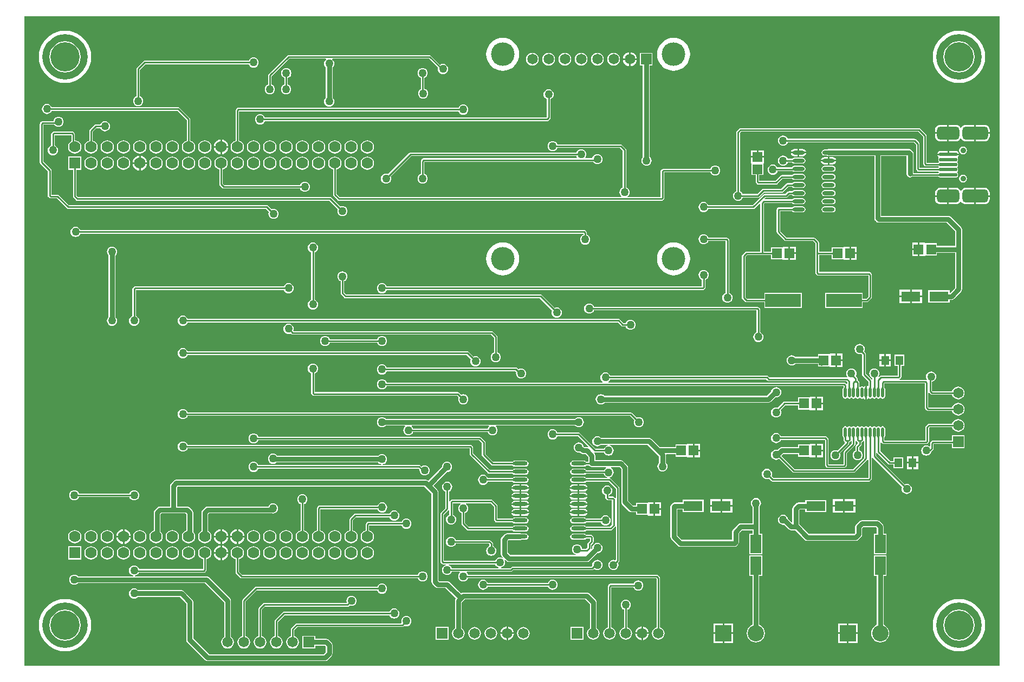
<source format=gtl>
G04*
G04 #@! TF.GenerationSoftware,Altium Limited,Altium Designer,22.1.2 (22)*
G04*
G04 Layer_Physical_Order=1*
G04 Layer_Color=255*
%FSLAX25Y25*%
%MOIN*%
G70*
G04*
G04 #@! TF.SameCoordinates,7B21E419-2DB3-41AA-89A7-F06F8FB5CF2D*
G04*
G04*
G04 #@! TF.FilePolarity,Positive*
G04*
G01*
G75*
%ADD13C,0.01000*%
%ADD40R,0.05906X0.06299*%
%ADD41O,0.07480X0.02362*%
%ADD42O,0.01772X0.06299*%
%ADD43R,0.04921X0.05709*%
%ADD44R,0.22047X0.08268*%
%ADD45R,0.06299X0.05906*%
%ADD46R,0.06693X0.11417*%
G04:AMPARAMS|DCode=47|XSize=137.8mil|YSize=80.71mil|CornerRadius=20.18mil|HoleSize=0mil|Usage=FLASHONLY|Rotation=0.000|XOffset=0mil|YOffset=0mil|HoleType=Round|Shape=RoundedRectangle|*
%AMROUNDEDRECTD47*
21,1,0.13780,0.04035,0,0,0.0*
21,1,0.09744,0.08071,0,0,0.0*
1,1,0.04035,0.04872,-0.02018*
1,1,0.04035,-0.04872,-0.02018*
1,1,0.04035,-0.04872,0.02018*
1,1,0.04035,0.04872,0.02018*
%
%ADD47ROUNDEDRECTD47*%
G04:AMPARAMS|DCode=48|XSize=157.48mil|YSize=80.71mil|CornerRadius=20.18mil|HoleSize=0mil|Usage=FLASHONLY|Rotation=0.000|XOffset=0mil|YOffset=0mil|HoleType=Round|Shape=RoundedRectangle|*
%AMROUNDEDRECTD48*
21,1,0.15748,0.04035,0,0,0.0*
21,1,0.11713,0.08071,0,0,0.0*
1,1,0.04035,0.05856,-0.02018*
1,1,0.04035,-0.05856,-0.02018*
1,1,0.04035,-0.05856,0.02018*
1,1,0.04035,0.05856,0.02018*
%
%ADD48ROUNDEDRECTD48*%
G04:AMPARAMS|DCode=49|XSize=137.8mil|YSize=80.71mil|CornerRadius=20.18mil|HoleSize=0mil|Usage=FLASHONLY|Rotation=0.000|XOffset=0mil|YOffset=0mil|HoleType=Round|Shape=RoundedRectangle|*
%AMROUNDEDRECTD49*
21,1,0.13780,0.04036,0,0,0.0*
21,1,0.09744,0.08071,0,0,0.0*
1,1,0.04035,0.04872,-0.02018*
1,1,0.04035,-0.04872,-0.02018*
1,1,0.04035,-0.04872,0.02018*
1,1,0.04035,0.04872,0.02018*
%
%ADD49ROUNDEDRECTD49*%
G04:AMPARAMS|DCode=50|XSize=110.24mil|YSize=19.68mil|CornerRadius=4.92mil|HoleSize=0mil|Usage=FLASHONLY|Rotation=0.000|XOffset=0mil|YOffset=0mil|HoleType=Round|Shape=RoundedRectangle|*
%AMROUNDEDRECTD50*
21,1,0.11024,0.00984,0,0,0.0*
21,1,0.10039,0.01968,0,0,0.0*
1,1,0.00984,0.05020,-0.00492*
1,1,0.00984,-0.05020,-0.00492*
1,1,0.00984,-0.05020,0.00492*
1,1,0.00984,0.05020,0.00492*
%
%ADD50ROUNDEDRECTD50*%
%ADD51R,0.11811X0.06299*%
%ADD52O,0.09055X0.02362*%
%ADD53C,0.03000*%
%ADD54C,0.07000*%
%ADD55R,0.07000X0.07000*%
%ADD56R,0.06500X0.06500*%
%ADD57C,0.06500*%
%ADD58C,0.14500*%
%ADD59C,0.03543*%
%ADD60R,0.10000X0.10000*%
%ADD61C,0.10000*%
%ADD62R,0.06500X0.06500*%
%ADD63C,0.05000*%
%ADD64C,0.18000*%
G36*
X600000Y0D02*
X0D01*
Y400000D01*
X600000D01*
Y0D01*
D02*
G37*
%LPC*%
G36*
X249343Y376122D02*
X249343Y376121D01*
X162500D01*
X162500Y376122D01*
X162071Y376036D01*
X161707Y375793D01*
X161707Y375793D01*
X150207Y364293D01*
X149964Y363929D01*
X149878Y363500D01*
X149878Y363500D01*
Y357891D01*
X149437Y357708D01*
X148789Y357211D01*
X148292Y356563D01*
X147980Y355809D01*
X147873Y355000D01*
X147980Y354191D01*
X148292Y353437D01*
X148789Y352789D01*
X149437Y352292D01*
X150191Y351980D01*
X151000Y351873D01*
X151809Y351980D01*
X152563Y352292D01*
X153211Y352789D01*
X153708Y353437D01*
X154020Y354191D01*
X154127Y355000D01*
X154020Y355809D01*
X153708Y356563D01*
X153211Y357211D01*
X152563Y357708D01*
X152122Y357891D01*
Y363035D01*
X162965Y373879D01*
X185449D01*
X185619Y373378D01*
X185289Y373125D01*
X184792Y372478D01*
X184480Y371724D01*
X184373Y370914D01*
X184480Y370105D01*
X184792Y369351D01*
X185289Y368703D01*
X185359Y368650D01*
Y349764D01*
X185289Y349711D01*
X184792Y349063D01*
X184480Y348309D01*
X184373Y347500D01*
X184480Y346691D01*
X184792Y345937D01*
X185289Y345289D01*
X185937Y344792D01*
X186691Y344480D01*
X187500Y344373D01*
X188309Y344480D01*
X189063Y344792D01*
X189711Y345289D01*
X190208Y345937D01*
X190520Y346691D01*
X190627Y347500D01*
X190520Y348309D01*
X190208Y349063D01*
X189711Y349711D01*
X189641Y349764D01*
Y368650D01*
X189711Y368703D01*
X190208Y369351D01*
X190520Y370105D01*
X190627Y370914D01*
X190520Y371724D01*
X190208Y372478D01*
X189711Y373125D01*
X189381Y373378D01*
X189551Y373879D01*
X248879D01*
X254476Y368281D01*
X254373Y367500D01*
X254480Y366691D01*
X254792Y365937D01*
X255289Y365289D01*
X255937Y364792D01*
X256691Y364480D01*
X257500Y364373D01*
X258309Y364480D01*
X259063Y364792D01*
X259711Y365289D01*
X260208Y365937D01*
X260520Y366691D01*
X260627Y367500D01*
X260520Y368309D01*
X260208Y369063D01*
X259711Y369711D01*
X259063Y370208D01*
X258309Y370520D01*
X257500Y370627D01*
X256691Y370520D01*
X255937Y370208D01*
X255815Y370114D01*
X250136Y375793D01*
X249772Y376036D01*
X249343Y376122D01*
D02*
G37*
G36*
X373000Y377721D02*
Y374000D01*
X376721D01*
X376641Y374609D01*
X376212Y375643D01*
X375531Y376531D01*
X374643Y377212D01*
X373609Y377641D01*
X373000Y377721D01*
D02*
G37*
G36*
X372000D02*
X371391Y377641D01*
X370357Y377212D01*
X369469Y376531D01*
X368788Y375643D01*
X368359Y374609D01*
X368279Y374000D01*
X372000D01*
Y377721D01*
D02*
G37*
G36*
X362500Y377383D02*
X361495Y377251D01*
X360558Y376863D01*
X359754Y376246D01*
X359137Y375442D01*
X358749Y374505D01*
X358617Y373500D01*
X358749Y372495D01*
X359137Y371558D01*
X359754Y370754D01*
X360558Y370137D01*
X361495Y369749D01*
X362500Y369617D01*
X363505Y369749D01*
X364442Y370137D01*
X365246Y370754D01*
X365863Y371558D01*
X366251Y372495D01*
X366383Y373500D01*
X366251Y374505D01*
X365863Y375442D01*
X365246Y376246D01*
X364442Y376863D01*
X363505Y377251D01*
X362500Y377383D01*
D02*
G37*
G36*
X352500D02*
X351495Y377251D01*
X350558Y376863D01*
X349754Y376246D01*
X349137Y375442D01*
X348749Y374505D01*
X348617Y373500D01*
X348749Y372495D01*
X349137Y371558D01*
X349754Y370754D01*
X350558Y370137D01*
X351495Y369749D01*
X352500Y369617D01*
X353505Y369749D01*
X354442Y370137D01*
X355246Y370754D01*
X355863Y371558D01*
X356251Y372495D01*
X356383Y373500D01*
X356251Y374505D01*
X355863Y375442D01*
X355246Y376246D01*
X354442Y376863D01*
X353505Y377251D01*
X352500Y377383D01*
D02*
G37*
G36*
X342500D02*
X341495Y377251D01*
X340558Y376863D01*
X339754Y376246D01*
X339137Y375442D01*
X338749Y374505D01*
X338617Y373500D01*
X338749Y372495D01*
X339137Y371558D01*
X339754Y370754D01*
X340558Y370137D01*
X341495Y369749D01*
X342500Y369617D01*
X343505Y369749D01*
X344442Y370137D01*
X345246Y370754D01*
X345863Y371558D01*
X346251Y372495D01*
X346383Y373500D01*
X346251Y374505D01*
X345863Y375442D01*
X345246Y376246D01*
X344442Y376863D01*
X343505Y377251D01*
X342500Y377383D01*
D02*
G37*
G36*
X332500D02*
X331495Y377251D01*
X330558Y376863D01*
X329754Y376246D01*
X329137Y375442D01*
X328749Y374505D01*
X328617Y373500D01*
X328749Y372495D01*
X329137Y371558D01*
X329754Y370754D01*
X330558Y370137D01*
X331495Y369749D01*
X332500Y369617D01*
X333505Y369749D01*
X334442Y370137D01*
X335246Y370754D01*
X335863Y371558D01*
X336251Y372495D01*
X336383Y373500D01*
X336251Y374505D01*
X335863Y375442D01*
X335246Y376246D01*
X334442Y376863D01*
X333505Y377251D01*
X332500Y377383D01*
D02*
G37*
G36*
X322500D02*
X321495Y377251D01*
X320558Y376863D01*
X319754Y376246D01*
X319137Y375442D01*
X318749Y374505D01*
X318617Y373500D01*
X318749Y372495D01*
X319137Y371558D01*
X319754Y370754D01*
X320558Y370137D01*
X321495Y369749D01*
X322500Y369617D01*
X323505Y369749D01*
X324442Y370137D01*
X325246Y370754D01*
X325863Y371558D01*
X326251Y372495D01*
X326383Y373500D01*
X326251Y374505D01*
X325863Y375442D01*
X325246Y376246D01*
X324442Y376863D01*
X323505Y377251D01*
X322500Y377383D01*
D02*
G37*
G36*
X312500D02*
X311495Y377251D01*
X310558Y376863D01*
X309754Y376246D01*
X309137Y375442D01*
X308749Y374505D01*
X308617Y373500D01*
X308749Y372495D01*
X309137Y371558D01*
X309754Y370754D01*
X310558Y370137D01*
X311495Y369749D01*
X312500Y369617D01*
X313505Y369749D01*
X314442Y370137D01*
X315246Y370754D01*
X315863Y371558D01*
X316251Y372495D01*
X316383Y373500D01*
X316251Y374505D01*
X315863Y375442D01*
X315246Y376246D01*
X314442Y376863D01*
X313505Y377251D01*
X312500Y377383D01*
D02*
G37*
G36*
X376721Y373000D02*
X373000D01*
Y369279D01*
X373609Y369359D01*
X374643Y369788D01*
X375531Y370469D01*
X376212Y371357D01*
X376641Y372391D01*
X376721Y373000D01*
D02*
G37*
G36*
X372000D02*
X368279D01*
X368359Y372391D01*
X368788Y371357D01*
X369469Y370469D01*
X370357Y369788D01*
X371391Y369359D01*
X372000Y369279D01*
Y373000D01*
D02*
G37*
G36*
X141000Y374627D02*
X140191Y374520D01*
X139437Y374208D01*
X138789Y373711D01*
X138292Y373063D01*
X138109Y372621D01*
X74000D01*
X73571Y372536D01*
X73207Y372293D01*
X73207Y372293D01*
X69207Y368293D01*
X68964Y367929D01*
X68878Y367500D01*
X68878Y367500D01*
Y350705D01*
X68437Y350522D01*
X67789Y350025D01*
X67292Y349378D01*
X66980Y348623D01*
X66873Y347814D01*
X66980Y347005D01*
X67292Y346251D01*
X67789Y345603D01*
X68437Y345106D01*
X69191Y344794D01*
X70000Y344688D01*
X70809Y344794D01*
X71563Y345106D01*
X72211Y345603D01*
X72708Y346251D01*
X73020Y347005D01*
X73127Y347814D01*
X73020Y348623D01*
X72708Y349378D01*
X72211Y350025D01*
X71563Y350522D01*
X71122Y350705D01*
Y367035D01*
X74465Y370378D01*
X138109D01*
X138292Y369937D01*
X138789Y369289D01*
X139437Y368792D01*
X140191Y368480D01*
X141000Y368373D01*
X141809Y368480D01*
X142563Y368792D01*
X143211Y369289D01*
X143708Y369937D01*
X144020Y370691D01*
X144127Y371500D01*
X144020Y372309D01*
X143708Y373063D01*
X143211Y373711D01*
X142563Y374208D01*
X141809Y374520D01*
X141000Y374627D01*
D02*
G37*
G36*
X399418Y386749D02*
X397439Y386554D01*
X395535Y385977D01*
X393780Y385039D01*
X392242Y383777D01*
X390980Y382239D01*
X390042Y380484D01*
X389465Y378580D01*
X389270Y376600D01*
X389465Y374620D01*
X390042Y372716D01*
X390980Y370962D01*
X392242Y369424D01*
X393780Y368162D01*
X395535Y367224D01*
X397439Y366647D01*
X399418Y366452D01*
X401398Y366647D01*
X403302Y367224D01*
X405057Y368162D01*
X406595Y369424D01*
X407857Y370962D01*
X408795Y372716D01*
X409372Y374620D01*
X409567Y376600D01*
X409372Y378580D01*
X408795Y380484D01*
X407857Y382239D01*
X406595Y383777D01*
X405057Y385039D01*
X403302Y385977D01*
X401398Y386554D01*
X399418Y386749D01*
D02*
G37*
G36*
X294300D02*
X292320Y386554D01*
X290417Y385977D01*
X288662Y385039D01*
X287124Y383777D01*
X285862Y382239D01*
X284924Y380484D01*
X284347Y378580D01*
X284152Y376600D01*
X284347Y374620D01*
X284924Y372716D01*
X285862Y370962D01*
X287124Y369424D01*
X288662Y368162D01*
X290417Y367224D01*
X292320Y366647D01*
X294300Y366452D01*
X296280Y366647D01*
X298184Y367224D01*
X299939Y368162D01*
X301477Y369424D01*
X302739Y370962D01*
X303677Y372716D01*
X304254Y374620D01*
X304449Y376600D01*
X304254Y378580D01*
X303677Y380484D01*
X302739Y382239D01*
X301477Y383777D01*
X299939Y385039D01*
X298184Y385977D01*
X296280Y386554D01*
X294300Y386749D01*
D02*
G37*
G36*
X575000Y391150D02*
X572474Y390951D01*
X570009Y390359D01*
X567668Y389390D01*
X565507Y388066D01*
X563580Y386420D01*
X561935Y384493D01*
X560610Y382332D01*
X559641Y379991D01*
X559049Y377526D01*
X558850Y375000D01*
X559049Y372474D01*
X559641Y370009D01*
X560610Y367668D01*
X561935Y365507D01*
X563580Y363580D01*
X565507Y361934D01*
X567668Y360610D01*
X570009Y359641D01*
X572474Y359049D01*
X575000Y358850D01*
X577526Y359049D01*
X579991Y359641D01*
X582332Y360610D01*
X584493Y361934D01*
X586420Y363580D01*
X588065Y365507D01*
X589390Y367668D01*
X590359Y370009D01*
X590951Y372474D01*
X591150Y375000D01*
X590951Y377526D01*
X590359Y379991D01*
X589390Y382332D01*
X588065Y384493D01*
X586420Y386420D01*
X584493Y388066D01*
X582332Y389390D01*
X579991Y390359D01*
X577526Y390951D01*
X575000Y391150D01*
D02*
G37*
G36*
X25000D02*
X22474Y390951D01*
X20009Y390359D01*
X17668Y389390D01*
X15507Y388066D01*
X13580Y386420D01*
X11935Y384493D01*
X10610Y382332D01*
X9641Y379991D01*
X9049Y377526D01*
X8850Y375000D01*
X9049Y372474D01*
X9641Y370009D01*
X10610Y367668D01*
X11935Y365507D01*
X13580Y363580D01*
X15507Y361934D01*
X17668Y360610D01*
X20009Y359641D01*
X22474Y359049D01*
X25000Y358850D01*
X27526Y359049D01*
X29991Y359641D01*
X32332Y360610D01*
X34493Y361934D01*
X36420Y363580D01*
X38065Y365507D01*
X39390Y367668D01*
X40359Y370009D01*
X40951Y372474D01*
X41150Y375000D01*
X40951Y377526D01*
X40359Y379991D01*
X39390Y382332D01*
X38065Y384493D01*
X36420Y386420D01*
X34493Y388066D01*
X32332Y389390D01*
X29991Y390359D01*
X27526Y390951D01*
X25000Y391150D01*
D02*
G37*
G36*
X161133Y368127D02*
X160323Y368020D01*
X159569Y367708D01*
X158922Y367211D01*
X158425Y366563D01*
X158113Y365809D01*
X158006Y365000D01*
X158113Y364191D01*
X158425Y363437D01*
X158922Y362789D01*
X159569Y362292D01*
X159878Y362164D01*
Y357891D01*
X159437Y357708D01*
X158789Y357211D01*
X158292Y356563D01*
X157980Y355809D01*
X157873Y355000D01*
X157980Y354191D01*
X158292Y353437D01*
X158789Y352789D01*
X159437Y352292D01*
X160191Y351980D01*
X161000Y351873D01*
X161809Y351980D01*
X162563Y352292D01*
X163211Y352789D01*
X163708Y353437D01*
X164020Y354191D01*
X164127Y355000D01*
X164020Y355809D01*
X163708Y356563D01*
X163211Y357211D01*
X162563Y357708D01*
X162122Y357891D01*
Y362054D01*
X162696Y362292D01*
X163344Y362789D01*
X163840Y363437D01*
X164153Y364191D01*
X164259Y365000D01*
X164153Y365809D01*
X163840Y366563D01*
X163344Y367211D01*
X162696Y367708D01*
X161942Y368020D01*
X161133Y368127D01*
D02*
G37*
G36*
X245000D02*
X244191Y368020D01*
X243437Y367708D01*
X242789Y367211D01*
X242292Y366563D01*
X241980Y365809D01*
X241873Y365000D01*
X241980Y364191D01*
X242292Y363437D01*
X242789Y362789D01*
X243437Y362292D01*
X243879Y362109D01*
Y355169D01*
X243757Y355118D01*
X243109Y354621D01*
X242612Y353974D01*
X242300Y353220D01*
X242194Y352410D01*
X242300Y351601D01*
X242612Y350847D01*
X243109Y350200D01*
X243757Y349703D01*
X244511Y349390D01*
X245320Y349284D01*
X246129Y349390D01*
X246884Y349703D01*
X247531Y350200D01*
X248028Y350847D01*
X248341Y351601D01*
X248447Y352410D01*
X248341Y353220D01*
X248028Y353974D01*
X247531Y354621D01*
X246884Y355118D01*
X246129Y355431D01*
X246122Y355432D01*
Y362109D01*
X246563Y362292D01*
X247211Y362789D01*
X247708Y363437D01*
X248020Y364191D01*
X248127Y365000D01*
X248020Y365809D01*
X247708Y366563D01*
X247211Y367211D01*
X246563Y367708D01*
X245809Y368020D01*
X245000Y368127D01*
D02*
G37*
G36*
X270000Y345627D02*
X269191Y345520D01*
X268437Y345208D01*
X267789Y344711D01*
X267292Y344063D01*
X267109Y343621D01*
X131586D01*
X131157Y343536D01*
X130793Y343293D01*
X130793Y343293D01*
X130207Y342707D01*
X129964Y342343D01*
X129878Y341914D01*
X129878Y341914D01*
Y323473D01*
X128932Y323081D01*
X128076Y322424D01*
X127419Y321568D01*
X127006Y320570D01*
X126865Y319500D01*
X127006Y318430D01*
X127419Y317432D01*
X128076Y316576D01*
X128932Y315919D01*
X129930Y315506D01*
X131000Y315365D01*
X132070Y315506D01*
X133068Y315919D01*
X133924Y316576D01*
X134581Y317432D01*
X134994Y318430D01*
X135135Y319500D01*
X134994Y320570D01*
X134581Y321568D01*
X133924Y322424D01*
X133068Y323081D01*
X132122Y323473D01*
Y341378D01*
X267109D01*
X267292Y340937D01*
X267789Y340289D01*
X268437Y339792D01*
X269191Y339480D01*
X270000Y339373D01*
X270809Y339480D01*
X271563Y339792D01*
X272211Y340289D01*
X272708Y340937D01*
X273020Y341691D01*
X273127Y342500D01*
X273020Y343309D01*
X272708Y344063D01*
X272211Y344711D01*
X271563Y345208D01*
X270809Y345520D01*
X270000Y345627D01*
D02*
G37*
G36*
X322500Y355041D02*
X321691Y354934D01*
X320937Y354622D01*
X320289Y354125D01*
X319792Y353478D01*
X319480Y352724D01*
X319373Y351914D01*
X319480Y351105D01*
X319792Y350351D01*
X320289Y349703D01*
X320937Y349206D01*
X321378Y349023D01*
Y337965D01*
X321035Y337621D01*
X147891D01*
X147708Y338063D01*
X147211Y338711D01*
X146563Y339208D01*
X145809Y339520D01*
X145000Y339627D01*
X144191Y339520D01*
X143437Y339208D01*
X142789Y338711D01*
X142292Y338063D01*
X141980Y337309D01*
X141873Y336500D01*
X141980Y335691D01*
X142292Y334937D01*
X142789Y334289D01*
X143437Y333792D01*
X144191Y333480D01*
X145000Y333373D01*
X145809Y333480D01*
X146563Y333792D01*
X147211Y334289D01*
X147708Y334937D01*
X147891Y335379D01*
X321500D01*
X321500Y335378D01*
X321929Y335464D01*
X322293Y335707D01*
X323293Y336707D01*
X323293Y336707D01*
X323536Y337071D01*
X323622Y337500D01*
Y349023D01*
X324063Y349206D01*
X324711Y349703D01*
X325208Y350351D01*
X325520Y351105D01*
X325627Y351914D01*
X325520Y352724D01*
X325208Y353478D01*
X324711Y354125D01*
X324063Y354622D01*
X323309Y354934D01*
X322500Y355041D01*
D02*
G37*
G36*
X21000Y338127D02*
X20191Y338020D01*
X19437Y337708D01*
X18789Y337211D01*
X18292Y336563D01*
X17980Y335809D01*
X17929Y335421D01*
X11172D01*
X10742Y335336D01*
X10379Y335093D01*
X10379Y335093D01*
X9793Y334507D01*
X9550Y334143D01*
X9464Y333714D01*
X9464Y333714D01*
Y310014D01*
X9464Y310014D01*
X9550Y309585D01*
X9793Y309221D01*
X14378Y304635D01*
Y289586D01*
X14378Y289586D01*
X14464Y289157D01*
X14707Y288793D01*
X15293Y288207D01*
X15293Y288207D01*
X15657Y287964D01*
X16086Y287878D01*
X20021D01*
X26193Y281707D01*
X26193Y281707D01*
X26557Y281464D01*
X26986Y281378D01*
X26986Y281379D01*
X148626D01*
X150439Y279566D01*
X150256Y279124D01*
X150150Y278315D01*
X150256Y277505D01*
X150568Y276751D01*
X151065Y276104D01*
X151713Y275607D01*
X152467Y275294D01*
X153276Y275188D01*
X154086Y275294D01*
X154840Y275607D01*
X155487Y276104D01*
X155984Y276751D01*
X156297Y277505D01*
X156403Y278315D01*
X156297Y279124D01*
X155984Y279878D01*
X155487Y280526D01*
X154840Y281023D01*
X154086Y281335D01*
X153276Y281441D01*
X152467Y281335D01*
X152025Y281152D01*
X149884Y283293D01*
X149520Y283536D01*
X149091Y283622D01*
X149091Y283622D01*
X27450D01*
X21279Y289793D01*
X20915Y290036D01*
X20486Y290122D01*
X20486Y290122D01*
X16622D01*
Y305100D01*
X16536Y305529D01*
X16293Y305893D01*
X16293Y305893D01*
X11707Y310479D01*
Y333178D01*
X18490D01*
X18789Y332789D01*
X19437Y332292D01*
X20191Y331980D01*
X21000Y331873D01*
X21809Y331980D01*
X22563Y332292D01*
X23211Y332789D01*
X23708Y333437D01*
X24020Y334191D01*
X24127Y335000D01*
X24020Y335809D01*
X23708Y336563D01*
X23211Y337211D01*
X22563Y337708D01*
X21809Y338020D01*
X21000Y338127D01*
D02*
G37*
G36*
X49586Y335396D02*
X48777Y335290D01*
X48023Y334977D01*
X47375Y334481D01*
X46878Y333833D01*
X46696Y333391D01*
X43870D01*
X43441Y333306D01*
X43077Y333063D01*
X43077Y333063D01*
X40207Y330192D01*
X39964Y329828D01*
X39878Y329399D01*
X39878Y329399D01*
Y323473D01*
X38932Y323081D01*
X38076Y322424D01*
X37419Y321568D01*
X37005Y320570D01*
X36865Y319500D01*
X37005Y318430D01*
X37419Y317432D01*
X38076Y316576D01*
X38932Y315919D01*
X39930Y315506D01*
X41000Y315365D01*
X42070Y315506D01*
X43068Y315919D01*
X43924Y316576D01*
X44581Y317432D01*
X44995Y318430D01*
X45135Y319500D01*
X44995Y320570D01*
X44581Y321568D01*
X43924Y322424D01*
X43068Y323081D01*
X42122Y323473D01*
Y328935D01*
X44335Y331148D01*
X46696D01*
X46878Y330706D01*
X47375Y330059D01*
X48023Y329562D01*
X48777Y329249D01*
X49586Y329143D01*
X50396Y329249D01*
X51150Y329562D01*
X51797Y330059D01*
X52294Y330706D01*
X52607Y331460D01*
X52713Y332270D01*
X52607Y333079D01*
X52294Y333833D01*
X51797Y334481D01*
X51150Y334977D01*
X50396Y335290D01*
X49586Y335396D01*
D02*
G37*
G36*
X590837Y333113D02*
X585480D01*
Y328551D01*
X593881D01*
Y330069D01*
X593777Y330857D01*
X593473Y331591D01*
X592989Y332221D01*
X592359Y332705D01*
X591624Y333009D01*
X590837Y333113D01*
D02*
G37*
G36*
X567748Y333113D02*
X563376D01*
X562588Y333009D01*
X561854Y332705D01*
X561224Y332221D01*
X560740Y331591D01*
X560436Y330857D01*
X560332Y330069D01*
Y328551D01*
X567748D01*
Y333113D01*
D02*
G37*
G36*
X593881Y327551D02*
X585480D01*
Y322990D01*
X590837D01*
X591624Y323093D01*
X592359Y323397D01*
X592989Y323881D01*
X593473Y324512D01*
X593777Y325246D01*
X593881Y326033D01*
Y327551D01*
D02*
G37*
G36*
X573120Y333113D02*
X568748D01*
Y328051D01*
Y322990D01*
X573120D01*
X573908Y323093D01*
X574642Y323397D01*
X575272Y323881D01*
X575756Y324512D01*
X575851Y324742D01*
X576393D01*
X576488Y324512D01*
X576972Y323881D01*
X577602Y323397D01*
X578336Y323093D01*
X579124Y322990D01*
X584480D01*
Y328051D01*
Y333113D01*
X579124D01*
X578336Y333009D01*
X577602Y332705D01*
X576972Y332221D01*
X576488Y331591D01*
X576393Y331360D01*
X575851D01*
X575756Y331591D01*
X575272Y332221D01*
X574642Y332705D01*
X573908Y333009D01*
X573120Y333113D01*
D02*
G37*
G36*
X567748Y327551D02*
X560332D01*
Y326033D01*
X560436Y325246D01*
X560740Y324512D01*
X561224Y323881D01*
X561854Y323397D01*
X562588Y323093D01*
X563376Y322990D01*
X567748D01*
Y327551D01*
D02*
G37*
G36*
X121500Y323973D02*
Y320000D01*
X125473D01*
X125384Y320675D01*
X124931Y321769D01*
X124209Y322709D01*
X123269Y323431D01*
X122175Y323884D01*
X121500Y323973D01*
D02*
G37*
G36*
X120500D02*
X119825Y323884D01*
X118731Y323431D01*
X117791Y322709D01*
X117069Y321769D01*
X116616Y320675D01*
X116527Y320000D01*
X120500D01*
Y323973D01*
D02*
G37*
G36*
X478801Y318267D02*
X476742D01*
Y316543D01*
X480926D01*
X480856Y316894D01*
X480374Y317616D01*
X479652Y318098D01*
X478801Y318267D01*
D02*
G37*
G36*
X475742D02*
X473683D01*
X472832Y318098D01*
X472111Y317616D01*
X471628Y316894D01*
X471559Y316543D01*
X475742D01*
Y318267D01*
D02*
G37*
G36*
X573366Y316974D02*
X568847D01*
Y315461D01*
X574886D01*
X574772Y316035D01*
X574442Y316529D01*
X573948Y316858D01*
X573366Y316974D01*
D02*
G37*
G36*
X567847D02*
X563327D01*
X562745Y316858D01*
X562251Y316529D01*
X561921Y316035D01*
X561807Y315461D01*
X567847D01*
Y316974D01*
D02*
G37*
G36*
X211000Y323635D02*
X209930Y323495D01*
X208932Y323081D01*
X208076Y322424D01*
X207419Y321568D01*
X207006Y320570D01*
X206865Y319500D01*
X207006Y318430D01*
X207419Y317432D01*
X208076Y316576D01*
X208932Y315919D01*
X209930Y315506D01*
X211000Y315365D01*
X212070Y315506D01*
X213068Y315919D01*
X213924Y316576D01*
X214581Y317432D01*
X214995Y318430D01*
X215135Y319500D01*
X214995Y320570D01*
X214581Y321568D01*
X213924Y322424D01*
X213068Y323081D01*
X212070Y323495D01*
X211000Y323635D01*
D02*
G37*
G36*
X201000D02*
X199930Y323495D01*
X198932Y323081D01*
X198076Y322424D01*
X197419Y321568D01*
X197005Y320570D01*
X196865Y319500D01*
X197005Y318430D01*
X197419Y317432D01*
X198076Y316576D01*
X198932Y315919D01*
X199930Y315506D01*
X201000Y315365D01*
X202070Y315506D01*
X203068Y315919D01*
X203924Y316576D01*
X204581Y317432D01*
X204995Y318430D01*
X205135Y319500D01*
X204995Y320570D01*
X204581Y321568D01*
X203924Y322424D01*
X203068Y323081D01*
X202070Y323495D01*
X201000Y323635D01*
D02*
G37*
G36*
X191000D02*
X189930Y323495D01*
X188932Y323081D01*
X188076Y322424D01*
X187419Y321568D01*
X187005Y320570D01*
X186865Y319500D01*
X187005Y318430D01*
X187419Y317432D01*
X188076Y316576D01*
X188932Y315919D01*
X189930Y315506D01*
X191000Y315365D01*
X192070Y315506D01*
X193068Y315919D01*
X193924Y316576D01*
X194581Y317432D01*
X194994Y318430D01*
X195135Y319500D01*
X194994Y320570D01*
X194581Y321568D01*
X193924Y322424D01*
X193068Y323081D01*
X192070Y323495D01*
X191000Y323635D01*
D02*
G37*
G36*
X181000D02*
X179930Y323495D01*
X178932Y323081D01*
X178076Y322424D01*
X177419Y321568D01*
X177006Y320570D01*
X176865Y319500D01*
X177006Y318430D01*
X177419Y317432D01*
X178076Y316576D01*
X178932Y315919D01*
X179930Y315506D01*
X181000Y315365D01*
X182070Y315506D01*
X183068Y315919D01*
X183924Y316576D01*
X184581Y317432D01*
X184994Y318430D01*
X185135Y319500D01*
X184994Y320570D01*
X184581Y321568D01*
X183924Y322424D01*
X183068Y323081D01*
X182070Y323495D01*
X181000Y323635D01*
D02*
G37*
G36*
X171000D02*
X169930Y323495D01*
X168932Y323081D01*
X168076Y322424D01*
X167419Y321568D01*
X167006Y320570D01*
X166865Y319500D01*
X167006Y318430D01*
X167419Y317432D01*
X168076Y316576D01*
X168932Y315919D01*
X169930Y315506D01*
X171000Y315365D01*
X172070Y315506D01*
X173068Y315919D01*
X173924Y316576D01*
X174581Y317432D01*
X174995Y318430D01*
X175135Y319500D01*
X174995Y320570D01*
X174581Y321568D01*
X173924Y322424D01*
X173068Y323081D01*
X172070Y323495D01*
X171000Y323635D01*
D02*
G37*
G36*
X161000D02*
X159930Y323495D01*
X158932Y323081D01*
X158076Y322424D01*
X157419Y321568D01*
X157006Y320570D01*
X156865Y319500D01*
X157006Y318430D01*
X157419Y317432D01*
X158076Y316576D01*
X158932Y315919D01*
X159930Y315506D01*
X161000Y315365D01*
X162070Y315506D01*
X163068Y315919D01*
X163924Y316576D01*
X164581Y317432D01*
X164995Y318430D01*
X165135Y319500D01*
X164995Y320570D01*
X164581Y321568D01*
X163924Y322424D01*
X163068Y323081D01*
X162070Y323495D01*
X161000Y323635D01*
D02*
G37*
G36*
X151000D02*
X149930Y323495D01*
X148932Y323081D01*
X148076Y322424D01*
X147419Y321568D01*
X147005Y320570D01*
X146865Y319500D01*
X147005Y318430D01*
X147419Y317432D01*
X148076Y316576D01*
X148932Y315919D01*
X149930Y315506D01*
X151000Y315365D01*
X152070Y315506D01*
X153068Y315919D01*
X153924Y316576D01*
X154581Y317432D01*
X154994Y318430D01*
X155135Y319500D01*
X154994Y320570D01*
X154581Y321568D01*
X153924Y322424D01*
X153068Y323081D01*
X152070Y323495D01*
X151000Y323635D01*
D02*
G37*
G36*
X141000D02*
X139930Y323495D01*
X138932Y323081D01*
X138076Y322424D01*
X137419Y321568D01*
X137005Y320570D01*
X136865Y319500D01*
X137005Y318430D01*
X137419Y317432D01*
X138076Y316576D01*
X138932Y315919D01*
X139930Y315506D01*
X141000Y315365D01*
X142070Y315506D01*
X143068Y315919D01*
X143924Y316576D01*
X144581Y317432D01*
X144994Y318430D01*
X145135Y319500D01*
X144994Y320570D01*
X144581Y321568D01*
X143924Y322424D01*
X143068Y323081D01*
X142070Y323495D01*
X141000Y323635D01*
D02*
G37*
G36*
X111000D02*
X109930Y323495D01*
X108932Y323081D01*
X108076Y322424D01*
X107419Y321568D01*
X107006Y320570D01*
X106865Y319500D01*
X107006Y318430D01*
X107419Y317432D01*
X108076Y316576D01*
X108932Y315919D01*
X109930Y315506D01*
X111000Y315365D01*
X112070Y315506D01*
X113068Y315919D01*
X113924Y316576D01*
X114581Y317432D01*
X114995Y318430D01*
X115135Y319500D01*
X114995Y320570D01*
X114581Y321568D01*
X113924Y322424D01*
X113068Y323081D01*
X112070Y323495D01*
X111000Y323635D01*
D02*
G37*
G36*
X13900Y346027D02*
X13091Y345920D01*
X12337Y345608D01*
X11689Y345111D01*
X11192Y344463D01*
X10880Y343709D01*
X10773Y342900D01*
X10880Y342091D01*
X11192Y341337D01*
X11689Y340689D01*
X12337Y340192D01*
X13091Y339880D01*
X13900Y339773D01*
X14709Y339880D01*
X15463Y340192D01*
X16111Y340689D01*
X16608Y341337D01*
X16791Y341778D01*
X94135D01*
X99878Y336035D01*
Y323473D01*
X98932Y323081D01*
X98076Y322424D01*
X97419Y321568D01*
X97005Y320570D01*
X96865Y319500D01*
X97005Y318430D01*
X97419Y317432D01*
X98076Y316576D01*
X98932Y315919D01*
X99930Y315506D01*
X101000Y315365D01*
X102070Y315506D01*
X103068Y315919D01*
X103924Y316576D01*
X104581Y317432D01*
X104994Y318430D01*
X105135Y319500D01*
X104994Y320570D01*
X104581Y321568D01*
X103924Y322424D01*
X103068Y323081D01*
X102122Y323473D01*
Y336500D01*
X102122Y336500D01*
X102036Y336929D01*
X101793Y337293D01*
X101793Y337293D01*
X95393Y343693D01*
X95029Y343936D01*
X94600Y344022D01*
X94600Y344022D01*
X16791D01*
X16608Y344463D01*
X16111Y345111D01*
X15463Y345608D01*
X14709Y345920D01*
X13900Y346027D01*
D02*
G37*
G36*
X91000Y323635D02*
X89930Y323495D01*
X88932Y323081D01*
X88076Y322424D01*
X87419Y321568D01*
X87006Y320570D01*
X86865Y319500D01*
X87006Y318430D01*
X87419Y317432D01*
X88076Y316576D01*
X88932Y315919D01*
X89930Y315506D01*
X91000Y315365D01*
X92070Y315506D01*
X93068Y315919D01*
X93924Y316576D01*
X94581Y317432D01*
X94994Y318430D01*
X95135Y319500D01*
X94994Y320570D01*
X94581Y321568D01*
X93924Y322424D01*
X93068Y323081D01*
X92070Y323495D01*
X91000Y323635D01*
D02*
G37*
G36*
X81000D02*
X79930Y323495D01*
X78932Y323081D01*
X78076Y322424D01*
X77419Y321568D01*
X77005Y320570D01*
X76865Y319500D01*
X77005Y318430D01*
X77419Y317432D01*
X78076Y316576D01*
X78932Y315919D01*
X79930Y315506D01*
X81000Y315365D01*
X82070Y315506D01*
X83068Y315919D01*
X83924Y316576D01*
X84581Y317432D01*
X84995Y318430D01*
X85135Y319500D01*
X84995Y320570D01*
X84581Y321568D01*
X83924Y322424D01*
X83068Y323081D01*
X82070Y323495D01*
X81000Y323635D01*
D02*
G37*
G36*
X71000D02*
X69930Y323495D01*
X68932Y323081D01*
X68076Y322424D01*
X67419Y321568D01*
X67005Y320570D01*
X66865Y319500D01*
X67005Y318430D01*
X67419Y317432D01*
X68076Y316576D01*
X68932Y315919D01*
X69930Y315506D01*
X71000Y315365D01*
X72070Y315506D01*
X73068Y315919D01*
X73924Y316576D01*
X74581Y317432D01*
X74994Y318430D01*
X75135Y319500D01*
X74994Y320570D01*
X74581Y321568D01*
X73924Y322424D01*
X73068Y323081D01*
X72070Y323495D01*
X71000Y323635D01*
D02*
G37*
G36*
X61000D02*
X59930Y323495D01*
X58932Y323081D01*
X58076Y322424D01*
X57419Y321568D01*
X57006Y320570D01*
X56865Y319500D01*
X57006Y318430D01*
X57419Y317432D01*
X58076Y316576D01*
X58932Y315919D01*
X59930Y315506D01*
X61000Y315365D01*
X62070Y315506D01*
X63068Y315919D01*
X63924Y316576D01*
X64581Y317432D01*
X64995Y318430D01*
X65135Y319500D01*
X64995Y320570D01*
X64581Y321568D01*
X63924Y322424D01*
X63068Y323081D01*
X62070Y323495D01*
X61000Y323635D01*
D02*
G37*
G36*
X51000D02*
X49930Y323495D01*
X48932Y323081D01*
X48076Y322424D01*
X47419Y321568D01*
X47006Y320570D01*
X46865Y319500D01*
X47006Y318430D01*
X47419Y317432D01*
X48076Y316576D01*
X48932Y315919D01*
X49930Y315506D01*
X51000Y315365D01*
X52070Y315506D01*
X53068Y315919D01*
X53924Y316576D01*
X54581Y317432D01*
X54994Y318430D01*
X55135Y319500D01*
X54994Y320570D01*
X54581Y321568D01*
X53924Y322424D01*
X53068Y323081D01*
X52070Y323495D01*
X51000Y323635D01*
D02*
G37*
G36*
X29414Y329022D02*
X29414Y329022D01*
X18086D01*
X17657Y328936D01*
X17293Y328693D01*
X17293Y328693D01*
X16707Y328107D01*
X16464Y327743D01*
X16378Y327314D01*
X16378Y327314D01*
Y320391D01*
X15937Y320208D01*
X15289Y319711D01*
X14792Y319063D01*
X14480Y318309D01*
X14373Y317500D01*
X14480Y316691D01*
X14792Y315937D01*
X15289Y315289D01*
X15937Y314792D01*
X16691Y314480D01*
X17500Y314373D01*
X18309Y314480D01*
X19063Y314792D01*
X19711Y315289D01*
X20208Y315937D01*
X20520Y316691D01*
X20627Y317500D01*
X20520Y318309D01*
X20208Y319063D01*
X19711Y319711D01*
X19063Y320208D01*
X18621Y320391D01*
Y326779D01*
X28878D01*
Y323040D01*
X28076Y322424D01*
X27419Y321568D01*
X27005Y320570D01*
X26865Y319500D01*
X27005Y318430D01*
X27419Y317432D01*
X28076Y316576D01*
X28932Y315919D01*
X29930Y315506D01*
X31000Y315365D01*
X32070Y315506D01*
X33068Y315919D01*
X33924Y316576D01*
X34581Y317432D01*
X34995Y318430D01*
X35135Y319500D01*
X34995Y320570D01*
X34581Y321568D01*
X33924Y322424D01*
X33068Y323081D01*
X32070Y323495D01*
X31122Y323619D01*
Y327314D01*
X31036Y327743D01*
X30793Y328107D01*
X30793Y328107D01*
X30207Y328693D01*
X29843Y328936D01*
X29414Y329022D01*
D02*
G37*
G36*
X125473Y319000D02*
X121500D01*
Y315027D01*
X122175Y315116D01*
X123269Y315569D01*
X124209Y316291D01*
X124931Y317231D01*
X125384Y318325D01*
X125473Y319000D01*
D02*
G37*
G36*
X120500D02*
X116527D01*
X116616Y318325D01*
X117069Y317231D01*
X117791Y316291D01*
X118731Y315569D01*
X119825Y315116D01*
X120500Y315027D01*
Y319000D01*
D02*
G37*
G36*
X577500Y319741D02*
X576575Y319557D01*
X575790Y319033D01*
X575266Y318248D01*
X575082Y317323D01*
X575266Y316397D01*
X575790Y315613D01*
X576575Y315089D01*
X577500Y314905D01*
X578425Y315089D01*
X579210Y315613D01*
X579734Y316397D01*
X579918Y317323D01*
X579734Y318248D01*
X579210Y319033D01*
X578425Y319557D01*
X577500Y319741D01*
D02*
G37*
G36*
X455150Y317353D02*
X451500D01*
Y313900D01*
X455150D01*
Y317353D01*
D02*
G37*
G36*
X450500D02*
X446850D01*
Y313900D01*
X450500D01*
Y317353D01*
D02*
G37*
G36*
X480926Y315543D02*
X476742D01*
Y313819D01*
X478801D01*
X479652Y313989D01*
X480374Y314471D01*
X480856Y315192D01*
X480926Y315543D01*
D02*
G37*
G36*
X475742D02*
X471559D01*
X471628Y315192D01*
X472111Y314471D01*
X472832Y313989D01*
X473683Y313819D01*
X475742D01*
Y315543D01*
D02*
G37*
G36*
X497305Y313267D02*
X495246D01*
Y311543D01*
X499429D01*
X499360Y311894D01*
X498877Y312616D01*
X498156Y313098D01*
X497305Y313267D01*
D02*
G37*
G36*
X494246D02*
X492187D01*
X491336Y313098D01*
X490615Y312616D01*
X490132Y311894D01*
X490063Y311543D01*
X494246D01*
Y313267D01*
D02*
G37*
G36*
X71500Y313973D02*
Y310000D01*
X75473D01*
X75384Y310675D01*
X74931Y311769D01*
X74209Y312709D01*
X73269Y313431D01*
X72175Y313884D01*
X71500Y313973D01*
D02*
G37*
G36*
X70500D02*
X69825Y313884D01*
X68731Y313431D01*
X67791Y312709D01*
X67069Y311769D01*
X66616Y310675D01*
X66527Y310000D01*
X70500D01*
Y313973D01*
D02*
G37*
G36*
X466793Y314170D02*
X465984Y314063D01*
X465230Y313751D01*
X464582Y313254D01*
X464085Y312607D01*
X463773Y311853D01*
X463666Y311043D01*
X463773Y310234D01*
X464085Y309480D01*
X464582Y308832D01*
X465230Y308335D01*
X465984Y308023D01*
X466793Y307916D01*
X467602Y308023D01*
X468357Y308335D01*
X469004Y308832D01*
X469501Y309480D01*
X469684Y309922D01*
X472290D01*
X472399Y309759D01*
X472988Y309365D01*
X473683Y309227D01*
X478801D01*
X479496Y309365D01*
X480085Y309759D01*
X480479Y310348D01*
X480617Y311043D01*
X480479Y311738D01*
X480085Y312327D01*
X479496Y312721D01*
X478801Y312859D01*
X473683D01*
X472988Y312721D01*
X472399Y312327D01*
X472290Y312165D01*
X469684D01*
X469501Y312607D01*
X469004Y313254D01*
X468357Y313751D01*
X467602Y314063D01*
X466793Y314170D01*
D02*
G37*
G36*
X342500Y318127D02*
X341691Y318020D01*
X340937Y317708D01*
X340289Y317211D01*
X339792Y316563D01*
X339609Y316122D01*
X237500D01*
X237071Y316036D01*
X236707Y315793D01*
X236707Y315793D01*
X223751Y302837D01*
X223309Y303020D01*
X222500Y303127D01*
X221691Y303020D01*
X220937Y302708D01*
X220289Y302211D01*
X219792Y301563D01*
X219480Y300809D01*
X219373Y300000D01*
X219480Y299191D01*
X219792Y298437D01*
X220289Y297789D01*
X220937Y297292D01*
X221691Y296980D01*
X222500Y296873D01*
X223309Y296980D01*
X224063Y297292D01*
X224711Y297789D01*
X225208Y298437D01*
X225520Y299191D01*
X225627Y300000D01*
X225520Y300809D01*
X225337Y301251D01*
X237965Y313878D01*
X339609D01*
X339792Y313437D01*
X340111Y313021D01*
X339864Y312522D01*
X245586D01*
X245157Y312436D01*
X244793Y312193D01*
X244793Y312193D01*
X244207Y311607D01*
X243964Y311243D01*
X243878Y310814D01*
X243879Y310814D01*
Y302891D01*
X243437Y302708D01*
X242789Y302211D01*
X242292Y301563D01*
X241980Y300809D01*
X241873Y300000D01*
X241980Y299191D01*
X242292Y298437D01*
X242789Y297789D01*
X243437Y297292D01*
X244191Y296980D01*
X245000Y296873D01*
X245809Y296980D01*
X246563Y297292D01*
X247211Y297789D01*
X247708Y298437D01*
X248020Y299191D01*
X248127Y300000D01*
X248020Y300809D01*
X247708Y301563D01*
X247211Y302211D01*
X246563Y302708D01*
X246122Y302891D01*
Y310279D01*
X349889D01*
X350289Y309758D01*
X350937Y309261D01*
X351691Y308948D01*
X352500Y308842D01*
X353309Y308948D01*
X354063Y309261D01*
X354711Y309758D01*
X355208Y310405D01*
X355520Y311159D01*
X355627Y311968D01*
X355520Y312778D01*
X355208Y313532D01*
X354711Y314179D01*
X354063Y314676D01*
X353309Y314989D01*
X352500Y315095D01*
X351691Y314989D01*
X350937Y314676D01*
X350289Y314179D01*
X349792Y313532D01*
X349480Y312778D01*
X349446Y312522D01*
X345136D01*
X344889Y313021D01*
X345208Y313437D01*
X345520Y314191D01*
X345627Y315000D01*
X345520Y315809D01*
X345208Y316563D01*
X344711Y317211D01*
X344063Y317708D01*
X343309Y318020D01*
X342500Y318127D01*
D02*
G37*
G36*
X499429Y310543D02*
X495246D01*
Y308819D01*
X497305D01*
X498156Y308989D01*
X498877Y309471D01*
X499360Y310192D01*
X499429Y310543D01*
D02*
G37*
G36*
X494246D02*
X490063D01*
X490132Y310192D01*
X490615Y309471D01*
X491336Y308989D01*
X492187Y308819D01*
X494246D01*
Y310543D01*
D02*
G37*
G36*
X386350Y377350D02*
X378650D01*
Y369650D01*
X380359D01*
Y312975D01*
X380076Y312607D01*
X379764Y311853D01*
X379657Y311043D01*
X379764Y310234D01*
X380076Y309480D01*
X380573Y308832D01*
X381221Y308335D01*
X381975Y308023D01*
X382784Y307916D01*
X383593Y308023D01*
X384348Y308335D01*
X384995Y308832D01*
X385492Y309480D01*
X385804Y310234D01*
X385911Y311043D01*
X385804Y311853D01*
X385492Y312607D01*
X384995Y313254D01*
X384641Y313526D01*
Y369650D01*
X386350D01*
Y377350D01*
D02*
G37*
G36*
X550399Y331122D02*
X550399Y331121D01*
X440586D01*
X440157Y331036D01*
X439793Y330793D01*
X439793Y330793D01*
X438307Y329307D01*
X438064Y328943D01*
X437978Y328514D01*
X437978Y328514D01*
Y292291D01*
X437537Y292108D01*
X436889Y291611D01*
X436392Y290963D01*
X436080Y290209D01*
X435973Y289400D01*
X436080Y288591D01*
X436392Y287837D01*
X436889Y287189D01*
X437537Y286692D01*
X438291Y286380D01*
X439100Y286273D01*
X439909Y286380D01*
X440663Y286692D01*
X441311Y287189D01*
X441808Y287837D01*
X441991Y288279D01*
X451436D01*
X451436Y288278D01*
X451865Y288364D01*
X452229Y288607D01*
X455000Y291378D01*
X466006D01*
X466006Y291378D01*
X466435Y291464D01*
X466799Y291707D01*
X470013Y294922D01*
X472290D01*
X472399Y294759D01*
X472988Y294365D01*
X473683Y294227D01*
X478801D01*
X479496Y294365D01*
X480085Y294759D01*
X480479Y295348D01*
X480617Y296043D01*
X480479Y296738D01*
X480085Y297327D01*
X479496Y297721D01*
X478801Y297859D01*
X473683D01*
X472988Y297721D01*
X472399Y297327D01*
X472290Y297165D01*
X469549D01*
X469549Y297165D01*
X469120Y297079D01*
X468756Y296836D01*
X468756Y296836D01*
X465541Y293621D01*
X454536D01*
X454106Y293536D01*
X453743Y293293D01*
X453743Y293293D01*
X450971Y290522D01*
X441991D01*
X441808Y290963D01*
X441311Y291611D01*
X440663Y292108D01*
X440222Y292291D01*
Y328050D01*
X441050Y328878D01*
X549934D01*
X552878Y325935D01*
Y309274D01*
X552878Y309274D01*
X552963Y308845D01*
X553207Y308481D01*
X553792Y307895D01*
X553792Y307895D01*
X554156Y307652D01*
X554585Y307567D01*
X562416D01*
X562535Y307389D01*
X562539Y307381D01*
Y307090D01*
X562105Y306633D01*
X550791D01*
Y321457D01*
X550705Y321886D01*
X550462Y322250D01*
X550462Y322250D01*
X548518Y324194D01*
X548154Y324437D01*
X547725Y324522D01*
X547724Y324522D01*
X469684D01*
X469501Y324964D01*
X469004Y325612D01*
X468356Y326109D01*
X467602Y326421D01*
X466793Y326528D01*
X465984Y326421D01*
X465230Y326109D01*
X464582Y325612D01*
X464085Y324964D01*
X463773Y324210D01*
X463666Y323401D01*
X463773Y322592D01*
X464085Y321838D01*
X464582Y321190D01*
X465230Y320693D01*
X465984Y320381D01*
X466793Y320274D01*
X467602Y320381D01*
X468356Y320693D01*
X469004Y321190D01*
X469501Y321838D01*
X469684Y322279D01*
X547260D01*
X548547Y320992D01*
Y306098D01*
X548547Y306098D01*
X548633Y305668D01*
X548876Y305305D01*
X549462Y304719D01*
X549462Y304719D01*
X549825Y304476D01*
X550255Y304390D01*
X562415D01*
X562530Y303930D01*
X562105Y303484D01*
X547040D01*
Y315457D01*
X546876Y316277D01*
X546412Y316971D01*
X546061Y317206D01*
X545827Y317557D01*
X545132Y318021D01*
X544313Y318184D01*
X494746D01*
X493927Y318021D01*
X493684Y317859D01*
X492187D01*
X491492Y317721D01*
X490903Y317327D01*
X490509Y316738D01*
X490371Y316043D01*
X490509Y315348D01*
X490903Y314759D01*
X491492Y314365D01*
X492187Y314227D01*
X493684D01*
X493927Y314065D01*
X494746Y313902D01*
X522859D01*
Y275586D01*
X523022Y274766D01*
X523486Y274072D01*
X523837Y273837D01*
X524072Y273486D01*
X524766Y273022D01*
X525586Y272859D01*
X567433D01*
X572658Y267633D01*
Y258610D01*
X561391D01*
Y260218D01*
X554355Y260218D01*
X554114Y260618D01*
X554044Y260618D01*
X554044Y260618D01*
X550661D01*
Y256469D01*
Y252319D01*
X554044D01*
X554044Y252319D01*
X554114D01*
X554355Y252719D01*
X554614Y252719D01*
X561391D01*
Y254327D01*
X572658D01*
Y232820D01*
X569667Y229828D01*
X569167Y230035D01*
Y231218D01*
X556156D01*
Y223719D01*
X569167D01*
Y225327D01*
X570335D01*
X571155Y225490D01*
X571849Y225955D01*
X576314Y230419D01*
X576778Y231113D01*
X576941Y231933D01*
Y256469D01*
Y268520D01*
X576778Y269340D01*
X576314Y270034D01*
X569834Y276514D01*
X569139Y276978D01*
X568320Y277141D01*
X527141D01*
Y313902D01*
X542757D01*
Y302948D01*
X542920Y302129D01*
X543384Y301434D01*
X544079Y300970D01*
X544898Y300807D01*
X545718Y300970D01*
X546123Y301241D01*
X562434D01*
X562539Y301083D01*
X562901Y300841D01*
X563327Y300757D01*
X573366D01*
X573792Y300841D01*
X574154Y301083D01*
X574395Y301444D01*
X574480Y301870D01*
Y302854D01*
X574395Y303280D01*
X574154Y303642D01*
Y304232D01*
X574395Y304593D01*
X574480Y305020D01*
Y306004D01*
X574395Y306430D01*
X574154Y306791D01*
Y307382D01*
X574395Y307743D01*
X574480Y308169D01*
Y309154D01*
X574395Y309580D01*
X574154Y309941D01*
Y310531D01*
X574395Y310893D01*
X574480Y311319D01*
Y312303D01*
X574395Y312729D01*
X574381Y312751D01*
X574442Y313393D01*
X574772Y313886D01*
X574886Y314461D01*
X561807D01*
X561921Y313886D01*
X562251Y313393D01*
X562312Y312751D01*
X562298Y312729D01*
X562213Y312303D01*
Y311319D01*
X562298Y310893D01*
X562539Y310531D01*
Y310273D01*
X562094Y309810D01*
X555121D01*
Y326399D01*
X555121Y326399D01*
X555036Y326828D01*
X554793Y327192D01*
X551192Y330793D01*
X550828Y331036D01*
X550399Y331122D01*
D02*
G37*
G36*
X211000Y313635D02*
X209930Y313494D01*
X208932Y313081D01*
X208076Y312424D01*
X207419Y311568D01*
X207006Y310570D01*
X206865Y309500D01*
X207006Y308430D01*
X207419Y307432D01*
X208076Y306576D01*
X208932Y305919D01*
X209930Y305505D01*
X211000Y305365D01*
X212070Y305505D01*
X213068Y305919D01*
X213924Y306576D01*
X214581Y307432D01*
X214995Y308430D01*
X215135Y309500D01*
X214995Y310570D01*
X214581Y311568D01*
X213924Y312424D01*
X213068Y313081D01*
X212070Y313494D01*
X211000Y313635D01*
D02*
G37*
G36*
X201000D02*
X199930Y313494D01*
X198932Y313081D01*
X198076Y312424D01*
X197419Y311568D01*
X197005Y310570D01*
X196865Y309500D01*
X197005Y308430D01*
X197419Y307432D01*
X198076Y306576D01*
X198932Y305919D01*
X199930Y305505D01*
X201000Y305365D01*
X202070Y305505D01*
X203068Y305919D01*
X203924Y306576D01*
X204581Y307432D01*
X204995Y308430D01*
X205135Y309500D01*
X204995Y310570D01*
X204581Y311568D01*
X203924Y312424D01*
X203068Y313081D01*
X202070Y313494D01*
X201000Y313635D01*
D02*
G37*
G36*
X181000D02*
X179930Y313494D01*
X178932Y313081D01*
X178076Y312424D01*
X177419Y311568D01*
X177006Y310570D01*
X176865Y309500D01*
X177006Y308430D01*
X177419Y307432D01*
X178076Y306576D01*
X178932Y305919D01*
X179930Y305505D01*
X181000Y305365D01*
X182070Y305505D01*
X183068Y305919D01*
X183924Y306576D01*
X184581Y307432D01*
X184994Y308430D01*
X185135Y309500D01*
X184994Y310570D01*
X184581Y311568D01*
X183924Y312424D01*
X183068Y313081D01*
X182070Y313494D01*
X181000Y313635D01*
D02*
G37*
G36*
X171000D02*
X169930Y313494D01*
X168932Y313081D01*
X168076Y312424D01*
X167419Y311568D01*
X167006Y310570D01*
X166865Y309500D01*
X167006Y308430D01*
X167419Y307432D01*
X168076Y306576D01*
X168932Y305919D01*
X169930Y305505D01*
X171000Y305365D01*
X172070Y305505D01*
X173068Y305919D01*
X173924Y306576D01*
X174581Y307432D01*
X174995Y308430D01*
X175135Y309500D01*
X174995Y310570D01*
X174581Y311568D01*
X173924Y312424D01*
X173068Y313081D01*
X172070Y313494D01*
X171000Y313635D01*
D02*
G37*
G36*
X161000D02*
X159930Y313494D01*
X158932Y313081D01*
X158076Y312424D01*
X157419Y311568D01*
X157006Y310570D01*
X156865Y309500D01*
X157006Y308430D01*
X157419Y307432D01*
X158076Y306576D01*
X158932Y305919D01*
X159930Y305505D01*
X161000Y305365D01*
X162070Y305505D01*
X163068Y305919D01*
X163924Y306576D01*
X164581Y307432D01*
X164995Y308430D01*
X165135Y309500D01*
X164995Y310570D01*
X164581Y311568D01*
X163924Y312424D01*
X163068Y313081D01*
X162070Y313494D01*
X161000Y313635D01*
D02*
G37*
G36*
X151000D02*
X149930Y313494D01*
X148932Y313081D01*
X148076Y312424D01*
X147419Y311568D01*
X147005Y310570D01*
X146865Y309500D01*
X147005Y308430D01*
X147419Y307432D01*
X148076Y306576D01*
X148932Y305919D01*
X149930Y305505D01*
X151000Y305365D01*
X152070Y305505D01*
X153068Y305919D01*
X153924Y306576D01*
X154581Y307432D01*
X154994Y308430D01*
X155135Y309500D01*
X154994Y310570D01*
X154581Y311568D01*
X153924Y312424D01*
X153068Y313081D01*
X152070Y313494D01*
X151000Y313635D01*
D02*
G37*
G36*
X141000D02*
X139930Y313494D01*
X138932Y313081D01*
X138076Y312424D01*
X137419Y311568D01*
X137005Y310570D01*
X136865Y309500D01*
X137005Y308430D01*
X137419Y307432D01*
X138076Y306576D01*
X138932Y305919D01*
X139930Y305505D01*
X141000Y305365D01*
X142070Y305505D01*
X143068Y305919D01*
X143924Y306576D01*
X144581Y307432D01*
X144994Y308430D01*
X145135Y309500D01*
X144994Y310570D01*
X144581Y311568D01*
X143924Y312424D01*
X143068Y313081D01*
X142070Y313494D01*
X141000Y313635D01*
D02*
G37*
G36*
X131000D02*
X129930Y313494D01*
X128932Y313081D01*
X128076Y312424D01*
X127419Y311568D01*
X127006Y310570D01*
X126865Y309500D01*
X127006Y308430D01*
X127419Y307432D01*
X128076Y306576D01*
X128932Y305919D01*
X129930Y305505D01*
X131000Y305365D01*
X132070Y305505D01*
X133068Y305919D01*
X133924Y306576D01*
X134581Y307432D01*
X134994Y308430D01*
X135135Y309500D01*
X134994Y310570D01*
X134581Y311568D01*
X133924Y312424D01*
X133068Y313081D01*
X132070Y313494D01*
X131000Y313635D01*
D02*
G37*
G36*
X111000D02*
X109930Y313494D01*
X108932Y313081D01*
X108076Y312424D01*
X107419Y311568D01*
X107006Y310570D01*
X106865Y309500D01*
X107006Y308430D01*
X107419Y307432D01*
X108076Y306576D01*
X108932Y305919D01*
X109930Y305505D01*
X111000Y305365D01*
X112070Y305505D01*
X113068Y305919D01*
X113924Y306576D01*
X114581Y307432D01*
X114995Y308430D01*
X115135Y309500D01*
X114995Y310570D01*
X114581Y311568D01*
X113924Y312424D01*
X113068Y313081D01*
X112070Y313494D01*
X111000Y313635D01*
D02*
G37*
G36*
X101000D02*
X99930Y313494D01*
X98932Y313081D01*
X98076Y312424D01*
X97419Y311568D01*
X97005Y310570D01*
X96865Y309500D01*
X97005Y308430D01*
X97419Y307432D01*
X98076Y306576D01*
X98932Y305919D01*
X99930Y305505D01*
X101000Y305365D01*
X102070Y305505D01*
X103068Y305919D01*
X103924Y306576D01*
X104581Y307432D01*
X104994Y308430D01*
X105135Y309500D01*
X104994Y310570D01*
X104581Y311568D01*
X103924Y312424D01*
X103068Y313081D01*
X102070Y313494D01*
X101000Y313635D01*
D02*
G37*
G36*
X91000D02*
X89930Y313494D01*
X88932Y313081D01*
X88076Y312424D01*
X87419Y311568D01*
X87006Y310570D01*
X86865Y309500D01*
X87006Y308430D01*
X87419Y307432D01*
X88076Y306576D01*
X88932Y305919D01*
X89930Y305505D01*
X91000Y305365D01*
X92070Y305505D01*
X93068Y305919D01*
X93924Y306576D01*
X94581Y307432D01*
X94994Y308430D01*
X95135Y309500D01*
X94994Y310570D01*
X94581Y311568D01*
X93924Y312424D01*
X93068Y313081D01*
X92070Y313494D01*
X91000Y313635D01*
D02*
G37*
G36*
X81000D02*
X79930Y313494D01*
X78932Y313081D01*
X78076Y312424D01*
X77419Y311568D01*
X77005Y310570D01*
X76865Y309500D01*
X77005Y308430D01*
X77419Y307432D01*
X78076Y306576D01*
X78932Y305919D01*
X79930Y305505D01*
X81000Y305365D01*
X82070Y305505D01*
X83068Y305919D01*
X83924Y306576D01*
X84581Y307432D01*
X84995Y308430D01*
X85135Y309500D01*
X84995Y310570D01*
X84581Y311568D01*
X83924Y312424D01*
X83068Y313081D01*
X82070Y313494D01*
X81000Y313635D01*
D02*
G37*
G36*
X61000D02*
X59930Y313494D01*
X58932Y313081D01*
X58076Y312424D01*
X57419Y311568D01*
X57006Y310570D01*
X56865Y309500D01*
X57006Y308430D01*
X57419Y307432D01*
X58076Y306576D01*
X58932Y305919D01*
X59930Y305505D01*
X61000Y305365D01*
X62070Y305505D01*
X63068Y305919D01*
X63924Y306576D01*
X64581Y307432D01*
X64995Y308430D01*
X65135Y309500D01*
X64995Y310570D01*
X64581Y311568D01*
X63924Y312424D01*
X63068Y313081D01*
X62070Y313494D01*
X61000Y313635D01*
D02*
G37*
G36*
X51000D02*
X49930Y313494D01*
X48932Y313081D01*
X48076Y312424D01*
X47419Y311568D01*
X47006Y310570D01*
X46865Y309500D01*
X47006Y308430D01*
X47419Y307432D01*
X48076Y306576D01*
X48932Y305919D01*
X49930Y305505D01*
X51000Y305365D01*
X52070Y305505D01*
X53068Y305919D01*
X53924Y306576D01*
X54581Y307432D01*
X54994Y308430D01*
X55135Y309500D01*
X54994Y310570D01*
X54581Y311568D01*
X53924Y312424D01*
X53068Y313081D01*
X52070Y313494D01*
X51000Y313635D01*
D02*
G37*
G36*
X41000D02*
X39930Y313494D01*
X38932Y313081D01*
X38076Y312424D01*
X37419Y311568D01*
X37005Y310570D01*
X36865Y309500D01*
X37005Y308430D01*
X37419Y307432D01*
X38076Y306576D01*
X38932Y305919D01*
X39930Y305505D01*
X41000Y305365D01*
X42070Y305505D01*
X43068Y305919D01*
X43924Y306576D01*
X44581Y307432D01*
X44995Y308430D01*
X45135Y309500D01*
X44995Y310570D01*
X44581Y311568D01*
X43924Y312424D01*
X43068Y313081D01*
X42070Y313494D01*
X41000Y313635D01*
D02*
G37*
G36*
X75473Y309000D02*
X71500D01*
Y305027D01*
X72175Y305116D01*
X73269Y305569D01*
X74209Y306291D01*
X74931Y307231D01*
X75384Y308325D01*
X75473Y309000D01*
D02*
G37*
G36*
X70500D02*
X66527D01*
X66616Y308325D01*
X67069Y307231D01*
X67791Y306291D01*
X68731Y305569D01*
X69825Y305116D01*
X70500Y305027D01*
Y309000D01*
D02*
G37*
G36*
X497305Y307859D02*
X492187D01*
X491492Y307721D01*
X490903Y307327D01*
X490509Y306738D01*
X490371Y306043D01*
X490509Y305348D01*
X490903Y304759D01*
X491492Y304365D01*
X492187Y304227D01*
X497305D01*
X498000Y304365D01*
X498589Y304759D01*
X498983Y305348D01*
X499121Y306043D01*
X498983Y306738D01*
X498589Y307327D01*
X498000Y307721D01*
X497305Y307859D01*
D02*
G37*
G36*
X460494Y308639D02*
X459685Y308532D01*
X458930Y308220D01*
X458283Y307723D01*
X457786Y307075D01*
X457474Y306321D01*
X457367Y305512D01*
X457474Y304702D01*
X457786Y303948D01*
X458283Y303301D01*
X458930Y302804D01*
X459685Y302492D01*
X460494Y302385D01*
X461303Y302492D01*
X462057Y302804D01*
X462705Y303301D01*
X463202Y303948D01*
X463497Y304661D01*
X472546D01*
X472988Y304365D01*
X473683Y304227D01*
X478801D01*
X479496Y304365D01*
X480085Y304759D01*
X480479Y305348D01*
X480617Y306043D01*
X480479Y306738D01*
X480085Y307327D01*
X479496Y307721D01*
X478801Y307859D01*
X473683D01*
X472988Y307721D01*
X472399Y307327D01*
X472116Y306904D01*
X463273D01*
X463202Y307075D01*
X462705Y307723D01*
X462057Y308220D01*
X461303Y308532D01*
X460494Y308639D01*
D02*
G37*
G36*
X497305Y302859D02*
X492187D01*
X491492Y302721D01*
X490903Y302327D01*
X490509Y301738D01*
X490371Y301043D01*
X490509Y300348D01*
X490903Y299759D01*
X491492Y299365D01*
X492187Y299227D01*
X497305D01*
X498000Y299365D01*
X498589Y299759D01*
X498983Y300348D01*
X499121Y301043D01*
X498983Y301738D01*
X498589Y302327D01*
X498000Y302721D01*
X497305Y302859D01*
D02*
G37*
G36*
X455150Y312900D02*
X451000D01*
X446850D01*
Y309517D01*
X446850Y309517D01*
Y309447D01*
X447250Y309206D01*
X447250Y308947D01*
Y302170D01*
X449878D01*
Y298086D01*
X449878Y298086D01*
X449964Y297657D01*
X450207Y297293D01*
X450793Y296707D01*
X450793Y296707D01*
X451157Y296464D01*
X451586Y296378D01*
X462462D01*
X462462Y296378D01*
X462892Y296464D01*
X463255Y296707D01*
X466470Y299922D01*
X472290D01*
X472399Y299759D01*
X472988Y299365D01*
X473683Y299227D01*
X478801D01*
X479496Y299365D01*
X480085Y299759D01*
X480479Y300348D01*
X480617Y301043D01*
X480479Y301738D01*
X480085Y302327D01*
X479496Y302721D01*
X478801Y302859D01*
X473683D01*
X472988Y302721D01*
X472399Y302327D01*
X472290Y302165D01*
X466006D01*
X466006Y302165D01*
X465576Y302079D01*
X465212Y301836D01*
X465212Y301836D01*
X461998Y298622D01*
X452122D01*
Y302170D01*
X454750D01*
X454750Y309206D01*
X455150Y309447D01*
X455150Y309517D01*
X455150Y309517D01*
Y312900D01*
D02*
G37*
G36*
X577500Y302418D02*
X576575Y302234D01*
X575790Y301710D01*
X575266Y300925D01*
X575082Y300000D01*
X575266Y299075D01*
X575790Y298290D01*
X576575Y297766D01*
X577500Y297582D01*
X578425Y297766D01*
X579210Y298290D01*
X579734Y299075D01*
X579918Y300000D01*
X579734Y300925D01*
X579210Y301710D01*
X578425Y302234D01*
X577500Y302418D01*
D02*
G37*
G36*
X497305Y297859D02*
X492187D01*
X491492Y297721D01*
X490903Y297327D01*
X490509Y296738D01*
X490371Y296043D01*
X490509Y295348D01*
X490903Y294759D01*
X491492Y294365D01*
X492187Y294227D01*
X497305D01*
X498000Y294365D01*
X498589Y294759D01*
X498983Y295348D01*
X499121Y296043D01*
X498983Y296738D01*
X498589Y297327D01*
X498000Y297721D01*
X497305Y297859D01*
D02*
G37*
G36*
X584480Y294333D02*
X579124D01*
X578336Y294229D01*
X577602Y293925D01*
X576972Y293442D01*
X576488Y292811D01*
X576393Y292581D01*
X575851D01*
X575756Y292811D01*
X575272Y293442D01*
X574642Y293925D01*
X573908Y294229D01*
X573120Y294333D01*
X568748D01*
Y289272D01*
Y284210D01*
X573120D01*
X573908Y284314D01*
X574642Y284618D01*
X575272Y285102D01*
X575756Y285732D01*
X575851Y285963D01*
X576393D01*
X576488Y285732D01*
X576972Y285102D01*
X577602Y284618D01*
X578336Y284314D01*
X579124Y284210D01*
X584480D01*
Y289272D01*
Y294333D01*
D02*
G37*
G36*
X478801Y292859D02*
X473683D01*
X472988Y292721D01*
X472399Y292327D01*
X472290Y292165D01*
X470289D01*
X470289Y292165D01*
X469860Y292079D01*
X469496Y291836D01*
X469496Y291836D01*
X468181Y290522D01*
X455376D01*
X454947Y290436D01*
X454583Y290193D01*
X454583Y290193D01*
X448011Y283622D01*
X420791D01*
X420608Y284063D01*
X420111Y284711D01*
X419463Y285208D01*
X418709Y285520D01*
X417900Y285627D01*
X417091Y285520D01*
X416337Y285208D01*
X415689Y284711D01*
X415192Y284063D01*
X414880Y283309D01*
X414773Y282500D01*
X414880Y281691D01*
X415192Y280937D01*
X415689Y280289D01*
X416337Y279792D01*
X417091Y279480D01*
X417900Y279373D01*
X418709Y279480D01*
X419463Y279792D01*
X420111Y280289D01*
X420608Y280937D01*
X420791Y281379D01*
X448476D01*
X448476Y281378D01*
X448905Y281464D01*
X449269Y281707D01*
X452233Y284671D01*
X452733Y284464D01*
Y255121D01*
X444190D01*
X444189Y255122D01*
X443760Y255036D01*
X443396Y254793D01*
X443396Y254793D01*
X441707Y253104D01*
X441464Y252740D01*
X441378Y252311D01*
X441378Y252310D01*
Y226690D01*
X441378Y226689D01*
X441464Y226260D01*
X441707Y225896D01*
X443396Y224207D01*
X443396Y224207D01*
X443760Y223964D01*
X444189Y223878D01*
X444190Y223879D01*
X455169D01*
Y220266D01*
X478417D01*
Y229734D01*
X455169D01*
Y226121D01*
X444654D01*
X443622Y227154D01*
Y251846D01*
X444654Y252878D01*
X453600D01*
X453600Y252878D01*
X453600Y252878D01*
X459402D01*
Y250250D01*
X466437Y250250D01*
X466679Y249850D01*
X466749Y249850D01*
X466749Y249850D01*
X470132D01*
Y254000D01*
Y258150D01*
X466749D01*
X466749Y258150D01*
X466679D01*
X466437Y257750D01*
X466179Y257750D01*
X459402D01*
Y255121D01*
X454976D01*
Y284535D01*
X455362Y284922D01*
X472290D01*
X472399Y284759D01*
X472988Y284365D01*
X473683Y284227D01*
X478801D01*
X479496Y284365D01*
X480085Y284759D01*
X480479Y285348D01*
X480617Y286043D01*
X480479Y286738D01*
X480085Y287327D01*
X479496Y287721D01*
X478801Y287859D01*
X473683D01*
X472988Y287721D01*
X472399Y287327D01*
X472290Y287165D01*
X455434D01*
X455227Y287665D01*
X455840Y288279D01*
X468646D01*
X468646Y288278D01*
X469075Y288364D01*
X469439Y288607D01*
X470753Y289922D01*
X472290D01*
X472399Y289759D01*
X472988Y289365D01*
X473683Y289227D01*
X478801D01*
X479496Y289365D01*
X480085Y289759D01*
X480479Y290348D01*
X480617Y291043D01*
X480479Y291738D01*
X480085Y292327D01*
X479496Y292721D01*
X478801Y292859D01*
D02*
G37*
G36*
X121000Y313635D02*
X119930Y313494D01*
X118932Y313081D01*
X118076Y312424D01*
X117419Y311568D01*
X117006Y310570D01*
X116865Y309500D01*
X117006Y308430D01*
X117419Y307432D01*
X118076Y306576D01*
X118932Y305919D01*
X119878Y305527D01*
Y296500D01*
X119878Y296500D01*
X119964Y296071D01*
X120207Y295707D01*
X121707Y294207D01*
X122071Y293964D01*
X122500Y293878D01*
X122500Y293879D01*
X169609D01*
X169792Y293437D01*
X170289Y292789D01*
X170937Y292292D01*
X171691Y291980D01*
X172500Y291873D01*
X173309Y291980D01*
X174063Y292292D01*
X174711Y292789D01*
X175208Y293437D01*
X175520Y294191D01*
X175627Y295000D01*
X175520Y295809D01*
X175208Y296563D01*
X174711Y297211D01*
X174063Y297708D01*
X173309Y298020D01*
X172500Y298127D01*
X171691Y298020D01*
X170937Y297708D01*
X170289Y297211D01*
X169792Y296563D01*
X169609Y296122D01*
X122965D01*
X122122Y296965D01*
Y305527D01*
X123068Y305919D01*
X123924Y306576D01*
X124581Y307432D01*
X124995Y308430D01*
X125135Y309500D01*
X124995Y310570D01*
X124581Y311568D01*
X123924Y312424D01*
X123068Y313081D01*
X122070Y313494D01*
X121000Y313635D01*
D02*
G37*
G36*
X590837Y294333D02*
X585480D01*
Y289772D01*
X593881D01*
Y291289D01*
X593777Y292077D01*
X593473Y292811D01*
X592989Y293442D01*
X592359Y293925D01*
X591624Y294229D01*
X590837Y294333D01*
D02*
G37*
G36*
X567748D02*
X563376D01*
X562588Y294229D01*
X561854Y293925D01*
X561224Y293442D01*
X560740Y292811D01*
X560436Y292077D01*
X560332Y291289D01*
Y289772D01*
X567748D01*
Y294333D01*
D02*
G37*
G36*
X497305Y292859D02*
X492187D01*
X491492Y292721D01*
X490903Y292327D01*
X490509Y291738D01*
X490371Y291043D01*
X490509Y290348D01*
X490903Y289759D01*
X491492Y289365D01*
X492187Y289227D01*
X497305D01*
X498000Y289365D01*
X498589Y289759D01*
X498983Y290348D01*
X499121Y291043D01*
X498983Y291738D01*
X498589Y292327D01*
X498000Y292721D01*
X497305Y292859D01*
D02*
G37*
G36*
X325000Y323127D02*
X324191Y323020D01*
X323437Y322708D01*
X322789Y322211D01*
X322292Y321563D01*
X321980Y320809D01*
X321873Y320000D01*
X321980Y319191D01*
X322292Y318437D01*
X322789Y317789D01*
X323437Y317292D01*
X324191Y316980D01*
X325000Y316873D01*
X325809Y316980D01*
X326563Y317292D01*
X327211Y317789D01*
X327708Y318437D01*
X327891Y318879D01*
X366425D01*
X368119Y317184D01*
Y294520D01*
X367677Y294337D01*
X367030Y293840D01*
X366533Y293192D01*
X366221Y292438D01*
X366114Y291629D01*
X366221Y290820D01*
X366533Y290066D01*
X367030Y289418D01*
X367416Y289122D01*
X367247Y288621D01*
X193965D01*
X192122Y290465D01*
Y305527D01*
X193068Y305919D01*
X193924Y306576D01*
X194581Y307432D01*
X194994Y308430D01*
X195135Y309500D01*
X194994Y310570D01*
X194581Y311568D01*
X193924Y312424D01*
X193068Y313081D01*
X192070Y313494D01*
X191000Y313635D01*
X189930Y313494D01*
X188932Y313081D01*
X188076Y312424D01*
X187419Y311568D01*
X187005Y310570D01*
X186865Y309500D01*
X187005Y308430D01*
X187419Y307432D01*
X188076Y306576D01*
X188932Y305919D01*
X189878Y305527D01*
Y290000D01*
X189878Y290000D01*
X189964Y289571D01*
X190207Y289207D01*
X192707Y286707D01*
X192707Y286707D01*
X193071Y286464D01*
X193500Y286379D01*
X391914D01*
X391914Y286378D01*
X392343Y286464D01*
X392707Y286707D01*
X393293Y287293D01*
X393293Y287293D01*
X393536Y287657D01*
X393621Y288086D01*
Y303878D01*
X422109D01*
X422292Y303437D01*
X422789Y302789D01*
X423437Y302292D01*
X424191Y301980D01*
X425000Y301873D01*
X425809Y301980D01*
X426563Y302292D01*
X427211Y302789D01*
X427708Y303437D01*
X428020Y304191D01*
X428127Y305000D01*
X428020Y305809D01*
X427708Y306563D01*
X427211Y307211D01*
X426563Y307708D01*
X425809Y308020D01*
X425000Y308127D01*
X424191Y308020D01*
X423437Y307708D01*
X422789Y307211D01*
X422292Y306563D01*
X422109Y306121D01*
X393100D01*
X393100Y306122D01*
X392671Y306036D01*
X392307Y305793D01*
X392307Y305793D01*
X391707Y305193D01*
X391464Y304829D01*
X391378Y304400D01*
X391378Y304400D01*
Y288621D01*
X371235D01*
X371065Y289122D01*
X371452Y289418D01*
X371949Y290066D01*
X372261Y290820D01*
X372368Y291629D01*
X372261Y292438D01*
X371949Y293192D01*
X371452Y293840D01*
X370804Y294337D01*
X370362Y294520D01*
Y317649D01*
X370277Y318078D01*
X370034Y318442D01*
X370034Y318442D01*
X367683Y320793D01*
X367319Y321036D01*
X366890Y321122D01*
X366890Y321122D01*
X327891D01*
X327708Y321563D01*
X327211Y322211D01*
X326563Y322708D01*
X325809Y323020D01*
X325000Y323127D01*
D02*
G37*
G36*
X497305Y287859D02*
X492187D01*
X491492Y287721D01*
X490903Y287327D01*
X490509Y286738D01*
X490371Y286043D01*
X490509Y285348D01*
X490903Y284759D01*
X491492Y284365D01*
X492187Y284227D01*
X497305D01*
X498000Y284365D01*
X498589Y284759D01*
X498983Y285348D01*
X499121Y286043D01*
X498983Y286738D01*
X498589Y287327D01*
X498000Y287721D01*
X497305Y287859D01*
D02*
G37*
G36*
X593881Y288772D02*
X585480D01*
Y284210D01*
X590837D01*
X591624Y284314D01*
X592359Y284618D01*
X592989Y285102D01*
X593473Y285732D01*
X593777Y286466D01*
X593881Y287254D01*
Y288772D01*
D02*
G37*
G36*
X567748D02*
X560332D01*
Y287254D01*
X560436Y286466D01*
X560740Y285732D01*
X561224Y285102D01*
X561854Y284618D01*
X562588Y284314D01*
X563376Y284210D01*
X567748D01*
Y288772D01*
D02*
G37*
G36*
X497305Y282859D02*
X492187D01*
X491492Y282721D01*
X490903Y282327D01*
X490509Y281738D01*
X490371Y281043D01*
X490509Y280348D01*
X490903Y279759D01*
X491492Y279365D01*
X492187Y279227D01*
X497305D01*
X498000Y279365D01*
X498589Y279759D01*
X498983Y280348D01*
X499121Y281043D01*
X498983Y281738D01*
X498589Y282327D01*
X498000Y282721D01*
X497305Y282859D01*
D02*
G37*
G36*
X478801D02*
X473683D01*
X472988Y282721D01*
X472399Y282327D01*
X472290Y282165D01*
X463919D01*
X463490Y282079D01*
X463126Y281836D01*
X462883Y281472D01*
X462797Y281043D01*
Y267227D01*
X462797Y267227D01*
X462883Y266797D01*
X463126Y266434D01*
X467652Y261907D01*
X467652Y261907D01*
X468016Y261664D01*
X468445Y261579D01*
X485180D01*
X486620Y260138D01*
Y254000D01*
X486620Y254000D01*
X486620Y254000D01*
Y241986D01*
X486620Y241986D01*
X486705Y241557D01*
X486948Y241193D01*
X487534Y240607D01*
X487534Y240607D01*
X487898Y240364D01*
X488327Y240279D01*
X519217D01*
Y227433D01*
X517906Y226121D01*
X515818D01*
Y229734D01*
X492571D01*
Y220266D01*
X515818D01*
Y223879D01*
X518370D01*
X518370Y223878D01*
X518799Y223964D01*
X519163Y224207D01*
X521132Y226175D01*
X521375Y226539D01*
X521460Y226969D01*
X521460Y226969D01*
Y240814D01*
X521375Y241243D01*
X521132Y241607D01*
X521132Y241607D01*
X520546Y242193D01*
X520182Y242436D01*
X519753Y242522D01*
X519753Y242522D01*
X488863D01*
Y252878D01*
X496803D01*
Y250250D01*
X503839Y250250D01*
X504080Y249850D01*
X504150Y249850D01*
X504150Y249850D01*
X507533D01*
Y254000D01*
Y258150D01*
X504150D01*
X504150Y258150D01*
X504080D01*
X503839Y257750D01*
X503581Y257750D01*
X496803D01*
Y255121D01*
X488863D01*
Y260603D01*
X488863Y260603D01*
X488778Y261032D01*
X488535Y261396D01*
X488535Y261396D01*
X486437Y263493D01*
X486073Y263736D01*
X485644Y263822D01*
X485644Y263822D01*
X468910D01*
X465040Y267691D01*
Y279922D01*
X472290D01*
X472399Y279759D01*
X472988Y279365D01*
X473683Y279227D01*
X478801D01*
X479496Y279365D01*
X480085Y279759D01*
X480479Y280348D01*
X480617Y281043D01*
X480479Y281738D01*
X480085Y282327D01*
X479496Y282721D01*
X478801Y282859D01*
D02*
G37*
G36*
X35100Y313600D02*
X26900D01*
Y305400D01*
X29878D01*
Y289000D01*
X29878Y289000D01*
X29964Y288571D01*
X30207Y288207D01*
X31707Y286707D01*
X32071Y286464D01*
X32500Y286378D01*
X32500Y286379D01*
X187662D01*
X192789Y281251D01*
X192606Y280809D01*
X192500Y280000D01*
X192606Y279191D01*
X192919Y278437D01*
X193416Y277789D01*
X194063Y277292D01*
X194817Y276980D01*
X195626Y276873D01*
X196436Y276980D01*
X197190Y277292D01*
X197837Y277789D01*
X198334Y278437D01*
X198647Y279191D01*
X198753Y280000D01*
X198647Y280809D01*
X198334Y281563D01*
X197837Y282211D01*
X197190Y282708D01*
X196436Y283020D01*
X195626Y283127D01*
X194817Y283020D01*
X194376Y282837D01*
X188920Y288293D01*
X188556Y288536D01*
X188127Y288622D01*
X188127Y288621D01*
X32965D01*
X32122Y289465D01*
Y305400D01*
X35100D01*
Y313600D01*
D02*
G37*
G36*
X31513Y270313D02*
X30703Y270206D01*
X29949Y269894D01*
X29302Y269397D01*
X28805Y268750D01*
X28493Y267996D01*
X28386Y267186D01*
X28493Y266377D01*
X28805Y265623D01*
X29302Y264975D01*
X29949Y264478D01*
X30703Y264166D01*
X31513Y264060D01*
X32322Y264166D01*
X33076Y264478D01*
X33724Y264975D01*
X34221Y265623D01*
X34404Y266065D01*
X343879D01*
Y265391D01*
X343437Y265208D01*
X342789Y264711D01*
X342292Y264063D01*
X341980Y263309D01*
X341873Y262500D01*
X341980Y261691D01*
X342292Y260937D01*
X342789Y260289D01*
X343437Y259792D01*
X344191Y259480D01*
X345000Y259373D01*
X345809Y259480D01*
X346563Y259792D01*
X347211Y260289D01*
X347708Y260937D01*
X348020Y261691D01*
X348127Y262500D01*
X348020Y263309D01*
X347708Y264063D01*
X347211Y264711D01*
X346563Y265208D01*
X346122Y265391D01*
Y266600D01*
X346036Y267030D01*
X345793Y267394D01*
X345793Y267394D01*
X345207Y267979D01*
X344843Y268222D01*
X344414Y268308D01*
X344414Y268308D01*
X34404D01*
X34221Y268750D01*
X33724Y269397D01*
X33076Y269894D01*
X32322Y270206D01*
X31513Y270313D01*
D02*
G37*
G36*
X549661Y260618D02*
X546208D01*
Y256968D01*
X549661D01*
Y260618D01*
D02*
G37*
G36*
X511986Y258150D02*
X508533D01*
Y254500D01*
X511986D01*
Y258150D01*
D02*
G37*
G36*
X474584D02*
X471132D01*
Y254500D01*
X474584D01*
Y258150D01*
D02*
G37*
G36*
X549661Y255968D02*
X546208D01*
Y252319D01*
X549661D01*
Y255968D01*
D02*
G37*
G36*
X511986Y253500D02*
X508533D01*
Y249850D01*
X511986D01*
Y253500D01*
D02*
G37*
G36*
X474584Y253500D02*
X471132D01*
Y249850D01*
X474584D01*
Y253500D01*
D02*
G37*
G36*
X399418Y260765D02*
X397439Y260570D01*
X395535Y259992D01*
X393780Y259055D01*
X392242Y257792D01*
X390980Y256255D01*
X390042Y254500D01*
X389465Y252596D01*
X389270Y250616D01*
X389465Y248636D01*
X390042Y246732D01*
X390980Y244978D01*
X392242Y243440D01*
X393780Y242178D01*
X395535Y241240D01*
X397439Y240662D01*
X399418Y240467D01*
X401398Y240662D01*
X403302Y241240D01*
X405057Y242178D01*
X406595Y243440D01*
X407857Y244978D01*
X408795Y246732D01*
X409372Y248636D01*
X409567Y250616D01*
X409372Y252596D01*
X408795Y254500D01*
X407857Y256255D01*
X406595Y257792D01*
X405057Y259055D01*
X403302Y259992D01*
X401398Y260570D01*
X399418Y260765D01*
D02*
G37*
G36*
X294300D02*
X292320Y260570D01*
X290417Y259992D01*
X288662Y259055D01*
X287124Y257792D01*
X285862Y256255D01*
X284924Y254500D01*
X284347Y252596D01*
X284152Y250616D01*
X284347Y248636D01*
X284924Y246732D01*
X285862Y244978D01*
X287124Y243440D01*
X288662Y242178D01*
X290417Y241240D01*
X292320Y240662D01*
X294300Y240467D01*
X296280Y240662D01*
X298184Y241240D01*
X299939Y242178D01*
X301477Y243440D01*
X302739Y244978D01*
X303677Y246732D01*
X304254Y248636D01*
X304449Y250616D01*
X304254Y252596D01*
X303677Y254500D01*
X302739Y256255D01*
X301477Y257792D01*
X299939Y259055D01*
X298184Y259992D01*
X296280Y260570D01*
X294300Y260765D01*
D02*
G37*
G36*
X417900Y243826D02*
X417091Y243719D01*
X416337Y243407D01*
X415689Y242910D01*
X415192Y242262D01*
X414880Y241508D01*
X414773Y240699D01*
X414880Y239890D01*
X415192Y239136D01*
X415689Y238488D01*
X416337Y237991D01*
X416778Y237808D01*
Y233622D01*
X222891D01*
X222708Y234063D01*
X222211Y234711D01*
X221563Y235208D01*
X220809Y235520D01*
X220000Y235627D01*
X219191Y235520D01*
X218437Y235208D01*
X217789Y234711D01*
X217292Y234063D01*
X216980Y233309D01*
X216873Y232500D01*
X216980Y231691D01*
X217292Y230937D01*
X217789Y230289D01*
X218437Y229792D01*
X219191Y229480D01*
X220000Y229373D01*
X220809Y229480D01*
X221563Y229792D01*
X222211Y230289D01*
X222708Y230937D01*
X222891Y231379D01*
X417314D01*
X417314Y231378D01*
X417743Y231464D01*
X418107Y231707D01*
X418693Y232293D01*
X418693Y232293D01*
X418936Y232657D01*
X419022Y233086D01*
Y237808D01*
X419463Y237991D01*
X420111Y238488D01*
X420608Y239136D01*
X420920Y239890D01*
X421027Y240699D01*
X420920Y241508D01*
X420608Y242262D01*
X420111Y242910D01*
X419463Y243407D01*
X418709Y243719D01*
X417900Y243826D01*
D02*
G37*
G36*
X162500Y235627D02*
X161691Y235520D01*
X160937Y235208D01*
X160289Y234711D01*
X159792Y234063D01*
X159609Y233622D01*
X68086D01*
X67657Y233536D01*
X67293Y233293D01*
X67293Y233293D01*
X66707Y232707D01*
X66464Y232343D01*
X66378Y231914D01*
X66378Y231914D01*
Y215391D01*
X65937Y215208D01*
X65289Y214711D01*
X64792Y214063D01*
X64480Y213309D01*
X64373Y212500D01*
X64480Y211691D01*
X64792Y210937D01*
X65289Y210289D01*
X65937Y209792D01*
X66691Y209480D01*
X67500Y209373D01*
X68309Y209480D01*
X69063Y209792D01*
X69711Y210289D01*
X70208Y210937D01*
X70520Y211691D01*
X70627Y212500D01*
X70520Y213309D01*
X70208Y214063D01*
X69711Y214711D01*
X69063Y215208D01*
X68622Y215391D01*
Y231379D01*
X159609D01*
X159792Y230937D01*
X160289Y230289D01*
X160937Y229792D01*
X161691Y229480D01*
X162500Y229373D01*
X163309Y229480D01*
X164063Y229792D01*
X164711Y230289D01*
X165208Y230937D01*
X165520Y231691D01*
X165627Y232500D01*
X165520Y233309D01*
X165208Y234063D01*
X164711Y234711D01*
X164063Y235208D01*
X163309Y235520D01*
X162500Y235627D01*
D02*
G37*
G36*
X552244Y231618D02*
X545838D01*
Y227969D01*
X552244D01*
Y231618D01*
D02*
G37*
G36*
X544838D02*
X538433D01*
Y227969D01*
X544838D01*
Y231618D01*
D02*
G37*
G36*
X417900Y265827D02*
X417091Y265720D01*
X416337Y265408D01*
X415689Y264911D01*
X415192Y264264D01*
X414880Y263509D01*
X414773Y262700D01*
X414880Y261891D01*
X415192Y261137D01*
X415689Y260489D01*
X416337Y259992D01*
X417091Y259680D01*
X417900Y259573D01*
X418709Y259680D01*
X419463Y259992D01*
X420111Y260489D01*
X420608Y261137D01*
X420791Y261579D01*
X431378D01*
Y229580D01*
X430937Y229397D01*
X430289Y228900D01*
X429792Y228253D01*
X429480Y227499D01*
X429373Y226689D01*
X429480Y225880D01*
X429792Y225126D01*
X430289Y224479D01*
X430937Y223982D01*
X431691Y223669D01*
X432500Y223563D01*
X433309Y223669D01*
X434063Y223982D01*
X434711Y224479D01*
X435208Y225126D01*
X435520Y225880D01*
X435627Y226689D01*
X435520Y227499D01*
X435208Y228253D01*
X434711Y228900D01*
X434063Y229397D01*
X433622Y229580D01*
Y262114D01*
X433536Y262544D01*
X433293Y262907D01*
X433293Y262908D01*
X432707Y263493D01*
X432343Y263736D01*
X431914Y263822D01*
X431914Y263822D01*
X420791D01*
X420608Y264264D01*
X420111Y264911D01*
X419463Y265408D01*
X418709Y265720D01*
X417900Y265827D01*
D02*
G37*
G36*
X552244Y226969D02*
X545838D01*
Y223319D01*
X552244D01*
Y226969D01*
D02*
G37*
G36*
X544838D02*
X538433D01*
Y223319D01*
X544838D01*
Y226969D01*
D02*
G37*
G36*
X177500Y260627D02*
X176691Y260520D01*
X175937Y260208D01*
X175289Y259711D01*
X174792Y259063D01*
X174480Y258309D01*
X174373Y257500D01*
X174480Y256691D01*
X174792Y255937D01*
X175289Y255289D01*
X175937Y254792D01*
X176378Y254609D01*
Y225391D01*
X175937Y225208D01*
X175289Y224711D01*
X174792Y224063D01*
X174480Y223309D01*
X174373Y222500D01*
X174480Y221691D01*
X174792Y220937D01*
X175289Y220289D01*
X175937Y219792D01*
X176691Y219480D01*
X177500Y219373D01*
X178309Y219480D01*
X179063Y219792D01*
X179711Y220289D01*
X180208Y220937D01*
X180520Y221691D01*
X180627Y222500D01*
X180520Y223309D01*
X180208Y224063D01*
X179711Y224711D01*
X179063Y225208D01*
X178622Y225391D01*
Y254609D01*
X179063Y254792D01*
X179711Y255289D01*
X180208Y255937D01*
X180520Y256691D01*
X180627Y257500D01*
X180520Y258309D01*
X180208Y259063D01*
X179711Y259711D01*
X179063Y260208D01*
X178309Y260520D01*
X177500Y260627D01*
D02*
G37*
G36*
X195626Y242892D02*
X194817Y242786D01*
X194063Y242473D01*
X193416Y241976D01*
X192919Y241329D01*
X192606Y240575D01*
X192500Y239766D01*
X192606Y238956D01*
X192919Y238202D01*
X193416Y237555D01*
X194063Y237058D01*
X194505Y236875D01*
Y229374D01*
X194505Y229374D01*
X194590Y228944D01*
X194834Y228580D01*
X196707Y226707D01*
X196707Y226707D01*
X197071Y226464D01*
X197500Y226378D01*
X317035D01*
X324663Y218751D01*
X324480Y218309D01*
X324373Y217500D01*
X324480Y216691D01*
X324792Y215937D01*
X325289Y215289D01*
X325937Y214792D01*
X326691Y214480D01*
X327500Y214373D01*
X328309Y214480D01*
X329063Y214792D01*
X329711Y215289D01*
X330208Y215937D01*
X330520Y216691D01*
X330627Y217500D01*
X330520Y218309D01*
X330208Y219063D01*
X329711Y219711D01*
X329063Y220208D01*
X328309Y220520D01*
X327500Y220627D01*
X326691Y220520D01*
X326249Y220337D01*
X318293Y228293D01*
X317929Y228536D01*
X317500Y228622D01*
X317500Y228622D01*
X197965D01*
X196748Y229838D01*
Y236875D01*
X197190Y237058D01*
X197837Y237555D01*
X198334Y238202D01*
X198647Y238956D01*
X198753Y239766D01*
X198647Y240575D01*
X198334Y241329D01*
X197837Y241976D01*
X197190Y242473D01*
X196436Y242786D01*
X195626Y242892D01*
D02*
G37*
G36*
X53900Y258127D02*
X53091Y258020D01*
X52337Y257708D01*
X51689Y257211D01*
X51192Y256563D01*
X50880Y255809D01*
X50773Y255000D01*
X50880Y254191D01*
X51192Y253437D01*
X51689Y252789D01*
X51759Y252735D01*
Y214764D01*
X51689Y214711D01*
X51192Y214063D01*
X50880Y213309D01*
X50773Y212500D01*
X50880Y211691D01*
X51192Y210937D01*
X51689Y210289D01*
X52337Y209792D01*
X53091Y209480D01*
X53900Y209373D01*
X54709Y209480D01*
X55463Y209792D01*
X56111Y210289D01*
X56608Y210937D01*
X56920Y211691D01*
X57027Y212500D01*
X56920Y213309D01*
X56608Y214063D01*
X56111Y214711D01*
X56041Y214764D01*
Y252735D01*
X56111Y252789D01*
X56608Y253437D01*
X56920Y254191D01*
X57027Y255000D01*
X56920Y255809D01*
X56608Y256563D01*
X56111Y257211D01*
X55463Y257708D01*
X54709Y258020D01*
X53900Y258127D01*
D02*
G37*
G36*
X97500Y215627D02*
X96691Y215520D01*
X95937Y215208D01*
X95289Y214711D01*
X94792Y214063D01*
X94480Y213309D01*
X94373Y212500D01*
X94480Y211691D01*
X94792Y210937D01*
X95289Y210289D01*
X95937Y209792D01*
X96691Y209480D01*
X97500Y209373D01*
X98309Y209480D01*
X99063Y209792D01*
X99711Y210289D01*
X100208Y210937D01*
X100391Y211379D01*
X365194D01*
X367366Y209207D01*
X367366Y209207D01*
X367729Y208964D01*
X368159Y208878D01*
X369950D01*
X370133Y208437D01*
X370630Y207789D01*
X371277Y207292D01*
X372032Y206980D01*
X372841Y206873D01*
X373650Y206980D01*
X374404Y207292D01*
X375052Y207789D01*
X375549Y208437D01*
X375861Y209191D01*
X375968Y210000D01*
X375861Y210809D01*
X375549Y211563D01*
X375052Y212211D01*
X374404Y212708D01*
X373650Y213020D01*
X372841Y213127D01*
X372032Y213020D01*
X371277Y212708D01*
X370630Y212211D01*
X370133Y211563D01*
X369950Y211122D01*
X368623D01*
X366452Y213293D01*
X366088Y213536D01*
X365658Y213622D01*
X365658Y213621D01*
X100391D01*
X100208Y214063D01*
X99711Y214711D01*
X99063Y215208D01*
X98309Y215520D01*
X97500Y215627D01*
D02*
G37*
G36*
X220000Y203127D02*
X219191Y203020D01*
X218437Y202708D01*
X217789Y202211D01*
X217292Y201563D01*
X217109Y201122D01*
X187891D01*
X187708Y201563D01*
X187211Y202211D01*
X186563Y202708D01*
X185809Y203020D01*
X185000Y203127D01*
X184191Y203020D01*
X183437Y202708D01*
X182789Y202211D01*
X182292Y201563D01*
X181980Y200809D01*
X181873Y200000D01*
X181980Y199191D01*
X182292Y198437D01*
X182789Y197789D01*
X183437Y197292D01*
X184191Y196980D01*
X185000Y196873D01*
X185809Y196980D01*
X186563Y197292D01*
X187211Y197789D01*
X187708Y198437D01*
X187891Y198878D01*
X217109D01*
X217292Y198437D01*
X217789Y197789D01*
X218437Y197292D01*
X219191Y196980D01*
X220000Y196873D01*
X220809Y196980D01*
X221563Y197292D01*
X222211Y197789D01*
X222708Y198437D01*
X223020Y199191D01*
X223127Y200000D01*
X223020Y200809D01*
X222708Y201563D01*
X222211Y202211D01*
X221563Y202708D01*
X220809Y203020D01*
X220000Y203127D01*
D02*
G37*
G36*
X347502Y223127D02*
X346693Y223020D01*
X345938Y222708D01*
X345291Y222211D01*
X344794Y221563D01*
X344482Y220809D01*
X344375Y220000D01*
X344482Y219191D01*
X344794Y218437D01*
X345291Y217789D01*
X345938Y217292D01*
X346693Y216980D01*
X347502Y216873D01*
X348311Y216980D01*
X349065Y217292D01*
X349713Y217789D01*
X350210Y218437D01*
X350393Y218879D01*
X450464D01*
Y205391D01*
X450022Y205208D01*
X449375Y204711D01*
X448878Y204063D01*
X448566Y203309D01*
X448459Y202500D01*
X448566Y201691D01*
X448878Y200937D01*
X449375Y200289D01*
X450022Y199792D01*
X450776Y199480D01*
X451586Y199373D01*
X452395Y199480D01*
X453149Y199792D01*
X453797Y200289D01*
X454294Y200937D01*
X454606Y201691D01*
X454712Y202500D01*
X454606Y203309D01*
X454294Y204063D01*
X453797Y204711D01*
X453149Y205208D01*
X452707Y205391D01*
Y219414D01*
X452622Y219843D01*
X452379Y220207D01*
X452379Y220207D01*
X451793Y220793D01*
X451429Y221036D01*
X451000Y221122D01*
X451000Y221122D01*
X350393D01*
X350210Y221563D01*
X349713Y222211D01*
X349065Y222708D01*
X348311Y223020D01*
X347502Y223127D01*
D02*
G37*
G36*
X495502Y192249D02*
X495260Y191849D01*
X495002Y191849D01*
X488225D01*
Y190240D01*
X474373D01*
X474319Y190310D01*
X473672Y190807D01*
X472918Y191119D01*
X472108Y191226D01*
X471299Y191119D01*
X470545Y190807D01*
X469897Y190310D01*
X469400Y189662D01*
X469088Y188908D01*
X468981Y188099D01*
X469088Y187290D01*
X469400Y186536D01*
X469897Y185888D01*
X470545Y185391D01*
X471299Y185079D01*
X472108Y184972D01*
X472918Y185079D01*
X473672Y185391D01*
X474319Y185888D01*
X474373Y185958D01*
X488225D01*
Y184349D01*
X490118D01*
X490325Y184308D01*
X490532Y184349D01*
X495260Y184349D01*
X495502Y183949D01*
X495572Y183949D01*
X495572Y183949D01*
X498955D01*
Y188099D01*
Y192249D01*
X495572D01*
Y192249D01*
X495572D01*
X495502D01*
D02*
G37*
G36*
X533012Y191953D02*
X530051D01*
Y188599D01*
X533012D01*
Y191953D01*
D02*
G37*
G36*
X499955Y192249D02*
Y188599D01*
X503407D01*
Y192249D01*
X499955D01*
D02*
G37*
G36*
X529051Y191953D02*
X526091D01*
Y188599D01*
X529051D01*
Y191953D01*
D02*
G37*
G36*
X162500Y210627D02*
X161691Y210520D01*
X160937Y210208D01*
X160289Y209711D01*
X159792Y209063D01*
X159480Y208309D01*
X159373Y207500D01*
X159480Y206691D01*
X159792Y205937D01*
X160289Y205289D01*
X160937Y204792D01*
X161691Y204480D01*
X162500Y204373D01*
X163309Y204480D01*
X163751Y204663D01*
X164207Y204207D01*
X164207Y204207D01*
X164571Y203964D01*
X165000Y203878D01*
X287035D01*
X288878Y202035D01*
Y192891D01*
X288437Y192708D01*
X287789Y192211D01*
X287292Y191563D01*
X286980Y190809D01*
X286873Y190000D01*
X286980Y189191D01*
X287292Y188437D01*
X287789Y187789D01*
X288437Y187292D01*
X289191Y186980D01*
X290000Y186873D01*
X290809Y186980D01*
X291563Y187292D01*
X292211Y187789D01*
X292708Y188437D01*
X293020Y189191D01*
X293127Y190000D01*
X293020Y190809D01*
X292708Y191563D01*
X292211Y192211D01*
X291563Y192708D01*
X291122Y192891D01*
Y202500D01*
X291036Y202929D01*
X290793Y203293D01*
X290793Y203293D01*
X288293Y205793D01*
X287929Y206036D01*
X287500Y206122D01*
X287500Y206121D01*
X165826D01*
X165492Y206622D01*
X165520Y206691D01*
X165627Y207500D01*
X165520Y208309D01*
X165208Y209063D01*
X164711Y209711D01*
X164063Y210208D01*
X163309Y210520D01*
X162500Y210627D01*
D02*
G37*
G36*
X97500Y195627D02*
X96691Y195520D01*
X95937Y195208D01*
X95289Y194711D01*
X94792Y194063D01*
X94480Y193309D01*
X94373Y192500D01*
X94480Y191691D01*
X94792Y190937D01*
X95289Y190289D01*
X95937Y189792D01*
X96691Y189480D01*
X97500Y189373D01*
X98309Y189480D01*
X99063Y189792D01*
X99711Y190289D01*
X100208Y190937D01*
X100391Y191378D01*
X272035D01*
X274663Y188751D01*
X274480Y188309D01*
X274373Y187500D01*
X274480Y186691D01*
X274792Y185937D01*
X275289Y185289D01*
X275937Y184792D01*
X276691Y184480D01*
X277500Y184373D01*
X278309Y184480D01*
X279063Y184792D01*
X279711Y185289D01*
X280208Y185937D01*
X280520Y186691D01*
X280627Y187500D01*
X280520Y188309D01*
X280208Y189063D01*
X279711Y189711D01*
X279063Y190208D01*
X278309Y190520D01*
X277500Y190627D01*
X276691Y190520D01*
X276249Y190337D01*
X273293Y193293D01*
X272929Y193536D01*
X272500Y193622D01*
X272500Y193622D01*
X100391D01*
X100208Y194063D01*
X99711Y194711D01*
X99063Y195208D01*
X98309Y195520D01*
X97500Y195627D01*
D02*
G37*
G36*
X533012Y187599D02*
X530051D01*
Y184245D01*
X533012D01*
Y187599D01*
D02*
G37*
G36*
X529051D02*
X526091D01*
Y184245D01*
X529051D01*
Y187599D01*
D02*
G37*
G36*
X503407D02*
X499955D01*
Y183949D01*
X503407D01*
Y187599D01*
D02*
G37*
G36*
X508823Y183127D02*
X508014Y183020D01*
X507260Y182708D01*
X506612Y182211D01*
X506115Y181563D01*
X505803Y180809D01*
X505696Y180000D01*
X505803Y179191D01*
X506115Y178437D01*
X506473Y177970D01*
X506191Y177516D01*
X506163Y177522D01*
X506163Y177522D01*
X460486D01*
X460486Y177522D01*
X460486Y177522D01*
X458399D01*
X457628Y178293D01*
X457264Y178536D01*
X456835Y178622D01*
X456835Y178622D01*
X360391D01*
X360208Y179063D01*
X359711Y179711D01*
X359063Y180208D01*
X358309Y180520D01*
X357500Y180627D01*
X356691Y180520D01*
X355937Y180208D01*
X355289Y179711D01*
X354792Y179063D01*
X354480Y178309D01*
X354373Y177500D01*
X354480Y176691D01*
X354792Y175937D01*
X355289Y175289D01*
X355738Y174944D01*
X355569Y174444D01*
X222891D01*
X222708Y174886D01*
X222211Y175534D01*
X221563Y176031D01*
X220809Y176343D01*
X220000Y176450D01*
X219191Y176343D01*
X218437Y176031D01*
X217789Y175534D01*
X217292Y174886D01*
X216980Y174132D01*
X216873Y173323D01*
X216980Y172514D01*
X217292Y171759D01*
X217789Y171112D01*
X218437Y170615D01*
X219191Y170303D01*
X220000Y170196D01*
X220809Y170303D01*
X221563Y170615D01*
X222211Y171112D01*
X222708Y171759D01*
X222891Y172201D01*
X503863D01*
Y171464D01*
X503585Y171048D01*
X503469Y170468D01*
Y165941D01*
X503585Y165361D01*
X503913Y164870D01*
X504404Y164541D01*
X504984Y164426D01*
X505564Y164541D01*
X506055Y164870D01*
X506472D01*
X506964Y164541D01*
X507543Y164426D01*
X508123Y164541D01*
X508614Y164870D01*
X509031D01*
X509523Y164541D01*
X510102Y164426D01*
X510682Y164541D01*
X511174Y164870D01*
X511590D01*
X512082Y164541D01*
X512661Y164426D01*
X513241Y164541D01*
X513733Y164870D01*
X514149D01*
X514641Y164541D01*
X515220Y164426D01*
X515800Y164541D01*
X516247Y164840D01*
X516420Y164581D01*
X517044Y164164D01*
X517279Y164118D01*
Y168205D01*
Y172292D01*
X517044Y172245D01*
X516420Y171828D01*
X516247Y171570D01*
X515800Y171868D01*
X515220Y171983D01*
X514641Y171868D01*
X514283Y171629D01*
X513843Y171800D01*
X513783Y171851D01*
Y174414D01*
X513698Y174843D01*
X513454Y175207D01*
X513454Y175207D01*
X512869Y175793D01*
X512505Y176036D01*
X512503Y176037D01*
Y176902D01*
X512503Y176902D01*
X512418Y177331D01*
X512175Y177695D01*
X512175Y177695D01*
X511488Y178382D01*
X511531Y178437D01*
X511843Y179191D01*
X511950Y180000D01*
X511843Y180809D01*
X511531Y181563D01*
X511034Y182211D01*
X510386Y182708D01*
X509632Y183020D01*
X508823Y183127D01*
D02*
G37*
G36*
X220000Y185627D02*
X219191Y185520D01*
X218437Y185208D01*
X217789Y184711D01*
X217292Y184063D01*
X216980Y183309D01*
X216873Y182500D01*
X216980Y181691D01*
X217292Y180937D01*
X217789Y180289D01*
X218437Y179792D01*
X219191Y179480D01*
X220000Y179373D01*
X220809Y179480D01*
X221563Y179792D01*
X222211Y180289D01*
X222708Y180937D01*
X222891Y181378D01*
X301957D01*
X302555Y180781D01*
X302452Y180000D01*
X302558Y179191D01*
X302871Y178437D01*
X303368Y177789D01*
X304015Y177292D01*
X304769Y176980D01*
X305579Y176873D01*
X306388Y176980D01*
X307142Y177292D01*
X307790Y177789D01*
X308287Y178437D01*
X308599Y179191D01*
X308705Y180000D01*
X308599Y180809D01*
X308287Y181563D01*
X307790Y182211D01*
X307142Y182708D01*
X306388Y183020D01*
X305579Y183127D01*
X304769Y183020D01*
X304015Y182708D01*
X303894Y182614D01*
X303215Y183293D01*
X302851Y183536D01*
X302422Y183622D01*
X302422Y183622D01*
X222891D01*
X222708Y184063D01*
X222211Y184711D01*
X221563Y185208D01*
X220809Y185520D01*
X220000Y185627D01*
D02*
G37*
G36*
X462500Y171536D02*
X461691Y171430D01*
X460937Y171117D01*
X460289Y170620D01*
X459792Y169973D01*
X459480Y169219D01*
X459440Y168919D01*
X456806Y166285D01*
X356888D01*
X356834Y166355D01*
X356187Y166851D01*
X355433Y167164D01*
X354623Y167270D01*
X353814Y167164D01*
X353060Y166851D01*
X352412Y166355D01*
X351915Y165707D01*
X351603Y164953D01*
X351497Y164144D01*
X351603Y163334D01*
X351915Y162580D01*
X352412Y161933D01*
X353060Y161436D01*
X353814Y161123D01*
X354623Y161017D01*
X355433Y161123D01*
X356187Y161436D01*
X356834Y161933D01*
X356888Y162002D01*
X457693D01*
X458512Y162165D01*
X459207Y162629D01*
X461935Y165357D01*
X462500Y165283D01*
X463309Y165389D01*
X464063Y165702D01*
X464711Y166199D01*
X465208Y166846D01*
X465520Y167600D01*
X465627Y168410D01*
X465520Y169219D01*
X465208Y169973D01*
X464711Y170620D01*
X464063Y171117D01*
X463309Y171430D01*
X462500Y171536D01*
D02*
G37*
G36*
X513864Y198180D02*
X513055Y198073D01*
X512301Y197761D01*
X511653Y197264D01*
X511157Y196616D01*
X510844Y195862D01*
X510738Y195053D01*
X510844Y194244D01*
X511157Y193490D01*
X511653Y192842D01*
X512301Y192345D01*
X513055Y192033D01*
X513864Y191926D01*
X514674Y192033D01*
X514843Y192103D01*
X515378Y191567D01*
Y179461D01*
X515378Y179461D01*
X515464Y179032D01*
X515707Y178668D01*
X519217Y175158D01*
Y172377D01*
X518717Y172110D01*
X518515Y172245D01*
X518280Y172292D01*
Y168205D01*
Y164118D01*
X518515Y164164D01*
X519139Y164581D01*
X519312Y164840D01*
X519759Y164541D01*
X520339Y164426D01*
X520918Y164541D01*
X521410Y164870D01*
X521826D01*
X522318Y164541D01*
X522898Y164426D01*
X523477Y164541D01*
X523969Y164870D01*
X524385D01*
X524877Y164541D01*
X525457Y164426D01*
X526036Y164541D01*
X526528Y164870D01*
X526944D01*
X527436Y164541D01*
X528016Y164426D01*
X528595Y164541D01*
X529087Y164870D01*
X529415Y165361D01*
X529531Y165941D01*
Y170468D01*
X529415Y171048D01*
X529137Y171464D01*
Y173878D01*
X553878D01*
Y158937D01*
X553878Y158937D01*
X553964Y158507D01*
X554207Y158144D01*
X555144Y157207D01*
X555144Y157207D01*
X555507Y156964D01*
X555937Y156878D01*
X570797D01*
X571137Y156058D01*
X571754Y155254D01*
X572558Y154637D01*
X573495Y154249D01*
X574500Y154117D01*
X575505Y154249D01*
X576442Y154637D01*
X577246Y155254D01*
X577863Y156058D01*
X578251Y156995D01*
X578383Y158000D01*
X578251Y159005D01*
X577863Y159942D01*
X577246Y160746D01*
X576442Y161363D01*
X575505Y161751D01*
X574500Y161883D01*
X573495Y161751D01*
X572558Y161363D01*
X571754Y160746D01*
X571137Y159942D01*
X570797Y159122D01*
X556401D01*
X556122Y159401D01*
Y167937D01*
X556346Y168069D01*
X556622Y168123D01*
X557537Y167207D01*
X557901Y166964D01*
X558330Y166878D01*
X558330Y166878D01*
X570797D01*
X571137Y166058D01*
X571754Y165254D01*
X572558Y164637D01*
X573495Y164249D01*
X574500Y164117D01*
X575505Y164249D01*
X576442Y164637D01*
X577246Y165254D01*
X577863Y166058D01*
X578251Y166995D01*
X578383Y168000D01*
X578251Y169005D01*
X577863Y169942D01*
X577246Y170746D01*
X576442Y171363D01*
X575505Y171751D01*
X574500Y171883D01*
X573495Y171751D01*
X572558Y171363D01*
X571754Y170746D01*
X571137Y169942D01*
X570797Y169122D01*
X558795D01*
X558468Y169449D01*
Y175042D01*
X558647Y175066D01*
X559402Y175378D01*
X560049Y175875D01*
X560546Y176522D01*
X560858Y177277D01*
X560965Y178086D01*
X560858Y178895D01*
X560546Y179649D01*
X560049Y180297D01*
X559402Y180794D01*
X558647Y181106D01*
X557838Y181212D01*
X557029Y181106D01*
X556275Y180794D01*
X555627Y180297D01*
X555130Y179649D01*
X554818Y178895D01*
X554711Y178086D01*
X554818Y177277D01*
X555130Y176522D01*
X555251Y176365D01*
X554905Y175995D01*
X554843Y176036D01*
X554414Y176122D01*
X554414Y176122D01*
X538641D01*
X538489Y176622D01*
X538617Y176707D01*
X539202Y177293D01*
X539202Y177293D01*
X539446Y177657D01*
X539531Y178086D01*
Y184645D01*
X541470D01*
Y191553D01*
X535349D01*
Y184645D01*
X537288D01*
Y178622D01*
X527100D01*
X527100Y178622D01*
X526671Y178536D01*
X526307Y178293D01*
X526307Y178293D01*
X525738Y177725D01*
X525687Y177722D01*
X525431Y178210D01*
X525605Y178437D01*
X525918Y179191D01*
X526024Y180000D01*
X525918Y180809D01*
X525605Y181563D01*
X525109Y182211D01*
X524461Y182708D01*
X523707Y183020D01*
X522898Y183127D01*
X522088Y183020D01*
X521334Y182708D01*
X520687Y182211D01*
X520190Y181563D01*
X519877Y180809D01*
X519771Y180000D01*
X519877Y179191D01*
X520190Y178437D01*
X520687Y177789D01*
X521334Y177292D01*
X521776Y177109D01*
Y176351D01*
X521276Y176200D01*
X521132Y176416D01*
X521132Y176416D01*
X517622Y179926D01*
Y192032D01*
X517622Y192032D01*
X517536Y192461D01*
X517293Y192825D01*
X517293Y192825D01*
X516589Y193529D01*
X516885Y194244D01*
X516991Y195053D01*
X516885Y195862D01*
X516572Y196616D01*
X516075Y197264D01*
X515428Y197761D01*
X514674Y198073D01*
X513864Y198180D01*
D02*
G37*
G36*
X483297Y165650D02*
X483055Y165250D01*
X482797Y165250D01*
X476019D01*
Y162621D01*
X467581D01*
X467581Y162621D01*
X467151Y162536D01*
X466787Y162293D01*
X466787Y162293D01*
X463454Y158960D01*
X463309Y159020D01*
X462500Y159127D01*
X461691Y159020D01*
X460937Y158708D01*
X460289Y158211D01*
X459792Y157563D01*
X459480Y156809D01*
X459373Y156000D01*
X459480Y155191D01*
X459792Y154437D01*
X460289Y153789D01*
X460937Y153292D01*
X461691Y152980D01*
X462500Y152873D01*
X463309Y152980D01*
X464063Y153292D01*
X464711Y153789D01*
X465208Y154437D01*
X465520Y155191D01*
X465627Y156000D01*
X465520Y156809D01*
X465214Y157548D01*
X468045Y160378D01*
X476019D01*
Y157750D01*
X483055Y157750D01*
X483297Y157350D01*
X483366Y157350D01*
X483366Y157350D01*
X486750D01*
Y161500D01*
Y165650D01*
X483366D01*
Y165650D01*
X483366D01*
X483297D01*
D02*
G37*
G36*
X487749Y165650D02*
Y162000D01*
X491202D01*
Y165650D01*
X487749D01*
D02*
G37*
G36*
X177500Y186125D02*
X176691Y186019D01*
X175937Y185706D01*
X175289Y185210D01*
X174792Y184562D01*
X174480Y183808D01*
X174373Y182999D01*
X174480Y182189D01*
X174792Y181435D01*
X175289Y180788D01*
X175937Y180291D01*
X176378Y180108D01*
Y168040D01*
X176378Y168040D01*
X176464Y167611D01*
X176707Y167247D01*
X177293Y166661D01*
X177293Y166661D01*
X177657Y166418D01*
X178086Y166333D01*
X266225D01*
X267163Y165395D01*
X266980Y164953D01*
X266873Y164144D01*
X266980Y163334D01*
X267292Y162580D01*
X267789Y161933D01*
X268437Y161436D01*
X269191Y161123D01*
X270000Y161017D01*
X270809Y161123D01*
X271563Y161436D01*
X272211Y161933D01*
X272708Y162580D01*
X273020Y163334D01*
X273127Y164144D01*
X273020Y164953D01*
X272708Y165707D01*
X272211Y166355D01*
X271563Y166851D01*
X270809Y167164D01*
X270000Y167270D01*
X269191Y167164D01*
X268749Y166981D01*
X267482Y168247D01*
X267118Y168491D01*
X266689Y168576D01*
X266689Y168576D01*
X178622D01*
Y180108D01*
X179063Y180291D01*
X179711Y180788D01*
X180208Y181435D01*
X180520Y182189D01*
X180627Y182999D01*
X180520Y183808D01*
X180208Y184562D01*
X179711Y185210D01*
X179063Y185706D01*
X178309Y186019D01*
X177500Y186125D01*
D02*
G37*
G36*
X491202Y161000D02*
X487749D01*
Y157350D01*
X491202D01*
Y161000D01*
D02*
G37*
G36*
X341090Y153127D02*
X340281Y153020D01*
X339527Y152708D01*
X338879Y152211D01*
X338826Y152141D01*
X222265D01*
X222211Y152211D01*
X221563Y152708D01*
X220809Y153020D01*
X220000Y153127D01*
X219191Y153020D01*
X218437Y152708D01*
X217789Y152211D01*
X217292Y151563D01*
X216980Y150809D01*
X216873Y150000D01*
X216980Y149191D01*
X217292Y148437D01*
X217789Y147789D01*
X218437Y147292D01*
X219191Y146980D01*
X220000Y146873D01*
X220809Y146980D01*
X221563Y147292D01*
X222211Y147789D01*
X222265Y147859D01*
X234071D01*
X234241Y147359D01*
X234049Y147211D01*
X233552Y146563D01*
X233239Y145809D01*
X233133Y145000D01*
X233239Y144191D01*
X233552Y143437D01*
X234049Y142789D01*
X234696Y142292D01*
X235450Y141980D01*
X236259Y141873D01*
X237069Y141980D01*
X237823Y142292D01*
X238470Y142789D01*
X238967Y143437D01*
X239150Y143878D01*
X285109D01*
X285292Y143437D01*
X285789Y142789D01*
X286437Y142292D01*
X287191Y141980D01*
X288000Y141873D01*
X288809Y141980D01*
X289563Y142292D01*
X290211Y142789D01*
X290708Y143437D01*
X291020Y144191D01*
X291127Y145000D01*
X291020Y145809D01*
X290708Y146563D01*
X290211Y147211D01*
X290018Y147359D01*
X290188Y147859D01*
X338826D01*
X338879Y147789D01*
X339527Y147292D01*
X340281Y146980D01*
X341090Y146873D01*
X341899Y146980D01*
X342653Y147292D01*
X343301Y147789D01*
X343798Y148437D01*
X344110Y149191D01*
X344217Y150000D01*
X344110Y150809D01*
X343798Y151563D01*
X343301Y152211D01*
X342653Y152708D01*
X341899Y153020D01*
X341090Y153127D01*
D02*
G37*
G36*
X574500Y151883D02*
X573495Y151751D01*
X572558Y151363D01*
X571754Y150746D01*
X571137Y149942D01*
X570797Y149122D01*
X556502D01*
X556502Y149122D01*
X556073Y149036D01*
X555709Y148793D01*
X555709Y148793D01*
X554654Y147738D01*
X554411Y147374D01*
X554325Y146945D01*
X554325Y146945D01*
Y138771D01*
X529137D01*
Y140536D01*
X529415Y140952D01*
X529531Y141532D01*
Y146059D01*
X529415Y146639D01*
X529087Y147130D01*
X528595Y147459D01*
X528016Y147574D01*
X527436Y147459D01*
X526944Y147130D01*
X526528D01*
X526036Y147459D01*
X525457Y147574D01*
X524877Y147459D01*
X524385Y147130D01*
X523969D01*
X523477Y147459D01*
X522898Y147574D01*
X522318Y147459D01*
X521826Y147130D01*
X521410D01*
X520918Y147459D01*
X520339Y147574D01*
X519759Y147459D01*
X519267Y147130D01*
X518851D01*
X518359Y147459D01*
X517779Y147574D01*
X517200Y147459D01*
X516708Y147130D01*
X516292D01*
X515800Y147459D01*
X515220Y147574D01*
X514641Y147459D01*
X514277Y147216D01*
X513941Y147163D01*
X513605Y147216D01*
X513241Y147459D01*
X512661Y147574D01*
X512082Y147459D01*
X511590Y147130D01*
X511174D01*
X510682Y147459D01*
X510102Y147574D01*
X509523Y147459D01*
X509159Y147216D01*
X508823Y147163D01*
X508487Y147216D01*
X508123Y147459D01*
X507543Y147574D01*
X506964Y147459D01*
X506472Y147130D01*
X506055D01*
X505564Y147459D01*
X504984Y147574D01*
X504404Y147459D01*
X503913Y147130D01*
X503585Y146639D01*
X503469Y146059D01*
Y141532D01*
X503585Y140952D01*
X503863Y140536D01*
Y139146D01*
X503863Y139146D01*
X503948Y138716D01*
X504191Y138353D01*
X504768Y137776D01*
X504777Y137766D01*
X504830Y137130D01*
X500214Y132514D01*
X499772Y132697D01*
X498962Y132804D01*
X498153Y132697D01*
X497399Y132385D01*
X496752Y131888D01*
X496255Y131240D01*
X495942Y130486D01*
X495836Y129677D01*
X495942Y128868D01*
X496255Y128114D01*
X496752Y127466D01*
X497399Y126969D01*
X498153Y126657D01*
X498962Y126550D01*
X499772Y126657D01*
X500526Y126969D01*
X501173Y127466D01*
X501670Y128114D01*
X501983Y128868D01*
X502089Y129677D01*
X501983Y130486D01*
X501800Y130928D01*
X507057Y136185D01*
X507057Y136185D01*
X507300Y136549D01*
X507385Y136978D01*
X507385Y136978D01*
Y137523D01*
X507387Y137524D01*
X507751Y137767D01*
X508336Y138353D01*
X508336Y138353D01*
X508481Y138569D01*
X508981Y138417D01*
Y136943D01*
X504191Y132153D01*
X503948Y131789D01*
X503863Y131360D01*
X503863Y131360D01*
Y124153D01*
X494769D01*
Y139414D01*
X494769Y139414D01*
X494684Y139843D01*
X494441Y140207D01*
X494441Y140207D01*
X493619Y141028D01*
X493256Y141272D01*
X492827Y141357D01*
X492826Y141357D01*
X465391D01*
X465208Y141799D01*
X464711Y142446D01*
X464063Y142943D01*
X463309Y143256D01*
X462500Y143362D01*
X461691Y143256D01*
X460937Y142943D01*
X460289Y142446D01*
X459792Y141799D01*
X459480Y141045D01*
X459373Y140235D01*
X459480Y139426D01*
X459792Y138672D01*
X460289Y138024D01*
X460937Y137528D01*
X461691Y137215D01*
X462500Y137109D01*
X463309Y137215D01*
X464063Y137528D01*
X464711Y138024D01*
X465208Y138672D01*
X465391Y139114D01*
X492362D01*
X492526Y138950D01*
Y123617D01*
X492526Y123617D01*
X492611Y123188D01*
X492855Y122824D01*
X493440Y122239D01*
X493440Y122238D01*
X493804Y121995D01*
X494233Y121910D01*
X504398D01*
X504398Y121910D01*
X504828Y121995D01*
X505192Y122238D01*
X505777Y122824D01*
X505777Y122824D01*
X506020Y123188D01*
X506106Y123617D01*
Y130895D01*
X510895Y135685D01*
X511138Y136049D01*
X511224Y136478D01*
X511224Y136478D01*
Y138417D01*
X511724Y138569D01*
X511868Y138353D01*
X512454Y137767D01*
X512454Y137767D01*
X512818Y137524D01*
X512819Y137523D01*
Y136943D01*
X511611Y135734D01*
X511368Y135370D01*
X511282Y134941D01*
X511282Y134941D01*
Y132461D01*
X511098Y132385D01*
X510451Y131888D01*
X509954Y131240D01*
X509641Y130486D01*
X509535Y129677D01*
X509641Y128868D01*
X509954Y128114D01*
X510451Y127466D01*
X511098Y126969D01*
X511852Y126657D01*
X512661Y126550D01*
X513471Y126657D01*
X514225Y126969D01*
X514872Y127466D01*
X515369Y128114D01*
X515682Y128868D01*
X515788Y129677D01*
X515682Y130486D01*
X515369Y131240D01*
X514872Y131888D01*
X514225Y132385D01*
X513525Y132675D01*
Y134476D01*
X514734Y135685D01*
X514734Y135685D01*
X514977Y136049D01*
X515063Y136478D01*
X515063Y136478D01*
Y137523D01*
X515064Y137524D01*
X515428Y137767D01*
X516013Y138353D01*
X516013Y138353D01*
X516158Y138569D01*
X516658Y138417D01*
Y128024D01*
X509756Y121122D01*
X473865D01*
X465753Y129233D01*
X466911Y130390D01*
X476019D01*
Y128782D01*
X483055Y128782D01*
X483297Y128382D01*
X483366Y128382D01*
X483366Y128382D01*
X486749D01*
Y132531D01*
Y136681D01*
X483366D01*
X483366Y136681D01*
X483297D01*
X483055Y136281D01*
X482797Y136281D01*
X476019D01*
Y134673D01*
X466024D01*
X465205Y134510D01*
X464510Y134046D01*
X463387Y132923D01*
X463309Y132955D01*
X462500Y133062D01*
X461691Y132955D01*
X460937Y132643D01*
X460289Y132146D01*
X459792Y131498D01*
X459480Y130744D01*
X459373Y129935D01*
X459480Y129126D01*
X459792Y128372D01*
X460289Y127724D01*
X460937Y127227D01*
X461691Y126915D01*
X462500Y126808D01*
X463309Y126915D01*
X464063Y127227D01*
X464360Y127454D01*
X472607Y119207D01*
X472607Y119207D01*
X472971Y118964D01*
X473400Y118878D01*
X510220D01*
X510220Y118878D01*
X510650Y118964D01*
X511014Y119207D01*
X518573Y126766D01*
X518573Y126766D01*
X518717Y126982D01*
X519217Y126830D01*
Y115764D01*
X519154Y115700D01*
X460875D01*
X459672Y116903D01*
X459855Y117345D01*
X459962Y118154D01*
X459855Y118963D01*
X459543Y119717D01*
X459046Y120365D01*
X458398Y120862D01*
X457644Y121174D01*
X456835Y121281D01*
X456026Y121174D01*
X455271Y120862D01*
X454624Y120365D01*
X454127Y119717D01*
X453815Y118963D01*
X453708Y118154D01*
X453815Y117345D01*
X454127Y116590D01*
X454624Y115943D01*
X455271Y115446D01*
X456026Y115134D01*
X456835Y115027D01*
X457644Y115134D01*
X458086Y115317D01*
X459617Y113786D01*
X459617Y113786D01*
X459981Y113543D01*
X460410Y113457D01*
X460410Y113457D01*
X519618D01*
X519618Y113457D01*
X520048Y113543D01*
X520411Y113786D01*
X521132Y114506D01*
X521132Y114506D01*
X521375Y114870D01*
X521460Y115299D01*
Y128114D01*
X521960Y128266D01*
X522105Y128050D01*
X540001Y110153D01*
X539818Y109711D01*
X539712Y108902D01*
X539818Y108092D01*
X540131Y107338D01*
X540628Y106691D01*
X541275Y106194D01*
X542029Y105881D01*
X542839Y105775D01*
X543648Y105881D01*
X544402Y106194D01*
X545049Y106691D01*
X545546Y107338D01*
X545859Y108092D01*
X545965Y108902D01*
X545859Y109711D01*
X545546Y110465D01*
X545049Y111112D01*
X544402Y111609D01*
X543648Y111922D01*
X542839Y112028D01*
X542029Y111922D01*
X541587Y111739D01*
X524019Y129307D01*
Y131059D01*
X524519Y131210D01*
X524664Y130994D01*
X531451Y124207D01*
X531451Y124207D01*
X531814Y123964D01*
X532244Y123878D01*
X532244Y123878D01*
X534561D01*
Y121546D01*
X540683D01*
Y128454D01*
X534561D01*
Y126122D01*
X532708D01*
X526578Y132252D01*
Y137507D01*
X527078Y137659D01*
X527223Y137442D01*
X527809Y136857D01*
X527809Y136856D01*
X528172Y136613D01*
X528602Y136528D01*
X554861D01*
X554861Y136528D01*
X555291Y136613D01*
X555654Y136856D01*
X556240Y137442D01*
X556240Y137442D01*
X556483Y137806D01*
X556569Y138235D01*
Y146480D01*
X556967Y146878D01*
X570797D01*
X571137Y146058D01*
X571754Y145254D01*
X572558Y144637D01*
X573495Y144249D01*
X574500Y144117D01*
X575505Y144249D01*
X576442Y144637D01*
X577246Y145254D01*
X577863Y146058D01*
X578251Y146995D01*
X578383Y148000D01*
X578251Y149005D01*
X577863Y149942D01*
X577246Y150746D01*
X576442Y151363D01*
X575505Y151751D01*
X574500Y151883D01*
D02*
G37*
G36*
X97500Y158127D02*
X96691Y158020D01*
X95937Y157708D01*
X95289Y157211D01*
X94792Y156563D01*
X94480Y155809D01*
X94373Y155000D01*
X94480Y154191D01*
X94792Y153437D01*
X95289Y152789D01*
X95937Y152292D01*
X96691Y151980D01*
X97500Y151873D01*
X98309Y151980D01*
X99063Y152292D01*
X99711Y152789D01*
X100208Y153437D01*
X100391Y153878D01*
X372567D01*
X375194Y151251D01*
X375011Y150809D01*
X374905Y150000D01*
X375011Y149191D01*
X375324Y148437D01*
X375820Y147789D01*
X376468Y147292D01*
X377222Y146980D01*
X378031Y146873D01*
X378841Y146980D01*
X379595Y147292D01*
X380242Y147789D01*
X380739Y148437D01*
X381052Y149191D01*
X381158Y150000D01*
X381052Y150809D01*
X380739Y151563D01*
X380242Y152211D01*
X379595Y152708D01*
X378841Y153020D01*
X378031Y153127D01*
X377222Y153020D01*
X376780Y152837D01*
X373825Y155793D01*
X373461Y156036D01*
X373031Y156122D01*
X373031Y156122D01*
X100391D01*
X100208Y156563D01*
X99711Y157211D01*
X99063Y157708D01*
X98309Y158020D01*
X97500Y158127D01*
D02*
G37*
G36*
X324969Y145627D02*
X324159Y145520D01*
X323405Y145208D01*
X322758Y144711D01*
X322261Y144063D01*
X321948Y143309D01*
X321842Y142500D01*
X321948Y141691D01*
X322261Y140937D01*
X322758Y140289D01*
X323405Y139792D01*
X324159Y139480D01*
X324969Y139373D01*
X325778Y139480D01*
X326532Y139792D01*
X327180Y140289D01*
X327676Y140937D01*
X327859Y141378D01*
X340530D01*
X346907Y135002D01*
X346661Y134541D01*
X346000Y134673D01*
X344401D01*
X344150Y134924D01*
X344110Y135223D01*
X343798Y135978D01*
X343301Y136625D01*
X342653Y137122D01*
X341899Y137434D01*
X341090Y137541D01*
X340281Y137434D01*
X339527Y137122D01*
X338879Y136625D01*
X338382Y135978D01*
X338070Y135223D01*
X337963Y134414D01*
X338070Y133605D01*
X338382Y132851D01*
X338879Y132203D01*
X339527Y131706D01*
X340281Y131394D01*
X341090Y131288D01*
X341656Y131362D01*
X342000Y131017D01*
X342695Y130553D01*
X343514Y130390D01*
X345113D01*
X346954Y128549D01*
Y125622D01*
X345653D01*
X345544Y125784D01*
X344955Y126178D01*
X344260Y126316D01*
X337567D01*
X336872Y126178D01*
X336283Y125784D01*
X335889Y125195D01*
X335751Y124500D01*
X335889Y123805D01*
X336283Y123216D01*
X336872Y122822D01*
X337567Y122684D01*
X344260D01*
X344955Y122822D01*
X345544Y123216D01*
X345653Y123378D01*
X347319D01*
X347581Y122986D01*
X348276Y122522D01*
X349095Y122359D01*
X357764D01*
X357863Y121859D01*
X357852Y121854D01*
X357205Y121358D01*
X356708Y120710D01*
X356598Y120445D01*
X345771D01*
X345544Y120784D01*
X344955Y121178D01*
X344260Y121316D01*
X337567D01*
X336872Y121178D01*
X336283Y120784D01*
X335889Y120195D01*
X335751Y119500D01*
X335889Y118805D01*
X336283Y118216D01*
X336872Y117822D01*
X337567Y117684D01*
X344260D01*
X344955Y117822D01*
X345523Y118202D01*
X356452D01*
X356708Y117583D01*
X357205Y116936D01*
X357852Y116439D01*
X358607Y116126D01*
X358643Y116122D01*
X358611Y115622D01*
X345653D01*
X345544Y115784D01*
X344955Y116178D01*
X344260Y116316D01*
X337567D01*
X336872Y116178D01*
X336283Y115784D01*
X335889Y115195D01*
X335751Y114500D01*
X335889Y113805D01*
X336283Y113216D01*
X336872Y112822D01*
X337567Y112684D01*
X344260D01*
X344955Y112822D01*
X345544Y113216D01*
X345653Y113378D01*
X359535D01*
X363879Y109035D01*
Y103364D01*
X363379Y103212D01*
X363293Y103340D01*
X363293Y103340D01*
X362707Y103926D01*
X362343Y104169D01*
X361914Y104255D01*
X361914Y104255D01*
X359623D01*
Y105008D01*
X360065Y105191D01*
X360712Y105688D01*
X361209Y106336D01*
X361522Y107090D01*
X361628Y107899D01*
X361522Y108708D01*
X361209Y109462D01*
X360712Y110110D01*
X360065Y110607D01*
X359311Y110919D01*
X358501Y111026D01*
X357692Y110919D01*
X356938Y110607D01*
X356290Y110110D01*
X355794Y109462D01*
X355481Y108708D01*
X355375Y107899D01*
X355481Y107090D01*
X355794Y106336D01*
X356290Y105688D01*
X356938Y105191D01*
X357380Y105008D01*
Y103719D01*
X357380Y103719D01*
X357465Y103290D01*
X357708Y102926D01*
X358294Y102340D01*
X358294Y102340D01*
X358658Y102097D01*
X359087Y102012D01*
X361379D01*
Y86879D01*
X360121Y85622D01*
X345653D01*
X345544Y85784D01*
X344955Y86178D01*
X344260Y86316D01*
X337567D01*
X336872Y86178D01*
X336283Y85784D01*
X335889Y85195D01*
X335751Y84500D01*
X335889Y83805D01*
X336283Y83216D01*
X336872Y82822D01*
X337567Y82684D01*
X344260D01*
X344955Y82822D01*
X345544Y83216D01*
X345653Y83378D01*
X360586D01*
X360586Y83378D01*
X361015Y83464D01*
X361379Y83707D01*
X363293Y85621D01*
X363293Y85621D01*
X363379Y85749D01*
X363879Y85598D01*
Y65421D01*
X363424Y65080D01*
X363226Y65162D01*
X362417Y65269D01*
X361608Y65162D01*
X360853Y64850D01*
X360206Y64353D01*
X359709Y63705D01*
X359397Y62951D01*
X359290Y62142D01*
X359397Y61333D01*
X359709Y60579D01*
X360206Y59931D01*
X360853Y59434D01*
X361608Y59122D01*
X362417Y59015D01*
X363226Y59122D01*
X363980Y59434D01*
X364628Y59931D01*
X365125Y60579D01*
X365437Y61333D01*
X365544Y62142D01*
X365437Y62951D01*
X365254Y63393D01*
X365793Y63933D01*
X365793Y63933D01*
X366037Y64296D01*
X366122Y64726D01*
X366122Y64726D01*
Y109500D01*
X366122Y109500D01*
X366037Y109929D01*
X365793Y110293D01*
X360793Y115293D01*
X360429Y115536D01*
X360088Y115604D01*
X360105Y116111D01*
X360225Y116126D01*
X360979Y116439D01*
X361627Y116936D01*
X362124Y117583D01*
X362436Y118337D01*
X362543Y119147D01*
X362436Y119956D01*
X362124Y120710D01*
X361627Y121358D01*
X360979Y121854D01*
X360968Y121859D01*
X361068Y122359D01*
X366027D01*
X367170Y121216D01*
Y100866D01*
X367333Y100047D01*
X367797Y99352D01*
X372018Y95132D01*
X372712Y94668D01*
X373532Y94504D01*
X376354D01*
Y92896D01*
X383389Y92896D01*
X383631Y92496D01*
X383700Y92496D01*
X383700Y92496D01*
X387084D01*
Y96646D01*
Y100795D01*
X383700D01*
X383700Y100795D01*
X383631D01*
X383389Y100395D01*
X383131Y100395D01*
X376354D01*
Y98787D01*
X374419D01*
X371453Y101753D01*
Y122103D01*
X371290Y122922D01*
X370825Y123617D01*
X368428Y126014D01*
X367734Y126478D01*
X366914Y126641D01*
X351236D01*
Y129436D01*
X351073Y130256D01*
X350609Y130950D01*
X350584Y130976D01*
X350830Y131437D01*
X350964Y131410D01*
X350964Y131410D01*
X356525D01*
X356708Y130968D01*
X357205Y130321D01*
X357852Y129824D01*
X358607Y129511D01*
X359416Y129405D01*
X360225Y129511D01*
X360979Y129824D01*
X361627Y130321D01*
X362124Y130968D01*
X362436Y131722D01*
X362543Y132531D01*
X362436Y133341D01*
X362124Y134095D01*
X361627Y134742D01*
X360979Y135239D01*
X360225Y135552D01*
X359902Y135594D01*
X359935Y136094D01*
X383409D01*
X388486Y131017D01*
X388486Y131017D01*
X390459Y129045D01*
Y125064D01*
X390389Y125010D01*
X389892Y124363D01*
X389580Y123608D01*
X389473Y122799D01*
X389580Y121990D01*
X389892Y121236D01*
X390389Y120588D01*
X391037Y120091D01*
X391791Y119779D01*
X392600Y119672D01*
X393409Y119779D01*
X394163Y120091D01*
X394811Y120588D01*
X395308Y121236D01*
X395620Y121990D01*
X395727Y122799D01*
X395620Y123608D01*
X395308Y124363D01*
X394811Y125010D01*
X394741Y125064D01*
Y129931D01*
X394727Y130004D01*
X395044Y130390D01*
X400504D01*
Y128782D01*
X407539Y128782D01*
X407781Y128382D01*
X407851Y128382D01*
X407851Y128382D01*
X411234D01*
Y132531D01*
Y136681D01*
X407851D01*
X407851Y136681D01*
X407781D01*
X407539Y136281D01*
X407281Y136281D01*
X400504D01*
Y134673D01*
X390887D01*
X385810Y139749D01*
X385116Y140214D01*
X384296Y140376D01*
X354765D01*
X354711Y140446D01*
X354063Y140943D01*
X353309Y141256D01*
X352500Y141362D01*
X351691Y141256D01*
X350937Y140943D01*
X350289Y140446D01*
X349792Y139799D01*
X349480Y139045D01*
X349373Y138235D01*
X349480Y137426D01*
X349792Y136672D01*
X350289Y136024D01*
X350937Y135528D01*
X351691Y135215D01*
X352500Y135109D01*
X353309Y135215D01*
X354063Y135528D01*
X354711Y136024D01*
X354765Y136094D01*
X358897D01*
X358930Y135594D01*
X358607Y135552D01*
X357852Y135239D01*
X357205Y134742D01*
X356708Y134095D01*
X356525Y133653D01*
X351428D01*
X341788Y143293D01*
X341424Y143536D01*
X340995Y143622D01*
X340995Y143622D01*
X327859D01*
X327676Y144063D01*
X327180Y144711D01*
X326532Y145208D01*
X325778Y145520D01*
X324969Y145627D01*
D02*
G37*
G36*
X578350Y141850D02*
X570650D01*
Y138771D01*
X558916D01*
X558487Y138686D01*
X558123Y138443D01*
X558123Y138443D01*
X557537Y137857D01*
X557294Y137493D01*
X557209Y137064D01*
X557209Y137064D01*
Y135268D01*
X556709Y135021D01*
X556425Y135239D01*
X555670Y135552D01*
X554861Y135658D01*
X554052Y135552D01*
X553298Y135239D01*
X552650Y134742D01*
X552153Y134095D01*
X551841Y133341D01*
X551734Y132531D01*
X551841Y131722D01*
X552153Y130968D01*
X552650Y130321D01*
X553298Y129824D01*
X554052Y129511D01*
X554861Y129405D01*
X555670Y129511D01*
X556425Y129824D01*
X557072Y130321D01*
X557569Y130968D01*
X557881Y131722D01*
X557882Y131724D01*
X557903Y131738D01*
X559123Y132959D01*
X559123Y132959D01*
X559367Y133323D01*
X559452Y133752D01*
X559452Y133752D01*
Y136528D01*
X570650D01*
Y134150D01*
X578350D01*
Y141850D01*
D02*
G37*
G36*
X491202Y136681D02*
X487749D01*
Y133031D01*
X491202D01*
Y136681D01*
D02*
G37*
G36*
X415686D02*
X412234D01*
Y133031D01*
X415686D01*
Y136681D01*
D02*
G37*
G36*
X491202Y132032D02*
X487749D01*
Y128382D01*
X491202D01*
Y132032D01*
D02*
G37*
G36*
X415686Y132032D02*
X412234D01*
Y128382D01*
X415686D01*
Y132032D01*
D02*
G37*
G36*
X549941Y128854D02*
X546980D01*
Y125500D01*
X549941D01*
Y128854D01*
D02*
G37*
G36*
X545980D02*
X543020D01*
Y125500D01*
X545980D01*
Y128854D01*
D02*
G37*
G36*
X152959Y130627D02*
X152149Y130520D01*
X151395Y130208D01*
X150748Y129711D01*
X150251Y129063D01*
X149939Y128309D01*
X149832Y127500D01*
X149939Y126691D01*
X150251Y125937D01*
X150748Y125289D01*
X151395Y124792D01*
X152149Y124480D01*
X152959Y124373D01*
X153768Y124480D01*
X154522Y124792D01*
X155063Y125207D01*
X217619D01*
X217789Y124986D01*
X218437Y124489D01*
X219191Y124177D01*
X219609Y124122D01*
X219576Y123622D01*
X143891D01*
X143708Y124063D01*
X143211Y124711D01*
X142563Y125208D01*
X141809Y125520D01*
X141000Y125627D01*
X140191Y125520D01*
X139437Y125208D01*
X138789Y124711D01*
X138292Y124063D01*
X137980Y123309D01*
X137873Y122500D01*
X137980Y121691D01*
X138292Y120937D01*
X138789Y120289D01*
X139437Y119792D01*
X140191Y119480D01*
X141000Y119373D01*
X141809Y119480D01*
X142563Y119792D01*
X143211Y120289D01*
X143708Y120937D01*
X143891Y121378D01*
X242513D01*
X243163Y120729D01*
X243109Y120324D01*
X243216Y119515D01*
X243528Y118761D01*
X244025Y118113D01*
X244673Y117616D01*
X245427Y117304D01*
X246236Y117197D01*
X247045Y117304D01*
X247800Y117616D01*
X248447Y118113D01*
X248944Y118761D01*
X249256Y119515D01*
X249363Y120324D01*
X249256Y121133D01*
X248944Y121887D01*
X248447Y122535D01*
X247800Y123032D01*
X247045Y123344D01*
X246236Y123451D01*
X245427Y123344D01*
X244673Y123032D01*
X244310Y122754D01*
X243771Y123293D01*
X243407Y123536D01*
X242978Y123622D01*
X242978Y123622D01*
X220424D01*
X220391Y124122D01*
X220809Y124177D01*
X221563Y124489D01*
X222211Y124986D01*
X222708Y125634D01*
X223020Y126388D01*
X223127Y127197D01*
X223020Y128006D01*
X222708Y128760D01*
X222211Y129408D01*
X221563Y129905D01*
X220809Y130217D01*
X220000Y130324D01*
X219191Y130217D01*
X218437Y129905D01*
X217896Y129490D01*
X155340D01*
X155170Y129711D01*
X154522Y130208D01*
X153768Y130520D01*
X152959Y130627D01*
D02*
G37*
G36*
X141000Y143127D02*
X140191Y143020D01*
X139437Y142708D01*
X138789Y142211D01*
X138292Y141563D01*
X137980Y140809D01*
X137873Y140000D01*
X137980Y139191D01*
X138292Y138437D01*
X138789Y137789D01*
X139437Y137292D01*
X140191Y136980D01*
X141000Y136873D01*
X141809Y136980D01*
X142563Y137292D01*
X143211Y137789D01*
X143708Y138437D01*
X143891Y138878D01*
X279535D01*
X281379Y137035D01*
Y130000D01*
X281378Y130000D01*
X281464Y129571D01*
X281707Y129207D01*
X287207Y123707D01*
X287207Y123707D01*
X287571Y123464D01*
X288000Y123378D01*
X300347D01*
X300456Y123216D01*
X301045Y122822D01*
X301740Y122684D01*
X308433D01*
X309128Y122822D01*
X309717Y123216D01*
X310111Y123805D01*
X310249Y124500D01*
X310111Y125195D01*
X309717Y125784D01*
X309128Y126178D01*
X308433Y126316D01*
X301740D01*
X301045Y126178D01*
X300456Y125784D01*
X300347Y125622D01*
X288465D01*
X283622Y130465D01*
Y137500D01*
X283536Y137929D01*
X283293Y138293D01*
X283293Y138293D01*
X280793Y140793D01*
X280429Y141036D01*
X280000Y141122D01*
X280000Y141122D01*
X143891D01*
X143708Y141563D01*
X143211Y142211D01*
X142563Y142708D01*
X141809Y143020D01*
X141000Y143127D01*
D02*
G37*
G36*
X549941Y124500D02*
X546980D01*
Y121146D01*
X549941D01*
Y124500D01*
D02*
G37*
G36*
X545980D02*
X543020D01*
Y121146D01*
X545980D01*
Y124500D01*
D02*
G37*
G36*
X260000Y125627D02*
X259191Y125520D01*
X258437Y125208D01*
X257789Y124711D01*
X257292Y124063D01*
X256980Y123309D01*
X256873Y122500D01*
X256885Y122413D01*
X248497Y114025D01*
X247819Y114478D01*
X247000Y114641D01*
X93468D01*
X92649Y114478D01*
X91954Y114014D01*
X90197Y112257D01*
X89733Y111562D01*
X89570Y110743D01*
Y98141D01*
X83414D01*
X82595Y97978D01*
X81900Y97514D01*
X80143Y95757D01*
X79679Y95062D01*
X79516Y94243D01*
Y83323D01*
X78932Y83081D01*
X78076Y82424D01*
X77419Y81568D01*
X77005Y80570D01*
X76865Y79500D01*
X77005Y78430D01*
X77419Y77432D01*
X78076Y76576D01*
X78932Y75919D01*
X79930Y75506D01*
X81000Y75365D01*
X82070Y75506D01*
X83068Y75919D01*
X83924Y76576D01*
X84581Y77432D01*
X84995Y78430D01*
X85135Y79500D01*
X84995Y80570D01*
X84581Y81568D01*
X83924Y82424D01*
X83798Y82521D01*
Y93356D01*
X84301Y93859D01*
X99121D01*
X99624Y93356D01*
Y83368D01*
X98932Y83081D01*
X98076Y82424D01*
X97419Y81568D01*
X97005Y80570D01*
X96865Y79500D01*
X97005Y78430D01*
X97419Y77432D01*
X98076Y76576D01*
X98932Y75919D01*
X99930Y75506D01*
X101000Y75365D01*
X102070Y75506D01*
X103068Y75919D01*
X103924Y76576D01*
X104581Y77432D01*
X104994Y78430D01*
X105135Y79500D01*
X104994Y80570D01*
X104581Y81568D01*
X103924Y82424D01*
X103907Y82438D01*
Y94243D01*
X103744Y95062D01*
X103279Y95757D01*
X101522Y97514D01*
X100827Y97978D01*
X100008Y98141D01*
X93852D01*
Y109856D01*
X94355Y110359D01*
X246113D01*
X246986Y109486D01*
X250459Y106013D01*
Y51757D01*
X250622Y50938D01*
X251086Y50243D01*
X252843Y48486D01*
X253538Y48022D01*
X254357Y47859D01*
X259113D01*
X265475Y41497D01*
X265022Y40819D01*
X264859Y40000D01*
Y23210D01*
X264254Y22746D01*
X263637Y21942D01*
X263249Y21005D01*
X263117Y20000D01*
X263249Y18995D01*
X263637Y18058D01*
X264254Y17254D01*
X265058Y16637D01*
X265995Y16249D01*
X267000Y16117D01*
X268005Y16249D01*
X268942Y16637D01*
X269746Y17254D01*
X270363Y18058D01*
X270751Y18995D01*
X270883Y20000D01*
X270751Y21005D01*
X270363Y21942D01*
X269746Y22746D01*
X269141Y23210D01*
Y39113D01*
X270014Y39986D01*
X270014Y39986D01*
X270014Y39986D01*
X270887Y40859D01*
X345113D01*
X347859Y38113D01*
Y23210D01*
X347254Y22746D01*
X346637Y21942D01*
X346249Y21005D01*
X346117Y20000D01*
X346249Y18995D01*
X346637Y18058D01*
X347254Y17254D01*
X348058Y16637D01*
X348995Y16249D01*
X350000Y16117D01*
X351005Y16249D01*
X351942Y16637D01*
X352746Y17254D01*
X353363Y18058D01*
X353751Y18995D01*
X353883Y20000D01*
X353751Y21005D01*
X353363Y21942D01*
X352746Y22746D01*
X352141Y23210D01*
Y39000D01*
X351978Y39819D01*
X351514Y40514D01*
X347514Y44514D01*
X346819Y44978D01*
X346000Y45141D01*
X270000D01*
X269181Y44978D01*
X268503Y44525D01*
X261514Y51514D01*
X260819Y51978D01*
X260000Y52141D01*
X255244D01*
X254741Y52644D01*
Y106900D01*
X254578Y107719D01*
X254114Y108414D01*
X251528Y111000D01*
X259913Y119385D01*
X260000Y119373D01*
X260809Y119480D01*
X261563Y119792D01*
X262211Y120289D01*
X262708Y120937D01*
X263020Y121691D01*
X263127Y122500D01*
X263020Y123309D01*
X262708Y124063D01*
X262211Y124711D01*
X261563Y125208D01*
X260809Y125520D01*
X260000Y125627D01*
D02*
G37*
G36*
X97500Y138127D02*
X96691Y138020D01*
X95937Y137708D01*
X95289Y137211D01*
X94792Y136563D01*
X94480Y135809D01*
X94373Y135000D01*
X94480Y134191D01*
X94792Y133437D01*
X95289Y132789D01*
X95937Y132292D01*
X96691Y131980D01*
X97500Y131873D01*
X98309Y131980D01*
X99063Y132292D01*
X99711Y132789D01*
X100208Y133437D01*
X100391Y133878D01*
X273879D01*
Y130347D01*
X273878Y130347D01*
X273964Y129917D01*
X274207Y129553D01*
X285053Y118707D01*
X285417Y118464D01*
X285846Y118378D01*
X285846Y118378D01*
X300347D01*
X300456Y118216D01*
X301045Y117822D01*
X301740Y117684D01*
X308433D01*
X309128Y117822D01*
X309717Y118216D01*
X310111Y118805D01*
X310249Y119500D01*
X310111Y120195D01*
X309717Y120784D01*
X309128Y121178D01*
X308433Y121316D01*
X301740D01*
X301045Y121178D01*
X300456Y120784D01*
X300347Y120622D01*
X286311D01*
X276121Y130811D01*
Y134414D01*
X276036Y134843D01*
X275793Y135207D01*
X275793Y135207D01*
X275207Y135793D01*
X274843Y136036D01*
X274414Y136122D01*
X274414Y136122D01*
X100391D01*
X100208Y136563D01*
X99711Y137211D01*
X99063Y137708D01*
X98309Y138020D01*
X97500Y138127D01*
D02*
G37*
G36*
X282246Y117627D02*
X281437Y117520D01*
X280683Y117208D01*
X280035Y116711D01*
X279539Y116063D01*
X279226Y115309D01*
X279120Y114500D01*
X279226Y113691D01*
X279539Y112937D01*
X280035Y112289D01*
X280683Y111792D01*
X281437Y111480D01*
X282246Y111373D01*
X283056Y111480D01*
X283810Y111792D01*
X284457Y112289D01*
X284954Y112937D01*
X285137Y113378D01*
X300347D01*
X300456Y113216D01*
X301045Y112822D01*
X301740Y112684D01*
X308433D01*
X309128Y112822D01*
X309717Y113216D01*
X310111Y113805D01*
X310249Y114500D01*
X310111Y115195D01*
X309717Y115784D01*
X309128Y116178D01*
X308433Y116316D01*
X301740D01*
X301045Y116178D01*
X300456Y115784D01*
X300347Y115622D01*
X285137D01*
X284954Y116063D01*
X284457Y116711D01*
X283810Y117208D01*
X283056Y117520D01*
X282246Y117627D01*
D02*
G37*
G36*
X344260Y111724D02*
X341413D01*
Y110000D01*
X346384D01*
X346314Y110351D01*
X345832Y111073D01*
X345111Y111555D01*
X344260Y111724D01*
D02*
G37*
G36*
X340413D02*
X337567D01*
X336716Y111555D01*
X335994Y111073D01*
X335512Y110351D01*
X335443Y110000D01*
X340413D01*
Y111724D01*
D02*
G37*
G36*
X308433D02*
X305587D01*
Y110000D01*
X310558D01*
X310488Y110351D01*
X310006Y111073D01*
X309284Y111555D01*
X308433Y111724D01*
D02*
G37*
G36*
X304587D02*
X301740D01*
X300889Y111555D01*
X300168Y111073D01*
X299686Y110351D01*
X299616Y110000D01*
X304587D01*
Y111724D01*
D02*
G37*
G36*
X346384Y109000D02*
X341413D01*
Y107276D01*
X344260D01*
X345111Y107446D01*
X345832Y107928D01*
X346314Y108649D01*
X346384Y109000D01*
D02*
G37*
G36*
X340413D02*
X335443D01*
X335512Y108649D01*
X335994Y107928D01*
X336716Y107446D01*
X337567Y107276D01*
X340413D01*
Y109000D01*
D02*
G37*
G36*
X310558Y109000D02*
X305587D01*
Y107276D01*
X308433D01*
X309284Y107446D01*
X310006Y107928D01*
X310488Y108649D01*
X310558Y109000D01*
D02*
G37*
G36*
X304587D02*
X299616D01*
X299686Y108649D01*
X300168Y107928D01*
X300889Y107446D01*
X301740Y107276D01*
X304587D01*
Y109000D01*
D02*
G37*
G36*
X67500Y108127D02*
X66691Y108020D01*
X65937Y107708D01*
X65289Y107211D01*
X64792Y106563D01*
X64609Y106122D01*
X33591D01*
X33408Y106563D01*
X32911Y107211D01*
X32263Y107708D01*
X31509Y108020D01*
X30700Y108127D01*
X29891Y108020D01*
X29137Y107708D01*
X28489Y107211D01*
X27992Y106563D01*
X27680Y105809D01*
X27573Y105000D01*
X27680Y104191D01*
X27992Y103437D01*
X28489Y102789D01*
X29137Y102292D01*
X29891Y101980D01*
X30700Y101873D01*
X31509Y101980D01*
X32263Y102292D01*
X32911Y102789D01*
X33408Y103437D01*
X33591Y103878D01*
X64609D01*
X64792Y103437D01*
X65289Y102789D01*
X65937Y102292D01*
X66691Y101980D01*
X67500Y101873D01*
X68309Y101980D01*
X69063Y102292D01*
X69711Y102789D01*
X70208Y103437D01*
X70520Y104191D01*
X70627Y105000D01*
X70520Y105809D01*
X70208Y106563D01*
X69711Y107211D01*
X69063Y107708D01*
X68309Y108020D01*
X67500Y108127D01*
D02*
G37*
G36*
X344260Y106724D02*
X341413D01*
Y105000D01*
X346384D01*
X346314Y105351D01*
X345832Y106072D01*
X345111Y106554D01*
X344260Y106724D01*
D02*
G37*
G36*
X340413D02*
X337567D01*
X336716Y106554D01*
X335994Y106072D01*
X335512Y105351D01*
X335443Y105000D01*
X340413D01*
Y106724D01*
D02*
G37*
G36*
X308433D02*
X305587D01*
Y105000D01*
X310558D01*
X310488Y105351D01*
X310006Y106072D01*
X309284Y106554D01*
X308433Y106724D01*
D02*
G37*
G36*
X304587D02*
X301740D01*
X300889Y106554D01*
X300168Y106072D01*
X299686Y105351D01*
X299616Y105000D01*
X304587D01*
Y106724D01*
D02*
G37*
G36*
X346384Y104000D02*
X341413D01*
Y102276D01*
X344260D01*
X345111Y102445D01*
X345832Y102927D01*
X346314Y103649D01*
X346384Y104000D01*
D02*
G37*
G36*
X340413D02*
X335443D01*
X335512Y103649D01*
X335994Y102927D01*
X336716Y102445D01*
X337567Y102276D01*
X340413D01*
Y104000D01*
D02*
G37*
G36*
X310558Y104000D02*
X305587D01*
Y102276D01*
X308433D01*
X309284Y102445D01*
X310006Y102927D01*
X310488Y103649D01*
X310558Y104000D01*
D02*
G37*
G36*
X304587D02*
X299616D01*
X299686Y103649D01*
X300168Y102927D01*
X300889Y102445D01*
X301740Y102276D01*
X304587D01*
Y104000D01*
D02*
G37*
G36*
X344260Y101724D02*
X341413D01*
Y100000D01*
X346384D01*
X346314Y100351D01*
X345832Y101073D01*
X345111Y101555D01*
X344260Y101724D01*
D02*
G37*
G36*
X340413D02*
X337567D01*
X336716Y101555D01*
X335994Y101073D01*
X335512Y100351D01*
X335443Y100000D01*
X340413D01*
Y101724D01*
D02*
G37*
G36*
X308433D02*
X305587D01*
Y100000D01*
X310558D01*
X310488Y100351D01*
X310006Y101073D01*
X309284Y101555D01*
X308433Y101724D01*
D02*
G37*
G36*
X304587D02*
X301740D01*
X300889Y101555D01*
X300168Y101073D01*
X299686Y100351D01*
X299616Y100000D01*
X304587D01*
Y101724D01*
D02*
G37*
G36*
X435667Y102618D02*
X429261D01*
Y98968D01*
X435667D01*
Y102618D01*
D02*
G37*
G36*
X428261D02*
X421856D01*
Y98968D01*
X428261D01*
Y102618D01*
D02*
G37*
G36*
X511183Y102553D02*
X504777D01*
Y98903D01*
X511183D01*
Y102553D01*
D02*
G37*
G36*
X503777D02*
X497372D01*
Y98903D01*
X503777D01*
Y102553D01*
D02*
G37*
G36*
X346384Y99000D02*
X341413D01*
Y97276D01*
X344260D01*
X345111Y97445D01*
X345832Y97927D01*
X346314Y98649D01*
X346384Y99000D01*
D02*
G37*
G36*
X340413D02*
X335443D01*
X335512Y98649D01*
X335994Y97927D01*
X336716Y97445D01*
X337567Y97276D01*
X340413D01*
Y99000D01*
D02*
G37*
G36*
X310558Y99000D02*
X305587D01*
Y97276D01*
X308433D01*
X309284Y97445D01*
X310006Y97927D01*
X310488Y98649D01*
X310558Y99000D01*
D02*
G37*
G36*
X304587D02*
X299616D01*
X299686Y98649D01*
X300168Y97927D01*
X300889Y97445D01*
X301740Y97276D01*
X304587D01*
Y99000D01*
D02*
G37*
G36*
X391536Y100795D02*
X388084D01*
Y97146D01*
X391536D01*
Y100795D01*
D02*
G37*
G36*
X344260Y96724D02*
X341413D01*
Y95000D01*
X346384D01*
X346314Y95351D01*
X345832Y96073D01*
X345111Y96554D01*
X344260Y96724D01*
D02*
G37*
G36*
X340413D02*
X337567D01*
X336716Y96554D01*
X335994Y96073D01*
X335512Y95351D01*
X335443Y95000D01*
X340413D01*
Y96724D01*
D02*
G37*
G36*
X308433D02*
X305587D01*
Y95000D01*
X310558D01*
X310488Y95351D01*
X310006Y96073D01*
X309284Y96554D01*
X308433Y96724D01*
D02*
G37*
G36*
X304587D02*
X301740D01*
X300889Y96554D01*
X300168Y96073D01*
X299686Y95351D01*
X299616Y95000D01*
X304587D01*
Y96724D01*
D02*
G37*
G36*
X450064Y103286D02*
X449255Y103179D01*
X448501Y102867D01*
X447853Y102370D01*
X447356Y101722D01*
X447044Y100968D01*
X446937Y100159D01*
X447044Y99350D01*
X447356Y98596D01*
X447853Y97948D01*
X447923Y97895D01*
Y87741D01*
X440631D01*
X439812Y87578D01*
X439117Y87114D01*
X435986Y83982D01*
X435522Y83288D01*
X435359Y82468D01*
Y77566D01*
X404456D01*
X401698Y80325D01*
Y96327D01*
X404933D01*
Y94719D01*
X417944D01*
Y102218D01*
X404933D01*
Y100610D01*
X400142D01*
X399323Y100447D01*
X398628Y99983D01*
X398394Y99631D01*
X398043Y99397D01*
X397579Y98702D01*
X397416Y97883D01*
Y79438D01*
X397579Y78619D01*
X398043Y77924D01*
X402055Y73911D01*
X402750Y73447D01*
X403569Y73284D01*
X436914D01*
X437734Y73447D01*
X438428Y73911D01*
X438663Y74262D01*
X439014Y74497D01*
X439478Y75192D01*
X439641Y76011D01*
Y81582D01*
X441518Y83459D01*
X447923D01*
Y81198D01*
X446054D01*
Y68581D01*
X453946D01*
Y81198D01*
X452205D01*
Y86250D01*
Y97895D01*
X452275Y97948D01*
X452772Y98596D01*
X453084Y99350D01*
X453191Y100159D01*
X453084Y100968D01*
X452772Y101722D01*
X452275Y102370D01*
X451627Y102867D01*
X450873Y103179D01*
X450064Y103286D01*
D02*
G37*
G36*
X493460Y102153D02*
X480449D01*
Y100544D01*
X476272D01*
X475453Y100381D01*
X474758Y99917D01*
X473001Y98160D01*
X472537Y97465D01*
X472374Y96646D01*
Y88573D01*
X471912Y88382D01*
X469853Y90441D01*
X469813Y90741D01*
X469501Y91495D01*
X469004Y92142D01*
X468356Y92639D01*
X467602Y92952D01*
X466793Y93058D01*
X465984Y92952D01*
X465230Y92639D01*
X464582Y92142D01*
X464085Y91495D01*
X463773Y90741D01*
X463666Y89931D01*
X463773Y89122D01*
X464085Y88368D01*
X464582Y87721D01*
X465230Y87224D01*
X465984Y86911D01*
X466793Y86805D01*
X467359Y86879D01*
X470196Y84042D01*
X470890Y83578D01*
X471710Y83415D01*
X474318D01*
X480128Y77605D01*
X480823Y77141D01*
X481642Y76978D01*
X511490D01*
X512309Y77141D01*
X513004Y77605D01*
X514761Y79362D01*
X515225Y80057D01*
X515388Y80876D01*
Y84669D01*
X516078Y85359D01*
X523856D01*
X524359Y84856D01*
Y81223D01*
X522553D01*
Y68606D01*
X530446D01*
Y81223D01*
X528641D01*
Y85743D01*
X528478Y86562D01*
X528014Y87257D01*
X526257Y89014D01*
X525562Y89478D01*
X524743Y89641D01*
X515191D01*
X514372Y89478D01*
X513677Y89014D01*
X511733Y87070D01*
X511269Y86375D01*
X511106Y85556D01*
Y81763D01*
X510603Y81260D01*
X482529D01*
X476719Y87070D01*
X476656Y87112D01*
Y95759D01*
X477159Y96262D01*
X480449D01*
Y94653D01*
X493460D01*
Y102153D01*
D02*
G37*
G36*
X220100Y100627D02*
X219291Y100520D01*
X218537Y100208D01*
X217889Y99711D01*
X217392Y99063D01*
X217209Y98622D01*
X181586D01*
X181157Y98536D01*
X180793Y98293D01*
X180793Y98293D01*
X180207Y97707D01*
X179964Y97343D01*
X179878Y96914D01*
X179878Y96914D01*
Y83473D01*
X178932Y83081D01*
X178076Y82424D01*
X177419Y81568D01*
X177006Y80570D01*
X176865Y79500D01*
X177006Y78430D01*
X177419Y77432D01*
X178076Y76576D01*
X178932Y75919D01*
X179930Y75506D01*
X181000Y75365D01*
X182070Y75506D01*
X183068Y75919D01*
X183924Y76576D01*
X184581Y77432D01*
X184994Y78430D01*
X185135Y79500D01*
X184994Y80570D01*
X184581Y81568D01*
X183924Y82424D01*
X183068Y83081D01*
X182122Y83473D01*
Y96378D01*
X217209D01*
X217392Y95937D01*
X217889Y95289D01*
X218537Y94792D01*
X219291Y94480D01*
X220100Y94373D01*
X220909Y94480D01*
X221663Y94792D01*
X222311Y95289D01*
X222808Y95937D01*
X223120Y96691D01*
X223227Y97500D01*
X223120Y98309D01*
X222808Y99063D01*
X222311Y99711D01*
X221663Y100208D01*
X220909Y100520D01*
X220100Y100627D01*
D02*
G37*
G36*
X435667Y97969D02*
X429261D01*
Y94319D01*
X435667D01*
Y97969D01*
D02*
G37*
G36*
X428261D02*
X421856D01*
Y94319D01*
X428261D01*
Y97969D01*
D02*
G37*
G36*
X511183Y97903D02*
X504777D01*
Y94253D01*
X511183D01*
Y97903D01*
D02*
G37*
G36*
X503777D02*
X497372D01*
Y94253D01*
X503777D01*
Y97903D01*
D02*
G37*
G36*
X152959Y100041D02*
X152149Y99934D01*
X151395Y99622D01*
X150748Y99125D01*
X150251Y98478D01*
X150112Y98141D01*
X112757D01*
X111938Y97978D01*
X111243Y97514D01*
X109486Y95757D01*
X109022Y95062D01*
X108859Y94243D01*
Y83025D01*
X108076Y82424D01*
X107419Y81568D01*
X107006Y80570D01*
X106865Y79500D01*
X107006Y78430D01*
X107419Y77432D01*
X108076Y76576D01*
X108932Y75919D01*
X109930Y75506D01*
X111000Y75365D01*
X112070Y75506D01*
X113068Y75919D01*
X113924Y76576D01*
X114581Y77432D01*
X114995Y78430D01*
X115135Y79500D01*
X114995Y80570D01*
X114581Y81568D01*
X113924Y82424D01*
X113141Y83025D01*
Y93356D01*
X113644Y93859D01*
X152417D01*
X152959Y93787D01*
X153768Y93894D01*
X154522Y94206D01*
X155170Y94703D01*
X155667Y95351D01*
X155979Y96105D01*
X156086Y96914D01*
X155979Y97724D01*
X155667Y98478D01*
X155170Y99125D01*
X154522Y99622D01*
X153768Y99934D01*
X152959Y100041D01*
D02*
G37*
G36*
X227500Y95627D02*
X226691Y95520D01*
X225937Y95208D01*
X225289Y94711D01*
X224792Y94063D01*
X224609Y93622D01*
X203523D01*
X203523Y93622D01*
X203094Y93536D01*
X202730Y93293D01*
X202730Y93293D01*
X200207Y90770D01*
X199964Y90406D01*
X199878Y89977D01*
X199878Y89977D01*
Y83473D01*
X198932Y83081D01*
X198076Y82424D01*
X197419Y81568D01*
X197005Y80570D01*
X196865Y79500D01*
X197005Y78430D01*
X197419Y77432D01*
X198076Y76576D01*
X198932Y75919D01*
X199930Y75506D01*
X201000Y75365D01*
X202070Y75506D01*
X203068Y75919D01*
X203924Y76576D01*
X204581Y77432D01*
X204995Y78430D01*
X205135Y79500D01*
X204995Y80570D01*
X204581Y81568D01*
X203924Y82424D01*
X203068Y83081D01*
X202122Y83473D01*
Y89512D01*
X203988Y91378D01*
X224609D01*
X224792Y90937D01*
X225289Y90289D01*
X225937Y89792D01*
X226691Y89480D01*
X227500Y89373D01*
X228309Y89480D01*
X229063Y89792D01*
X229711Y90289D01*
X230208Y90937D01*
X230520Y91691D01*
X230627Y92500D01*
X230520Y93309D01*
X230208Y94063D01*
X229711Y94711D01*
X229063Y95208D01*
X228309Y95520D01*
X227500Y95627D01*
D02*
G37*
G36*
X391536Y96146D02*
X388084D01*
Y92496D01*
X391536D01*
Y96146D01*
D02*
G37*
G36*
X346384Y94000D02*
X341413D01*
Y92276D01*
X344260D01*
X345111Y92445D01*
X345832Y92927D01*
X346314Y93649D01*
X346384Y94000D01*
D02*
G37*
G36*
X340413D02*
X335443D01*
X335512Y93649D01*
X335994Y92927D01*
X336716Y92445D01*
X337567Y92276D01*
X340413D01*
Y94000D01*
D02*
G37*
G36*
X310558Y94000D02*
X305587D01*
Y92276D01*
X308433D01*
X309284Y92445D01*
X310006Y92927D01*
X310488Y93649D01*
X310558Y94000D01*
D02*
G37*
G36*
X304587D02*
X299616D01*
X299686Y93649D01*
X300168Y92927D01*
X300889Y92445D01*
X301740Y92276D01*
X304587D01*
Y94000D01*
D02*
G37*
G36*
X357500Y92627D02*
X356691Y92520D01*
X355937Y92208D01*
X355289Y91711D01*
X354792Y91063D01*
X354609Y90622D01*
X345653D01*
X345544Y90784D01*
X344955Y91178D01*
X344260Y91316D01*
X337567D01*
X336872Y91178D01*
X336283Y90784D01*
X335889Y90195D01*
X335751Y89500D01*
X335889Y88805D01*
X336283Y88216D01*
X336872Y87822D01*
X337567Y87684D01*
X344260D01*
X344955Y87822D01*
X345544Y88216D01*
X345653Y88378D01*
X354609D01*
X354792Y87937D01*
X355289Y87289D01*
X355937Y86792D01*
X356691Y86480D01*
X357500Y86373D01*
X358309Y86480D01*
X359063Y86792D01*
X359711Y87289D01*
X360208Y87937D01*
X360520Y88691D01*
X360627Y89500D01*
X360520Y90309D01*
X360208Y91063D01*
X359711Y91711D01*
X359063Y92208D01*
X358309Y92520D01*
X357500Y92627D01*
D02*
G37*
G36*
X260113Y113323D02*
X259303Y113216D01*
X258549Y112904D01*
X257902Y112407D01*
X257405Y111759D01*
X257092Y111005D01*
X256986Y110196D01*
X257092Y109387D01*
X257405Y108632D01*
X257902Y107985D01*
X258549Y107488D01*
X258991Y107305D01*
Y97077D01*
X256207Y94293D01*
X255964Y93929D01*
X255878Y93500D01*
X255878Y93500D01*
Y64186D01*
X255878Y64186D01*
X255964Y63757D01*
X256207Y63393D01*
X256793Y62807D01*
X256793Y62807D01*
X257157Y62564D01*
X257586Y62478D01*
X259224D01*
X259303Y61991D01*
X258549Y61679D01*
X257902Y61182D01*
X257405Y60534D01*
X257092Y59780D01*
X256986Y58971D01*
X257092Y58162D01*
X257405Y57408D01*
X257902Y56760D01*
X258549Y56263D01*
X259303Y55951D01*
X260113Y55844D01*
X260922Y55951D01*
X261676Y56263D01*
X262324Y56760D01*
X262821Y57408D01*
X263003Y57849D01*
X267800D01*
X267969Y57349D01*
X267789Y57211D01*
X267292Y56563D01*
X266980Y55809D01*
X266873Y55000D01*
X266980Y54191D01*
X267292Y53437D01*
X267789Y52789D01*
X268437Y52292D01*
X269191Y51980D01*
X270000Y51873D01*
X270809Y51980D01*
X271563Y52292D01*
X272211Y52789D01*
X272708Y53437D01*
X272891Y53878D01*
X388657D01*
X388878Y53658D01*
Y23703D01*
X388058Y23363D01*
X387254Y22746D01*
X386637Y21942D01*
X386249Y21005D01*
X386117Y20000D01*
X386249Y18995D01*
X386637Y18058D01*
X387254Y17254D01*
X388058Y16637D01*
X388995Y16249D01*
X390000Y16117D01*
X391005Y16249D01*
X391942Y16637D01*
X392746Y17254D01*
X393363Y18058D01*
X393751Y18995D01*
X393883Y20000D01*
X393751Y21005D01*
X393363Y21942D01*
X392746Y22746D01*
X391942Y23363D01*
X391122Y23703D01*
Y54122D01*
X391122Y54122D01*
X391036Y54551D01*
X390793Y54915D01*
X390793Y54915D01*
X389915Y55793D01*
X389551Y56036D01*
X389122Y56122D01*
X389122Y56122D01*
X272891D01*
X272708Y56563D01*
X272211Y57211D01*
X272030Y57349D01*
X272200Y57849D01*
X299371D01*
X299371Y57849D01*
X299800Y57935D01*
X300164Y58178D01*
X300865Y58878D01*
X349359D01*
X349359Y58878D01*
X349788Y58964D01*
X350152Y59207D01*
X350574Y59629D01*
X350937Y59351D01*
X351691Y59039D01*
X352500Y58932D01*
X353309Y59039D01*
X354063Y59351D01*
X354711Y59848D01*
X355208Y60495D01*
X355520Y61250D01*
X355627Y62059D01*
X355520Y62868D01*
X355208Y63622D01*
X354711Y64270D01*
X354063Y64767D01*
X353309Y65079D01*
X352500Y65185D01*
X351691Y65079D01*
X350937Y64767D01*
X350289Y64270D01*
X349792Y63622D01*
X349480Y62868D01*
X349373Y62059D01*
X349427Y61654D01*
X348894Y61122D01*
X300400D01*
X299971Y61036D01*
X299607Y60793D01*
X299607Y60793D01*
X298906Y60093D01*
X293389D01*
X293309Y60580D01*
X294063Y60892D01*
X294711Y61389D01*
X295208Y62037D01*
X295520Y62791D01*
X295627Y63600D01*
X295520Y64409D01*
X295208Y65163D01*
X295611Y65444D01*
X296512Y64543D01*
X297207Y64079D01*
X298026Y63916D01*
X346057D01*
X346876Y64079D01*
X347571Y64543D01*
X352413Y69385D01*
X352500Y69373D01*
X353309Y69480D01*
X354063Y69792D01*
X354711Y70289D01*
X355208Y70937D01*
X355520Y71691D01*
X355627Y72500D01*
X355520Y73309D01*
X355208Y74063D01*
X354711Y74711D01*
X354063Y75208D01*
X353309Y75520D01*
X352500Y75627D01*
X351691Y75520D01*
X350937Y75208D01*
X350289Y74711D01*
X349792Y74063D01*
X349480Y73309D01*
X349373Y72500D01*
X349382Y72430D01*
X349026Y72111D01*
X348602Y72337D01*
X348622Y72435D01*
X348622Y72435D01*
Y74450D01*
X349888Y75716D01*
X350131Y76080D01*
X350217Y76509D01*
X350217Y76509D01*
Y78914D01*
X350131Y79343D01*
X349888Y79707D01*
X349888Y79707D01*
X349303Y80293D01*
X348939Y80536D01*
X348509Y80622D01*
X348509Y80622D01*
X345653D01*
X345544Y80784D01*
X344955Y81178D01*
X344260Y81316D01*
X337567D01*
X336872Y81178D01*
X336283Y80784D01*
X335889Y80195D01*
X335751Y79500D01*
X335889Y78805D01*
X336283Y78216D01*
X336872Y77822D01*
X337567Y77684D01*
X344260D01*
X344955Y77822D01*
X345544Y78216D01*
X345653Y78378D01*
X347974D01*
Y76974D01*
X346707Y75707D01*
X346464Y75344D01*
X346378Y74914D01*
X346378Y74914D01*
Y72899D01*
X345535Y72056D01*
X343080D01*
X343020Y72509D01*
X342708Y73263D01*
X342211Y73911D01*
X341563Y74408D01*
X340809Y74720D01*
X340000Y74827D01*
X339191Y74720D01*
X338437Y74408D01*
X337789Y73911D01*
X337292Y73263D01*
X336980Y72509D01*
X336873Y71700D01*
X336980Y70891D01*
X337292Y70137D01*
X337789Y69489D01*
X338437Y68992D01*
X339191Y68680D01*
X339102Y68198D01*
X298913D01*
X297408Y69703D01*
Y76856D01*
X297911Y77359D01*
X305087D01*
X305906Y77522D01*
X306149Y77684D01*
X308433D01*
X309128Y77822D01*
X309717Y78216D01*
X310111Y78805D01*
X310249Y79500D01*
X310111Y80195D01*
X309717Y80784D01*
X309128Y81178D01*
X308433Y81316D01*
X306149D01*
X305906Y81478D01*
X305087Y81641D01*
X297024D01*
X296205Y81478D01*
X295510Y81014D01*
X293753Y79257D01*
X293289Y78562D01*
X293126Y77743D01*
Y68816D01*
X293289Y67997D01*
X293753Y67302D01*
X294344Y66711D01*
X294063Y66308D01*
X293309Y66620D01*
X292500Y66727D01*
X291691Y66620D01*
X290937Y66308D01*
X290289Y65811D01*
X289792Y65163D01*
X289609Y64722D01*
X258121D01*
Y93036D01*
X260878Y95792D01*
X260995Y95783D01*
X261379Y95627D01*
Y92977D01*
X260937Y92794D01*
X260289Y92297D01*
X259792Y91649D01*
X259480Y90895D01*
X259373Y90086D01*
X259480Y89276D01*
X259792Y88522D01*
X260289Y87875D01*
X260937Y87378D01*
X261691Y87066D01*
X262500Y86959D01*
X263309Y87066D01*
X264063Y87378D01*
X264711Y87875D01*
X265208Y88522D01*
X265520Y89276D01*
X265627Y90086D01*
X265520Y90895D01*
X265208Y91649D01*
X264711Y92297D01*
X264063Y92794D01*
X263621Y92977D01*
Y100119D01*
X268330D01*
X268437Y99622D01*
X267789Y99125D01*
X267292Y98478D01*
X266980Y97724D01*
X266873Y96914D01*
X266980Y96105D01*
X267292Y95351D01*
X267789Y94703D01*
X268437Y94206D01*
X268879Y94023D01*
Y87500D01*
X268878Y87500D01*
X268964Y87071D01*
X269207Y86707D01*
X272207Y83707D01*
X272571Y83464D01*
X273000Y83378D01*
X273000Y83378D01*
X300347D01*
X300456Y83216D01*
X301045Y82822D01*
X301740Y82684D01*
X308433D01*
X309128Y82822D01*
X309717Y83216D01*
X310111Y83805D01*
X310249Y84500D01*
X310111Y85195D01*
X309717Y85784D01*
X309128Y86178D01*
X308433Y86316D01*
X301740D01*
X301045Y86178D01*
X300456Y85784D01*
X300347Y85622D01*
X273465D01*
X271122Y87965D01*
Y94023D01*
X271563Y94206D01*
X272211Y94703D01*
X272708Y95351D01*
X273020Y96105D01*
X273127Y96914D01*
X273020Y97724D01*
X272708Y98478D01*
X272211Y99125D01*
X271563Y99622D01*
X271670Y100119D01*
X286732D01*
X288878Y97973D01*
Y90086D01*
X288878Y90086D01*
X288964Y89657D01*
X289207Y89293D01*
X289793Y88707D01*
X289793Y88707D01*
X290157Y88464D01*
X290586Y88378D01*
X300347D01*
X300456Y88216D01*
X301045Y87822D01*
X301740Y87684D01*
X308433D01*
X309128Y87822D01*
X309717Y88216D01*
X310111Y88805D01*
X310249Y89500D01*
X310111Y90195D01*
X309717Y90784D01*
X309128Y91178D01*
X308433Y91316D01*
X301740D01*
X301045Y91178D01*
X300456Y90784D01*
X300347Y90622D01*
X291122D01*
Y98437D01*
X291036Y98866D01*
X290793Y99230D01*
X290793Y99230D01*
X287990Y102034D01*
X287626Y102277D01*
X287197Y102362D01*
X287196Y102362D01*
X263086D01*
X262657Y102277D01*
X262293Y102034D01*
X262293Y102034D01*
X261734Y101475D01*
X261618Y101484D01*
X261234Y101640D01*
Y107305D01*
X261676Y107488D01*
X262324Y107985D01*
X262821Y108632D01*
X263133Y109387D01*
X263239Y110196D01*
X263133Y111005D01*
X262821Y111759D01*
X262324Y112407D01*
X261676Y112904D01*
X260922Y113216D01*
X260113Y113323D01*
D02*
G37*
G36*
X235000Y90627D02*
X234191Y90520D01*
X233437Y90208D01*
X232789Y89711D01*
X232292Y89063D01*
X232109Y88622D01*
X211586D01*
X211157Y88536D01*
X210793Y88293D01*
X210793Y88293D01*
X210207Y87707D01*
X209964Y87343D01*
X209878Y86914D01*
X209878Y86914D01*
Y83473D01*
X208932Y83081D01*
X208076Y82424D01*
X207419Y81568D01*
X207006Y80570D01*
X206865Y79500D01*
X207006Y78430D01*
X207419Y77432D01*
X208076Y76576D01*
X208932Y75919D01*
X209930Y75506D01*
X211000Y75365D01*
X212070Y75506D01*
X213068Y75919D01*
X213924Y76576D01*
X214581Y77432D01*
X214995Y78430D01*
X215135Y79500D01*
X214995Y80570D01*
X214581Y81568D01*
X213924Y82424D01*
X213068Y83081D01*
X212122Y83473D01*
Y86378D01*
X232109D01*
X232292Y85937D01*
X232789Y85289D01*
X233437Y84792D01*
X234191Y84480D01*
X235000Y84373D01*
X235809Y84480D01*
X236563Y84792D01*
X237211Y85289D01*
X237708Y85937D01*
X238020Y86691D01*
X238127Y87500D01*
X238020Y88309D01*
X237708Y89063D01*
X237211Y89711D01*
X236563Y90208D01*
X235809Y90520D01*
X235000Y90627D01*
D02*
G37*
G36*
X131500Y83973D02*
Y80000D01*
X135473D01*
X135384Y80675D01*
X134931Y81769D01*
X134209Y82709D01*
X133269Y83431D01*
X132175Y83884D01*
X131500Y83973D01*
D02*
G37*
G36*
X130500D02*
X129825Y83884D01*
X128731Y83431D01*
X127791Y82709D01*
X127069Y81769D01*
X126616Y80675D01*
X126527Y80000D01*
X130500D01*
Y83973D01*
D02*
G37*
G36*
X121500D02*
Y80000D01*
X125473D01*
X125384Y80675D01*
X124931Y81769D01*
X124209Y82709D01*
X123269Y83431D01*
X122175Y83884D01*
X121500Y83973D01*
D02*
G37*
G36*
X120500D02*
X119825Y83884D01*
X118731Y83431D01*
X117791Y82709D01*
X117069Y81769D01*
X116616Y80675D01*
X116527Y80000D01*
X120500D01*
Y83973D01*
D02*
G37*
G36*
X61500D02*
Y80000D01*
X65473D01*
X65384Y80675D01*
X64931Y81769D01*
X64209Y82709D01*
X63269Y83431D01*
X62175Y83884D01*
X61500Y83973D01*
D02*
G37*
G36*
X60500D02*
X59825Y83884D01*
X58731Y83431D01*
X57791Y82709D01*
X57069Y81769D01*
X56616Y80675D01*
X56527Y80000D01*
X60500D01*
Y83973D01*
D02*
G37*
G36*
X191000Y83635D02*
X189930Y83495D01*
X188932Y83081D01*
X188076Y82424D01*
X187419Y81568D01*
X187005Y80570D01*
X186865Y79500D01*
X187005Y78430D01*
X187419Y77432D01*
X188076Y76576D01*
X188932Y75919D01*
X189930Y75506D01*
X191000Y75365D01*
X192070Y75506D01*
X193068Y75919D01*
X193924Y76576D01*
X194581Y77432D01*
X194994Y78430D01*
X195135Y79500D01*
X194994Y80570D01*
X194581Y81568D01*
X193924Y82424D01*
X193068Y83081D01*
X192070Y83495D01*
X191000Y83635D01*
D02*
G37*
G36*
X171000Y105627D02*
X170191Y105520D01*
X169437Y105208D01*
X168789Y104711D01*
X168292Y104063D01*
X167980Y103309D01*
X167873Y102500D01*
X167980Y101691D01*
X168292Y100937D01*
X168789Y100289D01*
X169437Y99792D01*
X169878Y99609D01*
Y83473D01*
X168932Y83081D01*
X168076Y82424D01*
X167419Y81568D01*
X167006Y80570D01*
X166865Y79500D01*
X167006Y78430D01*
X167419Y77432D01*
X168076Y76576D01*
X168932Y75919D01*
X169930Y75506D01*
X171000Y75365D01*
X172070Y75506D01*
X173068Y75919D01*
X173924Y76576D01*
X174581Y77432D01*
X174995Y78430D01*
X175135Y79500D01*
X174995Y80570D01*
X174581Y81568D01*
X173924Y82424D01*
X173068Y83081D01*
X172122Y83473D01*
Y99609D01*
X172563Y99792D01*
X173211Y100289D01*
X173708Y100937D01*
X174020Y101691D01*
X174127Y102500D01*
X174020Y103309D01*
X173708Y104063D01*
X173211Y104711D01*
X172563Y105208D01*
X171809Y105520D01*
X171000Y105627D01*
D02*
G37*
G36*
X161000Y83635D02*
X159930Y83495D01*
X158932Y83081D01*
X158076Y82424D01*
X157419Y81568D01*
X157006Y80570D01*
X156865Y79500D01*
X157006Y78430D01*
X157419Y77432D01*
X158076Y76576D01*
X158932Y75919D01*
X159930Y75506D01*
X161000Y75365D01*
X162070Y75506D01*
X163068Y75919D01*
X163924Y76576D01*
X164581Y77432D01*
X164995Y78430D01*
X165135Y79500D01*
X164995Y80570D01*
X164581Y81568D01*
X163924Y82424D01*
X163068Y83081D01*
X162070Y83495D01*
X161000Y83635D01*
D02*
G37*
G36*
X151000D02*
X149930Y83495D01*
X148932Y83081D01*
X148076Y82424D01*
X147419Y81568D01*
X147005Y80570D01*
X146865Y79500D01*
X147005Y78430D01*
X147419Y77432D01*
X148076Y76576D01*
X148932Y75919D01*
X149930Y75506D01*
X151000Y75365D01*
X152070Y75506D01*
X153068Y75919D01*
X153924Y76576D01*
X154581Y77432D01*
X154994Y78430D01*
X155135Y79500D01*
X154994Y80570D01*
X154581Y81568D01*
X153924Y82424D01*
X153068Y83081D01*
X152070Y83495D01*
X151000Y83635D01*
D02*
G37*
G36*
X141000D02*
X139930Y83495D01*
X138932Y83081D01*
X138076Y82424D01*
X137419Y81568D01*
X137005Y80570D01*
X136865Y79500D01*
X137005Y78430D01*
X137419Y77432D01*
X138076Y76576D01*
X138932Y75919D01*
X139930Y75506D01*
X141000Y75365D01*
X142070Y75506D01*
X143068Y75919D01*
X143924Y76576D01*
X144581Y77432D01*
X144994Y78430D01*
X145135Y79500D01*
X144994Y80570D01*
X144581Y81568D01*
X143924Y82424D01*
X143068Y83081D01*
X142070Y83495D01*
X141000Y83635D01*
D02*
G37*
G36*
X91000D02*
X89930Y83495D01*
X88932Y83081D01*
X88076Y82424D01*
X87419Y81568D01*
X87006Y80570D01*
X86865Y79500D01*
X87006Y78430D01*
X87419Y77432D01*
X88076Y76576D01*
X88932Y75919D01*
X89930Y75506D01*
X91000Y75365D01*
X92070Y75506D01*
X93068Y75919D01*
X93924Y76576D01*
X94581Y77432D01*
X94994Y78430D01*
X95135Y79500D01*
X94994Y80570D01*
X94581Y81568D01*
X93924Y82424D01*
X93068Y83081D01*
X92070Y83495D01*
X91000Y83635D01*
D02*
G37*
G36*
X71000D02*
X69930Y83495D01*
X68932Y83081D01*
X68076Y82424D01*
X67419Y81568D01*
X67005Y80570D01*
X66865Y79500D01*
X67005Y78430D01*
X67419Y77432D01*
X68076Y76576D01*
X68932Y75919D01*
X69930Y75506D01*
X71000Y75365D01*
X72070Y75506D01*
X73068Y75919D01*
X73924Y76576D01*
X74581Y77432D01*
X74994Y78430D01*
X75135Y79500D01*
X74994Y80570D01*
X74581Y81568D01*
X73924Y82424D01*
X73068Y83081D01*
X72070Y83495D01*
X71000Y83635D01*
D02*
G37*
G36*
X51000D02*
X49930Y83495D01*
X48932Y83081D01*
X48076Y82424D01*
X47419Y81568D01*
X47006Y80570D01*
X46865Y79500D01*
X47006Y78430D01*
X47419Y77432D01*
X48076Y76576D01*
X48932Y75919D01*
X49930Y75506D01*
X51000Y75365D01*
X52070Y75506D01*
X53068Y75919D01*
X53924Y76576D01*
X54581Y77432D01*
X54994Y78430D01*
X55135Y79500D01*
X54994Y80570D01*
X54581Y81568D01*
X53924Y82424D01*
X53068Y83081D01*
X52070Y83495D01*
X51000Y83635D01*
D02*
G37*
G36*
X41000D02*
X39930Y83495D01*
X38932Y83081D01*
X38076Y82424D01*
X37419Y81568D01*
X37005Y80570D01*
X36865Y79500D01*
X37005Y78430D01*
X37419Y77432D01*
X38076Y76576D01*
X38932Y75919D01*
X39930Y75506D01*
X41000Y75365D01*
X42070Y75506D01*
X43068Y75919D01*
X43924Y76576D01*
X44581Y77432D01*
X44995Y78430D01*
X45135Y79500D01*
X44995Y80570D01*
X44581Y81568D01*
X43924Y82424D01*
X43068Y83081D01*
X42070Y83495D01*
X41000Y83635D01*
D02*
G37*
G36*
X31000D02*
X29930Y83495D01*
X28932Y83081D01*
X28076Y82424D01*
X27419Y81568D01*
X27005Y80570D01*
X26865Y79500D01*
X27005Y78430D01*
X27419Y77432D01*
X28076Y76576D01*
X28932Y75919D01*
X29930Y75506D01*
X31000Y75365D01*
X32070Y75506D01*
X33068Y75919D01*
X33924Y76576D01*
X34581Y77432D01*
X34995Y78430D01*
X35135Y79500D01*
X34995Y80570D01*
X34581Y81568D01*
X33924Y82424D01*
X33068Y83081D01*
X32070Y83495D01*
X31000Y83635D01*
D02*
G37*
G36*
X135473Y79000D02*
X131500D01*
Y75027D01*
X132175Y75116D01*
X133269Y75569D01*
X134209Y76291D01*
X134931Y77231D01*
X135384Y78325D01*
X135473Y79000D01*
D02*
G37*
G36*
X130500D02*
X126527D01*
X126616Y78325D01*
X127069Y77231D01*
X127791Y76291D01*
X128731Y75569D01*
X129825Y75116D01*
X130500Y75027D01*
Y79000D01*
D02*
G37*
G36*
X125473D02*
X121500D01*
Y75027D01*
X122175Y75116D01*
X123269Y75569D01*
X124209Y76291D01*
X124931Y77231D01*
X125384Y78325D01*
X125473Y79000D01*
D02*
G37*
G36*
X120500D02*
X116527D01*
X116616Y78325D01*
X117069Y77231D01*
X117791Y76291D01*
X118731Y75569D01*
X119825Y75116D01*
X120500Y75027D01*
Y79000D01*
D02*
G37*
G36*
X65473D02*
X61500D01*
Y75027D01*
X62175Y75116D01*
X63269Y75569D01*
X64209Y76291D01*
X64931Y77231D01*
X65384Y78325D01*
X65473Y79000D01*
D02*
G37*
G36*
X60500D02*
X56527D01*
X56616Y78325D01*
X57069Y77231D01*
X57791Y76291D01*
X58731Y75569D01*
X59825Y75116D01*
X60500Y75027D01*
Y79000D01*
D02*
G37*
G36*
X121500Y73973D02*
Y70000D01*
X125473D01*
X125384Y70675D01*
X124931Y71769D01*
X124209Y72709D01*
X123269Y73431D01*
X122175Y73884D01*
X121500Y73973D01*
D02*
G37*
G36*
X120500D02*
X119825Y73884D01*
X118731Y73431D01*
X117791Y72709D01*
X117069Y71769D01*
X116616Y70675D01*
X116527Y70000D01*
X120500D01*
Y73973D01*
D02*
G37*
G36*
X262500Y79465D02*
X261691Y79358D01*
X260937Y79046D01*
X260289Y78549D01*
X259792Y77901D01*
X259480Y77147D01*
X259373Y76338D01*
X259480Y75529D01*
X259792Y74774D01*
X260289Y74127D01*
X260937Y73630D01*
X261691Y73318D01*
X262500Y73211D01*
X263309Y73318D01*
X264063Y73630D01*
X264711Y74127D01*
X265208Y74774D01*
X265391Y75216D01*
X285571D01*
X286075Y74712D01*
Y73744D01*
X285633Y73561D01*
X284986Y73064D01*
X284489Y72417D01*
X284176Y71663D01*
X284070Y70853D01*
X284176Y70044D01*
X284489Y69290D01*
X284986Y68642D01*
X285633Y68146D01*
X286387Y67833D01*
X287197Y67726D01*
X288006Y67833D01*
X288760Y68146D01*
X289407Y68642D01*
X289904Y69290D01*
X290217Y70044D01*
X290323Y70853D01*
X290217Y71663D01*
X289904Y72417D01*
X289407Y73064D01*
X288760Y73561D01*
X288318Y73744D01*
Y75177D01*
X288233Y75606D01*
X287990Y75970D01*
X287990Y75970D01*
X286828Y77131D01*
X286465Y77374D01*
X286035Y77460D01*
X286035Y77460D01*
X265391D01*
X265208Y77901D01*
X264711Y78549D01*
X264063Y79046D01*
X263309Y79358D01*
X262500Y79465D01*
D02*
G37*
G36*
X35100Y73600D02*
X26900D01*
Y65400D01*
X35100D01*
Y73600D01*
D02*
G37*
G36*
X211000Y73635D02*
X209930Y73494D01*
X208932Y73081D01*
X208076Y72424D01*
X207419Y71568D01*
X207006Y70570D01*
X206865Y69500D01*
X207006Y68430D01*
X207419Y67432D01*
X208076Y66576D01*
X208932Y65919D01*
X209930Y65505D01*
X211000Y65365D01*
X212070Y65505D01*
X213068Y65919D01*
X213924Y66576D01*
X214581Y67432D01*
X214995Y68430D01*
X215135Y69500D01*
X214995Y70570D01*
X214581Y71568D01*
X213924Y72424D01*
X213068Y73081D01*
X212070Y73494D01*
X211000Y73635D01*
D02*
G37*
G36*
X201000D02*
X199930Y73494D01*
X198932Y73081D01*
X198076Y72424D01*
X197419Y71568D01*
X197005Y70570D01*
X196865Y69500D01*
X197005Y68430D01*
X197419Y67432D01*
X198076Y66576D01*
X198932Y65919D01*
X199930Y65505D01*
X201000Y65365D01*
X202070Y65505D01*
X203068Y65919D01*
X203924Y66576D01*
X204581Y67432D01*
X204995Y68430D01*
X205135Y69500D01*
X204995Y70570D01*
X204581Y71568D01*
X203924Y72424D01*
X203068Y73081D01*
X202070Y73494D01*
X201000Y73635D01*
D02*
G37*
G36*
X191000D02*
X189930Y73494D01*
X188932Y73081D01*
X188076Y72424D01*
X187419Y71568D01*
X187005Y70570D01*
X186865Y69500D01*
X187005Y68430D01*
X187419Y67432D01*
X188076Y66576D01*
X188932Y65919D01*
X189930Y65505D01*
X191000Y65365D01*
X192070Y65505D01*
X193068Y65919D01*
X193924Y66576D01*
X194581Y67432D01*
X194994Y68430D01*
X195135Y69500D01*
X194994Y70570D01*
X194581Y71568D01*
X193924Y72424D01*
X193068Y73081D01*
X192070Y73494D01*
X191000Y73635D01*
D02*
G37*
G36*
X181000D02*
X179930Y73494D01*
X178932Y73081D01*
X178076Y72424D01*
X177419Y71568D01*
X177006Y70570D01*
X176865Y69500D01*
X177006Y68430D01*
X177419Y67432D01*
X178076Y66576D01*
X178932Y65919D01*
X179930Y65505D01*
X181000Y65365D01*
X182070Y65505D01*
X183068Y65919D01*
X183924Y66576D01*
X184581Y67432D01*
X184994Y68430D01*
X185135Y69500D01*
X184994Y70570D01*
X184581Y71568D01*
X183924Y72424D01*
X183068Y73081D01*
X182070Y73494D01*
X181000Y73635D01*
D02*
G37*
G36*
X171000D02*
X169930Y73494D01*
X168932Y73081D01*
X168076Y72424D01*
X167419Y71568D01*
X167006Y70570D01*
X166865Y69500D01*
X167006Y68430D01*
X167419Y67432D01*
X168076Y66576D01*
X168932Y65919D01*
X169930Y65505D01*
X171000Y65365D01*
X172070Y65505D01*
X173068Y65919D01*
X173924Y66576D01*
X174581Y67432D01*
X174995Y68430D01*
X175135Y69500D01*
X174995Y70570D01*
X174581Y71568D01*
X173924Y72424D01*
X173068Y73081D01*
X172070Y73494D01*
X171000Y73635D01*
D02*
G37*
G36*
X161000D02*
X159930Y73494D01*
X158932Y73081D01*
X158076Y72424D01*
X157419Y71568D01*
X157006Y70570D01*
X156865Y69500D01*
X157006Y68430D01*
X157419Y67432D01*
X158076Y66576D01*
X158932Y65919D01*
X159930Y65505D01*
X161000Y65365D01*
X162070Y65505D01*
X163068Y65919D01*
X163924Y66576D01*
X164581Y67432D01*
X164995Y68430D01*
X165135Y69500D01*
X164995Y70570D01*
X164581Y71568D01*
X163924Y72424D01*
X163068Y73081D01*
X162070Y73494D01*
X161000Y73635D01*
D02*
G37*
G36*
X151000D02*
X149930Y73494D01*
X148932Y73081D01*
X148076Y72424D01*
X147419Y71568D01*
X147005Y70570D01*
X146865Y69500D01*
X147005Y68430D01*
X147419Y67432D01*
X148076Y66576D01*
X148932Y65919D01*
X149930Y65505D01*
X151000Y65365D01*
X152070Y65505D01*
X153068Y65919D01*
X153924Y66576D01*
X154581Y67432D01*
X154994Y68430D01*
X155135Y69500D01*
X154994Y70570D01*
X154581Y71568D01*
X153924Y72424D01*
X153068Y73081D01*
X152070Y73494D01*
X151000Y73635D01*
D02*
G37*
G36*
X141000D02*
X139930Y73494D01*
X138932Y73081D01*
X138076Y72424D01*
X137419Y71568D01*
X137005Y70570D01*
X136865Y69500D01*
X137005Y68430D01*
X137419Y67432D01*
X138076Y66576D01*
X138932Y65919D01*
X139930Y65505D01*
X141000Y65365D01*
X142070Y65505D01*
X143068Y65919D01*
X143924Y66576D01*
X144581Y67432D01*
X144994Y68430D01*
X145135Y69500D01*
X144994Y70570D01*
X144581Y71568D01*
X143924Y72424D01*
X143068Y73081D01*
X142070Y73494D01*
X141000Y73635D01*
D02*
G37*
G36*
X101000D02*
X99930Y73494D01*
X98932Y73081D01*
X98076Y72424D01*
X97419Y71568D01*
X97005Y70570D01*
X96865Y69500D01*
X97005Y68430D01*
X97419Y67432D01*
X98076Y66576D01*
X98932Y65919D01*
X99930Y65505D01*
X101000Y65365D01*
X102070Y65505D01*
X103068Y65919D01*
X103924Y66576D01*
X104581Y67432D01*
X104994Y68430D01*
X105135Y69500D01*
X104994Y70570D01*
X104581Y71568D01*
X103924Y72424D01*
X103068Y73081D01*
X102070Y73494D01*
X101000Y73635D01*
D02*
G37*
G36*
X91000D02*
X89930Y73494D01*
X88932Y73081D01*
X88076Y72424D01*
X87419Y71568D01*
X87006Y70570D01*
X86865Y69500D01*
X87006Y68430D01*
X87419Y67432D01*
X88076Y66576D01*
X88932Y65919D01*
X89930Y65505D01*
X91000Y65365D01*
X92070Y65505D01*
X93068Y65919D01*
X93924Y66576D01*
X94581Y67432D01*
X94994Y68430D01*
X95135Y69500D01*
X94994Y70570D01*
X94581Y71568D01*
X93924Y72424D01*
X93068Y73081D01*
X92070Y73494D01*
X91000Y73635D01*
D02*
G37*
G36*
X81000D02*
X79930Y73494D01*
X78932Y73081D01*
X78076Y72424D01*
X77419Y71568D01*
X77005Y70570D01*
X76865Y69500D01*
X77005Y68430D01*
X77419Y67432D01*
X78076Y66576D01*
X78932Y65919D01*
X79930Y65505D01*
X81000Y65365D01*
X82070Y65505D01*
X83068Y65919D01*
X83924Y66576D01*
X84581Y67432D01*
X84995Y68430D01*
X85135Y69500D01*
X84995Y70570D01*
X84581Y71568D01*
X83924Y72424D01*
X83068Y73081D01*
X82070Y73494D01*
X81000Y73635D01*
D02*
G37*
G36*
X71000D02*
X69930Y73494D01*
X68932Y73081D01*
X68076Y72424D01*
X67419Y71568D01*
X67005Y70570D01*
X66865Y69500D01*
X67005Y68430D01*
X67419Y67432D01*
X68076Y66576D01*
X68932Y65919D01*
X69930Y65505D01*
X71000Y65365D01*
X72070Y65505D01*
X73068Y65919D01*
X73924Y66576D01*
X74581Y67432D01*
X74994Y68430D01*
X75135Y69500D01*
X74994Y70570D01*
X74581Y71568D01*
X73924Y72424D01*
X73068Y73081D01*
X72070Y73494D01*
X71000Y73635D01*
D02*
G37*
G36*
X61000D02*
X59930Y73494D01*
X58932Y73081D01*
X58076Y72424D01*
X57419Y71568D01*
X57006Y70570D01*
X56865Y69500D01*
X57006Y68430D01*
X57419Y67432D01*
X58076Y66576D01*
X58932Y65919D01*
X59930Y65505D01*
X61000Y65365D01*
X62070Y65505D01*
X63068Y65919D01*
X63924Y66576D01*
X64581Y67432D01*
X64995Y68430D01*
X65135Y69500D01*
X64995Y70570D01*
X64581Y71568D01*
X63924Y72424D01*
X63068Y73081D01*
X62070Y73494D01*
X61000Y73635D01*
D02*
G37*
G36*
X51000D02*
X49930Y73494D01*
X48932Y73081D01*
X48076Y72424D01*
X47419Y71568D01*
X47006Y70570D01*
X46865Y69500D01*
X47006Y68430D01*
X47419Y67432D01*
X48076Y66576D01*
X48932Y65919D01*
X49930Y65505D01*
X51000Y65365D01*
X52070Y65505D01*
X53068Y65919D01*
X53924Y66576D01*
X54581Y67432D01*
X54994Y68430D01*
X55135Y69500D01*
X54994Y70570D01*
X54581Y71568D01*
X53924Y72424D01*
X53068Y73081D01*
X52070Y73494D01*
X51000Y73635D01*
D02*
G37*
G36*
X41000D02*
X39930Y73494D01*
X38932Y73081D01*
X38076Y72424D01*
X37419Y71568D01*
X37005Y70570D01*
X36865Y69500D01*
X37005Y68430D01*
X37419Y67432D01*
X38076Y66576D01*
X38932Y65919D01*
X39930Y65505D01*
X41000Y65365D01*
X42070Y65505D01*
X43068Y65919D01*
X43924Y66576D01*
X44581Y67432D01*
X44995Y68430D01*
X45135Y69500D01*
X44995Y70570D01*
X44581Y71568D01*
X43924Y72424D01*
X43068Y73081D01*
X42070Y73494D01*
X41000Y73635D01*
D02*
G37*
G36*
X125473Y69000D02*
X121500D01*
Y65027D01*
X122175Y65116D01*
X123269Y65569D01*
X124209Y66291D01*
X124931Y67231D01*
X125384Y68325D01*
X125473Y69000D01*
D02*
G37*
G36*
X120500D02*
X116527D01*
X116616Y68325D01*
X117069Y67231D01*
X117791Y66291D01*
X118731Y65569D01*
X119825Y65116D01*
X120500Y65027D01*
Y69000D01*
D02*
G37*
G36*
X111000Y73635D02*
X109930Y73494D01*
X108932Y73081D01*
X108076Y72424D01*
X107419Y71568D01*
X107006Y70570D01*
X106865Y69500D01*
X107006Y68430D01*
X107419Y67432D01*
X108076Y66576D01*
X108932Y65919D01*
X109878Y65527D01*
Y59522D01*
X70515D01*
X70208Y60263D01*
X69711Y60911D01*
X69063Y61408D01*
X68309Y61720D01*
X67500Y61827D01*
X66691Y61720D01*
X65937Y61408D01*
X65289Y60911D01*
X64792Y60263D01*
X64480Y59509D01*
X64373Y58700D01*
X64480Y57891D01*
X64792Y57137D01*
X65289Y56489D01*
X65937Y55992D01*
X66691Y55680D01*
X66984Y55641D01*
X66952Y55141D01*
X32965D01*
X32911Y55211D01*
X32263Y55708D01*
X31509Y56020D01*
X30700Y56127D01*
X29891Y56020D01*
X29137Y55708D01*
X28489Y55211D01*
X27992Y54563D01*
X27680Y53809D01*
X27573Y53000D01*
X27680Y52191D01*
X27992Y51437D01*
X28489Y50789D01*
X29137Y50292D01*
X29891Y49980D01*
X30700Y49873D01*
X31509Y49980D01*
X32263Y50292D01*
X32911Y50789D01*
X32965Y50859D01*
X111113D01*
X122859Y39113D01*
Y17710D01*
X122254Y17246D01*
X121637Y16442D01*
X121249Y15505D01*
X121117Y14500D01*
X121249Y13495D01*
X121637Y12558D01*
X122254Y11754D01*
X123058Y11137D01*
X123995Y10749D01*
X125000Y10617D01*
X126005Y10749D01*
X126942Y11137D01*
X127746Y11754D01*
X128363Y12558D01*
X128751Y13495D01*
X128883Y14500D01*
X128751Y15505D01*
X128363Y16442D01*
X127746Y17246D01*
X127141Y17710D01*
Y40000D01*
X126978Y40819D01*
X126514Y41514D01*
X113514Y54514D01*
X112819Y54978D01*
X112000Y55141D01*
X68049D01*
X68016Y55641D01*
X68309Y55680D01*
X69063Y55992D01*
X69711Y56489D01*
X70208Y57137D01*
X70267Y57278D01*
X110414D01*
X110414Y57278D01*
X110843Y57364D01*
X111207Y57607D01*
X111793Y58193D01*
X111793Y58193D01*
X112036Y58557D01*
X112122Y58986D01*
Y65527D01*
X113068Y65919D01*
X113924Y66576D01*
X114581Y67432D01*
X114995Y68430D01*
X115135Y69500D01*
X114995Y70570D01*
X114581Y71568D01*
X113924Y72424D01*
X113068Y73081D01*
X112070Y73494D01*
X111000Y73635D01*
D02*
G37*
G36*
X131000D02*
X129930Y73494D01*
X128932Y73081D01*
X128076Y72424D01*
X127419Y71568D01*
X127006Y70570D01*
X126865Y69500D01*
X127006Y68430D01*
X127419Y67432D01*
X128076Y66576D01*
X128932Y65919D01*
X129878Y65527D01*
Y57500D01*
X129878Y57500D01*
X129964Y57071D01*
X130207Y56707D01*
X132707Y54207D01*
X132707Y54207D01*
X133071Y53964D01*
X133500Y53878D01*
X242109D01*
X242292Y53437D01*
X242789Y52789D01*
X243437Y52292D01*
X244191Y51980D01*
X245000Y51873D01*
X245809Y51980D01*
X246563Y52292D01*
X247211Y52789D01*
X247708Y53437D01*
X248020Y54191D01*
X248127Y55000D01*
X248020Y55809D01*
X247708Y56563D01*
X247211Y57211D01*
X246563Y57708D01*
X245809Y58020D01*
X245000Y58127D01*
X244191Y58020D01*
X243437Y57708D01*
X242789Y57211D01*
X242292Y56563D01*
X242109Y56122D01*
X133965D01*
X132122Y57965D01*
Y65527D01*
X133068Y65919D01*
X133924Y66576D01*
X134581Y67432D01*
X134994Y68430D01*
X135135Y69500D01*
X134994Y70570D01*
X134581Y71568D01*
X133924Y72424D01*
X133068Y73081D01*
X132070Y73494D01*
X131000Y73635D01*
D02*
G37*
G36*
X324969Y53048D02*
X324159Y52941D01*
X323405Y52629D01*
X322758Y52132D01*
X322261Y51485D01*
X322078Y51043D01*
X285137D01*
X284954Y51485D01*
X284457Y52132D01*
X283810Y52629D01*
X283056Y52941D01*
X282246Y53048D01*
X281437Y52941D01*
X280683Y52629D01*
X280035Y52132D01*
X279539Y51485D01*
X279226Y50730D01*
X279120Y49921D01*
X279226Y49112D01*
X279539Y48358D01*
X280035Y47710D01*
X280683Y47213D01*
X281437Y46901D01*
X282246Y46794D01*
X283056Y46901D01*
X283810Y47213D01*
X284457Y47710D01*
X284954Y48358D01*
X285137Y48799D01*
X322078D01*
X322261Y48358D01*
X322758Y47710D01*
X323405Y47213D01*
X324159Y46901D01*
X324969Y46794D01*
X325778Y46901D01*
X326532Y47213D01*
X327180Y47710D01*
X327676Y48358D01*
X327989Y49112D01*
X328095Y49921D01*
X327989Y50730D01*
X327676Y51485D01*
X327180Y52132D01*
X326532Y52629D01*
X325778Y52941D01*
X324969Y53048D01*
D02*
G37*
G36*
X377638Y52541D02*
X376829Y52434D01*
X376074Y52122D01*
X375427Y51625D01*
X374930Y50978D01*
X374747Y50536D01*
X360586D01*
X360157Y50450D01*
X359793Y50207D01*
X359793Y50207D01*
X359207Y49621D01*
X358964Y49258D01*
X358878Y48828D01*
X358878Y48828D01*
Y23703D01*
X358058Y23363D01*
X357254Y22746D01*
X356637Y21942D01*
X356249Y21005D01*
X356117Y20000D01*
X356249Y18995D01*
X356637Y18058D01*
X357254Y17254D01*
X358058Y16637D01*
X358995Y16249D01*
X360000Y16117D01*
X361005Y16249D01*
X361942Y16637D01*
X362746Y17254D01*
X363363Y18058D01*
X363751Y18995D01*
X363883Y20000D01*
X363751Y21005D01*
X363363Y21942D01*
X362746Y22746D01*
X361942Y23363D01*
X361122Y23703D01*
Y48293D01*
X374747D01*
X374930Y47851D01*
X375427Y47203D01*
X376074Y46706D01*
X376829Y46394D01*
X377638Y46288D01*
X378447Y46394D01*
X379201Y46706D01*
X379849Y47203D01*
X380346Y47851D01*
X380658Y48605D01*
X380765Y49414D01*
X380658Y50223D01*
X380346Y50978D01*
X379849Y51625D01*
X379201Y52122D01*
X378447Y52434D01*
X377638Y52541D01*
D02*
G37*
G36*
X220000Y50627D02*
X219191Y50520D01*
X218437Y50208D01*
X217789Y49711D01*
X217292Y49063D01*
X217109Y48622D01*
X142500D01*
X142071Y48536D01*
X141707Y48293D01*
X141707Y48293D01*
X134207Y40793D01*
X133964Y40429D01*
X133878Y40000D01*
X133878Y40000D01*
Y18203D01*
X133058Y17863D01*
X132254Y17246D01*
X131637Y16442D01*
X131249Y15505D01*
X131117Y14500D01*
X131249Y13495D01*
X131637Y12558D01*
X132254Y11754D01*
X133058Y11137D01*
X133995Y10749D01*
X135000Y10617D01*
X136005Y10749D01*
X136942Y11137D01*
X137746Y11754D01*
X138363Y12558D01*
X138751Y13495D01*
X138883Y14500D01*
X138751Y15505D01*
X138363Y16442D01*
X137746Y17246D01*
X136942Y17863D01*
X136122Y18203D01*
Y39535D01*
X142965Y46378D01*
X217109D01*
X217292Y45937D01*
X217789Y45289D01*
X218437Y44792D01*
X219191Y44480D01*
X220000Y44373D01*
X220809Y44480D01*
X221563Y44792D01*
X222211Y45289D01*
X222708Y45937D01*
X223020Y46691D01*
X223127Y47500D01*
X223020Y48309D01*
X222708Y49063D01*
X222211Y49711D01*
X221563Y50208D01*
X220809Y50520D01*
X220000Y50627D01*
D02*
G37*
G36*
X201279Y43127D02*
X200470Y43020D01*
X199716Y42708D01*
X199068Y42211D01*
X198572Y41563D01*
X198259Y40809D01*
X198153Y40000D01*
X198259Y39191D01*
X198288Y39122D01*
X197954Y38622D01*
X147500D01*
X147071Y38536D01*
X146707Y38293D01*
X146707Y38293D01*
X144207Y35793D01*
X143964Y35429D01*
X143878Y35000D01*
X143878Y35000D01*
Y18203D01*
X143058Y17863D01*
X142254Y17246D01*
X141637Y16442D01*
X141249Y15505D01*
X141117Y14500D01*
X141249Y13495D01*
X141637Y12558D01*
X142254Y11754D01*
X143058Y11137D01*
X143995Y10749D01*
X145000Y10617D01*
X146005Y10749D01*
X146942Y11137D01*
X147746Y11754D01*
X148363Y12558D01*
X148751Y13495D01*
X148883Y14500D01*
X148751Y15505D01*
X148363Y16442D01*
X147746Y17246D01*
X146942Y17863D01*
X146122Y18203D01*
Y34535D01*
X147965Y36378D01*
X198779D01*
X198779Y36378D01*
X199209Y36464D01*
X199573Y36707D01*
X200028Y37163D01*
X200470Y36980D01*
X201279Y36873D01*
X202089Y36980D01*
X202843Y37292D01*
X203490Y37789D01*
X203987Y38437D01*
X204300Y39191D01*
X204406Y40000D01*
X204300Y40809D01*
X203987Y41563D01*
X203490Y42211D01*
X202843Y42708D01*
X202089Y43020D01*
X201279Y43127D01*
D02*
G37*
G36*
X227500Y35327D02*
X226691Y35221D01*
X225937Y34908D01*
X225289Y34411D01*
X224792Y33764D01*
X224609Y33322D01*
X159700D01*
X159700Y33322D01*
X159271Y33237D01*
X158907Y32993D01*
X158907Y32993D01*
X154207Y28293D01*
X153964Y27929D01*
X153878Y27500D01*
X153878Y27500D01*
Y18203D01*
X153058Y17863D01*
X152254Y17246D01*
X151637Y16442D01*
X151249Y15505D01*
X151117Y14500D01*
X151249Y13495D01*
X151637Y12558D01*
X152254Y11754D01*
X153058Y11137D01*
X153995Y10749D01*
X155000Y10617D01*
X156005Y10749D01*
X156942Y11137D01*
X157746Y11754D01*
X158363Y12558D01*
X158751Y13495D01*
X158883Y14500D01*
X158751Y15505D01*
X158363Y16442D01*
X157746Y17246D01*
X156942Y17863D01*
X156122Y18203D01*
Y27035D01*
X160165Y31079D01*
X224609D01*
X224792Y30637D01*
X225289Y29989D01*
X225937Y29493D01*
X226691Y29180D01*
X227500Y29074D01*
X228309Y29180D01*
X229063Y29493D01*
X229711Y29989D01*
X230208Y30637D01*
X230520Y31391D01*
X230627Y32200D01*
X230520Y33010D01*
X230208Y33764D01*
X229711Y34411D01*
X229063Y34908D01*
X228309Y35221D01*
X227500Y35327D01*
D02*
G37*
G36*
X235000Y30627D02*
X234191Y30520D01*
X233437Y30208D01*
X232789Y29711D01*
X232292Y29063D01*
X231980Y28309D01*
X231873Y27500D01*
X231980Y26691D01*
X232008Y26622D01*
X231674Y26122D01*
X167500D01*
X167071Y26036D01*
X166707Y25793D01*
X166707Y25793D01*
X164207Y23293D01*
X163964Y22929D01*
X163878Y22500D01*
X163878Y22500D01*
Y18203D01*
X163058Y17863D01*
X162254Y17246D01*
X161637Y16442D01*
X161249Y15505D01*
X161117Y14500D01*
X161249Y13495D01*
X161637Y12558D01*
X162254Y11754D01*
X163058Y11137D01*
X163995Y10749D01*
X165000Y10617D01*
X166005Y10749D01*
X166942Y11137D01*
X167746Y11754D01*
X168363Y12558D01*
X168751Y13495D01*
X168883Y14500D01*
X168751Y15505D01*
X168363Y16442D01*
X167746Y17246D01*
X166942Y17863D01*
X166122Y18203D01*
Y22035D01*
X167965Y23878D01*
X232500D01*
X232500Y23878D01*
X232929Y23964D01*
X233293Y24207D01*
X233749Y24663D01*
X234191Y24480D01*
X235000Y24373D01*
X235809Y24480D01*
X236563Y24792D01*
X237211Y25289D01*
X237708Y25937D01*
X238020Y26691D01*
X238127Y27500D01*
X238020Y28309D01*
X237708Y29063D01*
X237211Y29711D01*
X236563Y30208D01*
X235809Y30520D01*
X235000Y30627D01*
D02*
G37*
G36*
X512500Y26000D02*
X507000D01*
Y20500D01*
X512500D01*
Y26000D01*
D02*
G37*
G36*
X506000D02*
X500500D01*
Y20500D01*
X506000D01*
Y26000D01*
D02*
G37*
G36*
X436000D02*
X430500D01*
Y20500D01*
X436000D01*
Y26000D01*
D02*
G37*
G36*
X429500D02*
X424000D01*
Y20500D01*
X429500D01*
Y26000D01*
D02*
G37*
G36*
X380500Y24221D02*
Y20500D01*
X384221D01*
X384141Y21110D01*
X383712Y22143D01*
X383031Y23031D01*
X382143Y23712D01*
X381109Y24141D01*
X380500Y24221D01*
D02*
G37*
G36*
X379500D02*
X378890Y24141D01*
X377857Y23712D01*
X376969Y23031D01*
X376288Y22143D01*
X375859Y21110D01*
X375779Y20500D01*
X379500D01*
Y24221D01*
D02*
G37*
G36*
X297500D02*
Y20500D01*
X301221D01*
X301141Y21110D01*
X300712Y22143D01*
X300031Y23031D01*
X299143Y23712D01*
X298110Y24141D01*
X297500Y24221D01*
D02*
G37*
G36*
X296500D02*
X295890Y24141D01*
X294857Y23712D01*
X293969Y23031D01*
X293288Y22143D01*
X292859Y21110D01*
X292779Y20500D01*
X296500D01*
Y24221D01*
D02*
G37*
G36*
X343850Y23850D02*
X336150D01*
Y16150D01*
X343850D01*
Y23850D01*
D02*
G37*
G36*
X260850D02*
X253150D01*
Y16150D01*
X260850D01*
Y23850D01*
D02*
G37*
G36*
X370000Y40627D02*
X369191Y40520D01*
X368437Y40208D01*
X367789Y39711D01*
X367292Y39063D01*
X366980Y38309D01*
X366873Y37500D01*
X366980Y36691D01*
X367292Y35937D01*
X367789Y35289D01*
X368437Y34792D01*
X368879Y34609D01*
Y23703D01*
X368058Y23363D01*
X367254Y22746D01*
X366637Y21942D01*
X366249Y21005D01*
X366117Y20000D01*
X366249Y18995D01*
X366637Y18058D01*
X367254Y17254D01*
X368058Y16637D01*
X368995Y16249D01*
X370000Y16117D01*
X371005Y16249D01*
X371942Y16637D01*
X372746Y17254D01*
X373363Y18058D01*
X373751Y18995D01*
X373883Y20000D01*
X373751Y21005D01*
X373363Y21942D01*
X372746Y22746D01*
X371942Y23363D01*
X371122Y23703D01*
Y34609D01*
X371563Y34792D01*
X372211Y35289D01*
X372708Y35937D01*
X373020Y36691D01*
X373127Y37500D01*
X373020Y38309D01*
X372708Y39063D01*
X372211Y39711D01*
X371563Y40208D01*
X370809Y40520D01*
X370000Y40627D01*
D02*
G37*
G36*
X307000Y23883D02*
X305995Y23751D01*
X305058Y23363D01*
X304254Y22746D01*
X303637Y21942D01*
X303249Y21005D01*
X303117Y20000D01*
X303249Y18995D01*
X303637Y18058D01*
X304254Y17254D01*
X305058Y16637D01*
X305995Y16249D01*
X307000Y16117D01*
X308005Y16249D01*
X308942Y16637D01*
X309746Y17254D01*
X310363Y18058D01*
X310751Y18995D01*
X310883Y20000D01*
X310751Y21005D01*
X310363Y21942D01*
X309746Y22746D01*
X308942Y23363D01*
X308005Y23751D01*
X307000Y23883D01*
D02*
G37*
G36*
X287000D02*
X285995Y23751D01*
X285058Y23363D01*
X284254Y22746D01*
X283637Y21942D01*
X283249Y21005D01*
X283117Y20000D01*
X283249Y18995D01*
X283637Y18058D01*
X284254Y17254D01*
X285058Y16637D01*
X285995Y16249D01*
X287000Y16117D01*
X288005Y16249D01*
X288942Y16637D01*
X289746Y17254D01*
X290363Y18058D01*
X290751Y18995D01*
X290883Y20000D01*
X290751Y21005D01*
X290363Y21942D01*
X289746Y22746D01*
X288942Y23363D01*
X288005Y23751D01*
X287000Y23883D01*
D02*
G37*
G36*
X277000D02*
X275995Y23751D01*
X275058Y23363D01*
X274254Y22746D01*
X273637Y21942D01*
X273249Y21005D01*
X273117Y20000D01*
X273249Y18995D01*
X273637Y18058D01*
X274254Y17254D01*
X275058Y16637D01*
X275995Y16249D01*
X277000Y16117D01*
X278005Y16249D01*
X278942Y16637D01*
X279746Y17254D01*
X280363Y18058D01*
X280751Y18995D01*
X280883Y20000D01*
X280751Y21005D01*
X280363Y21942D01*
X279746Y22746D01*
X278942Y23363D01*
X278005Y23751D01*
X277000Y23883D01*
D02*
G37*
G36*
X384221Y19500D02*
X380500D01*
Y15779D01*
X381109Y15859D01*
X382143Y16288D01*
X383031Y16969D01*
X383712Y17857D01*
X384141Y18891D01*
X384221Y19500D01*
D02*
G37*
G36*
X379500D02*
X375779D01*
X375859Y18891D01*
X376288Y17857D01*
X376969Y16969D01*
X377857Y16288D01*
X378890Y15859D01*
X379500Y15779D01*
Y19500D01*
D02*
G37*
G36*
X301221D02*
X297500D01*
Y15779D01*
X298110Y15859D01*
X299143Y16288D01*
X300031Y16969D01*
X300712Y17857D01*
X301141Y18891D01*
X301221Y19500D01*
D02*
G37*
G36*
X296500D02*
X292779D01*
X292859Y18891D01*
X293288Y17857D01*
X293969Y16969D01*
X294857Y16288D01*
X295890Y15859D01*
X296500Y15779D01*
Y19500D01*
D02*
G37*
G36*
X530446Y68034D02*
X522553D01*
Y55417D01*
X524359D01*
Y25174D01*
X523676Y24892D01*
X522506Y23994D01*
X521608Y22824D01*
X521044Y21462D01*
X520852Y20000D01*
X521044Y18538D01*
X521608Y17176D01*
X522506Y16006D01*
X523676Y15108D01*
X525038Y14544D01*
X526500Y14352D01*
X527962Y14544D01*
X529324Y15108D01*
X530494Y16006D01*
X531392Y17176D01*
X531956Y18538D01*
X532148Y20000D01*
X531956Y21462D01*
X531392Y22824D01*
X530494Y23994D01*
X529324Y24892D01*
X528641Y25174D01*
Y55417D01*
X530446D01*
Y68034D01*
D02*
G37*
G36*
X453946Y68010D02*
X446054D01*
Y55392D01*
X447859D01*
Y25174D01*
X447176Y24892D01*
X446006Y23994D01*
X445108Y22824D01*
X444544Y21462D01*
X444352Y20000D01*
X444544Y18538D01*
X445108Y17176D01*
X446006Y16006D01*
X447176Y15108D01*
X448538Y14544D01*
X450000Y14352D01*
X451462Y14544D01*
X452824Y15108D01*
X453994Y16006D01*
X454892Y17176D01*
X455456Y18538D01*
X455648Y20000D01*
X455456Y21462D01*
X454892Y22824D01*
X453994Y23994D01*
X452824Y24892D01*
X452141Y25174D01*
Y55392D01*
X453946D01*
Y68010D01*
D02*
G37*
G36*
X512500Y19500D02*
X507000D01*
Y14000D01*
X512500D01*
Y19500D01*
D02*
G37*
G36*
X506000D02*
X500500D01*
Y14000D01*
X506000D01*
Y19500D01*
D02*
G37*
G36*
X436000D02*
X430500D01*
Y14000D01*
X436000D01*
Y19500D01*
D02*
G37*
G36*
X429500D02*
X424000D01*
Y14000D01*
X429500D01*
Y19500D01*
D02*
G37*
G36*
X575000Y41150D02*
X572474Y40951D01*
X570009Y40359D01*
X567668Y39390D01*
X565507Y38065D01*
X563580Y36420D01*
X561935Y34493D01*
X560610Y32332D01*
X559641Y29991D01*
X559049Y27526D01*
X558850Y25000D01*
X559049Y22474D01*
X559641Y20009D01*
X560610Y17668D01*
X561935Y15507D01*
X563580Y13580D01*
X565507Y11935D01*
X567668Y10610D01*
X570009Y9641D01*
X572474Y9049D01*
X575000Y8850D01*
X577526Y9049D01*
X579991Y9641D01*
X582332Y10610D01*
X584493Y11935D01*
X586420Y13580D01*
X588065Y15507D01*
X589390Y17668D01*
X590359Y20009D01*
X590951Y22474D01*
X591150Y25000D01*
X590951Y27526D01*
X590359Y29991D01*
X589390Y32332D01*
X588065Y34493D01*
X586420Y36420D01*
X584493Y38065D01*
X582332Y39390D01*
X579991Y40359D01*
X577526Y40951D01*
X575000Y41150D01*
D02*
G37*
G36*
X25000D02*
X22474Y40951D01*
X20009Y40359D01*
X17668Y39390D01*
X15507Y38065D01*
X13580Y36420D01*
X11935Y34493D01*
X10610Y32332D01*
X9641Y29991D01*
X9049Y27526D01*
X8850Y25000D01*
X9049Y22474D01*
X9641Y20009D01*
X10610Y17668D01*
X11935Y15507D01*
X13580Y13580D01*
X15507Y11935D01*
X17668Y10610D01*
X20009Y9641D01*
X22474Y9049D01*
X25000Y8850D01*
X27526Y9049D01*
X29991Y9641D01*
X32332Y10610D01*
X34493Y11935D01*
X36420Y13580D01*
X38065Y15507D01*
X39390Y17668D01*
X40359Y20009D01*
X40951Y22474D01*
X41150Y25000D01*
X40951Y27526D01*
X40359Y29991D01*
X39390Y32332D01*
X38065Y34493D01*
X36420Y36420D01*
X34493Y38065D01*
X32332Y39390D01*
X29991Y40359D01*
X27526Y40951D01*
X25000Y41150D01*
D02*
G37*
G36*
X67500Y47627D02*
X66691Y47520D01*
X65937Y47208D01*
X65289Y46711D01*
X64792Y46063D01*
X64480Y45309D01*
X64373Y44500D01*
X64480Y43691D01*
X64792Y42937D01*
X65289Y42289D01*
X65937Y41792D01*
X66691Y41480D01*
X67500Y41373D01*
X68309Y41480D01*
X69063Y41792D01*
X69711Y42289D01*
X69765Y42359D01*
X95621D01*
X99624Y38356D01*
Y15977D01*
X99787Y15158D01*
X100251Y14463D01*
X111229Y3486D01*
X111923Y3022D01*
X112743Y2859D01*
X185000D01*
X185819Y3022D01*
X186514Y3486D01*
X189014Y5986D01*
X189478Y6681D01*
X189641Y7500D01*
Y12743D01*
X189478Y13562D01*
X189014Y14257D01*
X187257Y16014D01*
X186562Y16478D01*
X185743Y16641D01*
X178850D01*
Y18350D01*
X171150D01*
Y10650D01*
X178850D01*
Y12359D01*
X184856D01*
X185359Y11856D01*
Y8387D01*
X184113Y7141D01*
X113629D01*
X103907Y16864D01*
Y39243D01*
X103744Y40062D01*
X103279Y40757D01*
X98022Y46014D01*
X97327Y46478D01*
X96508Y46641D01*
X69765D01*
X69711Y46711D01*
X69063Y47208D01*
X68309Y47520D01*
X67500Y47627D01*
D02*
G37*
%LPD*%
G36*
X577173Y388722D02*
X579293Y388213D01*
X581307Y387379D01*
X583166Y386240D01*
X584824Y384824D01*
X586239Y383166D01*
X587379Y381307D01*
X588213Y379293D01*
X588722Y377173D01*
X588893Y375000D01*
X588722Y372827D01*
X588213Y370707D01*
X587379Y368693D01*
X586239Y366834D01*
X584824Y365176D01*
X583166Y363760D01*
X581307Y362621D01*
X579293Y361787D01*
X577173Y361278D01*
X575000Y361107D01*
X572827Y361278D01*
X570707Y361787D01*
X568693Y362621D01*
X566834Y363760D01*
X565176Y365176D01*
X563761Y366834D01*
X562621Y368693D01*
X561787Y370707D01*
X561278Y372827D01*
X561107Y375000D01*
X561278Y377173D01*
X561787Y379293D01*
X562621Y381307D01*
X563761Y383166D01*
X565176Y384824D01*
X566834Y386240D01*
X568693Y387379D01*
X570707Y388213D01*
X572827Y388722D01*
X575000Y388893D01*
X577173Y388722D01*
D02*
G37*
%LPC*%
G36*
X575000Y384647D02*
X573118Y384461D01*
X571309Y383912D01*
X569641Y383021D01*
X568179Y381821D01*
X566979Y380359D01*
X566088Y378692D01*
X565539Y376882D01*
X565353Y375000D01*
X565539Y373118D01*
X566088Y371308D01*
X566979Y369641D01*
X568179Y368179D01*
X569641Y366979D01*
X571309Y366088D01*
X573118Y365539D01*
X575000Y365353D01*
X576882Y365539D01*
X578691Y366088D01*
X580359Y366979D01*
X581821Y368179D01*
X583021Y369641D01*
X583912Y371308D01*
X584461Y373118D01*
X584647Y375000D01*
X584461Y376882D01*
X583912Y378692D01*
X583021Y380359D01*
X581821Y381821D01*
X580359Y383021D01*
X578691Y383912D01*
X576882Y384461D01*
X575000Y384647D01*
D02*
G37*
%LPD*%
G36*
X27173Y388722D02*
X29293Y388213D01*
X31307Y387379D01*
X33166Y386240D01*
X34824Y384824D01*
X36239Y383166D01*
X37379Y381307D01*
X38213Y379293D01*
X38722Y377173D01*
X38893Y375000D01*
X38722Y372827D01*
X38213Y370707D01*
X37379Y368693D01*
X36239Y366834D01*
X34824Y365176D01*
X33166Y363760D01*
X31307Y362621D01*
X29293Y361787D01*
X27173Y361278D01*
X25000Y361107D01*
X22827Y361278D01*
X20707Y361787D01*
X18693Y362621D01*
X16834Y363760D01*
X15176Y365176D01*
X13760Y366834D01*
X12621Y368693D01*
X11787Y370707D01*
X11278Y372827D01*
X11107Y375000D01*
X11278Y377173D01*
X11787Y379293D01*
X12621Y381307D01*
X13760Y383166D01*
X15176Y384824D01*
X16834Y386240D01*
X18693Y387379D01*
X20707Y388213D01*
X22827Y388722D01*
X25000Y388893D01*
X27173Y388722D01*
D02*
G37*
%LPC*%
G36*
X25000Y384647D02*
X23118Y384461D01*
X21308Y383912D01*
X19641Y383021D01*
X18179Y381821D01*
X16979Y380359D01*
X16088Y378692D01*
X15539Y376882D01*
X15354Y375000D01*
X15539Y373118D01*
X16088Y371308D01*
X16979Y369641D01*
X18179Y368179D01*
X19641Y366979D01*
X21308Y366088D01*
X23118Y365539D01*
X25000Y365353D01*
X26882Y365539D01*
X28692Y366088D01*
X30359Y366979D01*
X31821Y368179D01*
X33021Y369641D01*
X33912Y371308D01*
X34461Y373118D01*
X34646Y375000D01*
X34461Y376882D01*
X33912Y378692D01*
X33021Y380359D01*
X31821Y381821D01*
X30359Y383021D01*
X28692Y383912D01*
X26882Y384461D01*
X25000Y384647D01*
D02*
G37*
%LPD*%
G36*
X457142Y175607D02*
X457142Y175607D01*
X457506Y175364D01*
X457935Y175278D01*
X460486D01*
X460486Y175278D01*
X460486Y175278D01*
X505699D01*
X506274Y174703D01*
Y173687D01*
X505788Y173533D01*
X505774Y173533D01*
X505192Y174116D01*
X504828Y174359D01*
X504398Y174444D01*
X504398Y174444D01*
X359432D01*
X359262Y174944D01*
X359711Y175289D01*
X360208Y175937D01*
X360391Y176378D01*
X456370D01*
X457142Y175607D01*
D02*
G37*
G36*
X285982Y147359D02*
X285789Y147211D01*
X285292Y146563D01*
X285109Y146122D01*
X239150D01*
X238967Y146563D01*
X238470Y147211D01*
X238278Y147359D01*
X238447Y147859D01*
X285812D01*
X285982Y147359D01*
D02*
G37*
G36*
X289792Y62037D02*
X290289Y61389D01*
X290937Y60892D01*
X291691Y60580D01*
X291611Y60093D01*
X263003D01*
X262821Y60534D01*
X262324Y61182D01*
X261676Y61679D01*
X260922Y61991D01*
X261002Y62478D01*
X289609D01*
X289792Y62037D01*
D02*
G37*
G36*
X577173Y38722D02*
X579293Y38213D01*
X581307Y37379D01*
X583166Y36239D01*
X584824Y34824D01*
X586239Y33166D01*
X587379Y31307D01*
X588213Y29293D01*
X588722Y27173D01*
X588893Y25000D01*
X588722Y22827D01*
X588213Y20707D01*
X587379Y18693D01*
X586239Y16834D01*
X584824Y15176D01*
X583166Y13760D01*
X581307Y12621D01*
X579293Y11787D01*
X577173Y11278D01*
X575000Y11107D01*
X572827Y11278D01*
X570707Y11787D01*
X568693Y12621D01*
X566834Y13760D01*
X565176Y15176D01*
X563761Y16834D01*
X562621Y18693D01*
X561787Y20707D01*
X561278Y22827D01*
X561107Y25000D01*
X561278Y27173D01*
X561787Y29293D01*
X562621Y31307D01*
X563761Y33166D01*
X565176Y34824D01*
X566834Y36239D01*
X568693Y37379D01*
X570707Y38213D01*
X572827Y38722D01*
X575000Y38893D01*
X577173Y38722D01*
D02*
G37*
%LPC*%
G36*
X575000Y34646D02*
X573118Y34461D01*
X571309Y33912D01*
X569641Y33021D01*
X568179Y31821D01*
X566979Y30359D01*
X566088Y28692D01*
X565539Y26882D01*
X565353Y25000D01*
X565539Y23118D01*
X566088Y21308D01*
X566979Y19641D01*
X568179Y18179D01*
X569641Y16979D01*
X571309Y16088D01*
X573118Y15539D01*
X575000Y15354D01*
X576882Y15539D01*
X578691Y16088D01*
X580359Y16979D01*
X581821Y18179D01*
X583021Y19641D01*
X583912Y21308D01*
X584461Y23118D01*
X584647Y25000D01*
X584461Y26882D01*
X583912Y28692D01*
X583021Y30359D01*
X581821Y31821D01*
X580359Y33021D01*
X578691Y33912D01*
X576882Y34461D01*
X575000Y34646D01*
D02*
G37*
%LPD*%
G36*
X27173Y38722D02*
X29293Y38213D01*
X31307Y37379D01*
X33166Y36239D01*
X34824Y34824D01*
X36239Y33166D01*
X37379Y31307D01*
X38213Y29293D01*
X38722Y27173D01*
X38893Y25000D01*
X38722Y22827D01*
X38213Y20707D01*
X37379Y18693D01*
X36239Y16834D01*
X34824Y15176D01*
X33166Y13760D01*
X31307Y12621D01*
X29293Y11787D01*
X27173Y11278D01*
X25000Y11107D01*
X22827Y11278D01*
X20707Y11787D01*
X18693Y12621D01*
X16834Y13760D01*
X15176Y15176D01*
X13760Y16834D01*
X12621Y18693D01*
X11787Y20707D01*
X11278Y22827D01*
X11107Y25000D01*
X11278Y27173D01*
X11787Y29293D01*
X12621Y31307D01*
X13760Y33166D01*
X15176Y34824D01*
X16834Y36239D01*
X18693Y37379D01*
X20707Y38213D01*
X22827Y38722D01*
X25000Y38893D01*
X27173Y38722D01*
D02*
G37*
%LPC*%
G36*
X25000Y34646D02*
X23118Y34461D01*
X21308Y33912D01*
X19641Y33021D01*
X18179Y31821D01*
X16979Y30359D01*
X16088Y28692D01*
X15539Y26882D01*
X15354Y25000D01*
X15539Y23118D01*
X16088Y21308D01*
X16979Y19641D01*
X18179Y18179D01*
X19641Y16979D01*
X21308Y16088D01*
X23118Y15539D01*
X25000Y15354D01*
X26882Y15539D01*
X28692Y16088D01*
X30359Y16979D01*
X31821Y18179D01*
X33021Y19641D01*
X33912Y21308D01*
X34461Y23118D01*
X34646Y25000D01*
X34461Y26882D01*
X33912Y28692D01*
X33021Y30359D01*
X31821Y31821D01*
X30359Y33021D01*
X28692Y33912D01*
X26882Y34461D01*
X25000Y34646D01*
D02*
G37*
%LPD*%
D13*
X262500Y76338D02*
X286035D01*
X287197Y75177D01*
X282246Y114500D02*
X305087D01*
X350964Y132531D02*
X359416D01*
X340995Y142500D02*
X350964Y132531D01*
X358501Y103719D02*
Y107899D01*
X359087Y103133D02*
X361914D01*
X358501Y103719D02*
X359087Y103133D01*
X463465Y129935D02*
X473400Y120000D01*
X510220D01*
X462500Y129935D02*
X463465D01*
X462500Y156420D02*
X467581Y161500D01*
X462500Y156000D02*
Y156420D01*
X467581Y161500D02*
X479572D01*
Y161500D01*
X492827Y140235D02*
X493648Y139414D01*
X462500Y140235D02*
X492827D01*
X547725Y323401D02*
X549669Y321457D01*
X466793Y323401D02*
X547725D01*
X392500Y288086D02*
Y304400D01*
X393100Y305000D02*
X425000D01*
X392500Y304400D02*
X393100Y305000D01*
X468646Y289400D02*
X470289Y291043D01*
X417900Y282500D02*
X448476D01*
X455376Y289400D02*
X468646D01*
X448476Y282500D02*
X455376Y289400D01*
X439100D02*
X451436D01*
X454536Y292500D01*
X439100Y328514D02*
X440586Y330000D01*
X439100Y289400D02*
Y328514D01*
X417900Y262700D02*
X431914D01*
X432500Y226689D02*
Y262114D01*
X431914Y262700D02*
X432500Y262114D01*
X417314Y232500D02*
X417900Y233086D01*
X220000Y232500D02*
X417314D01*
X417900Y233086D02*
Y240699D01*
X488327Y241400D02*
X519753D01*
X487742Y241986D02*
X488327Y241400D01*
X487742Y241986D02*
Y260603D01*
Y254000D02*
X487742Y254000D01*
X500356D01*
X544898Y302948D02*
X545484Y302362D01*
X568347D01*
X257586Y63600D02*
X292500D01*
X299371Y58971D02*
X300400Y60000D01*
X260113Y58971D02*
X299371D01*
X257000Y64186D02*
X257586Y63600D01*
X257000Y64186D02*
Y93500D01*
X270000Y55000D02*
X389122D01*
X222500Y300000D02*
X237500Y315000D01*
X342500D01*
X220000Y182500D02*
X302422D01*
X220000Y173323D02*
X504398D01*
X302422Y182500D02*
X304922Y180000D01*
X305579D01*
X178086Y167454D02*
X266689D01*
X270000Y164144D01*
X177500Y168040D02*
X178086Y167454D01*
X177500Y168040D02*
Y182999D01*
Y222500D02*
Y257500D01*
X195626Y229374D02*
Y239766D01*
Y229374D02*
X197500Y227500D01*
X245000Y300000D02*
Y310814D01*
X185000Y200000D02*
X220000D01*
X111000Y58986D02*
Y69500D01*
X110414Y58400D02*
X111000Y58986D01*
X67800Y58400D02*
X110414D01*
X30700Y105000D02*
X67500D01*
Y58700D02*
X67800Y58400D01*
X97500Y192500D02*
X272500D01*
X141000Y122500D02*
X242978D01*
X245154Y120324D01*
X246236D01*
X188127Y287500D02*
X195626Y280000D01*
X32500Y287500D02*
X188127D01*
X67500Y212500D02*
Y231914D01*
X365658Y212500D02*
X368159Y210000D01*
X97500Y212500D02*
X365658D01*
X97500Y155000D02*
X373031D01*
X26986Y282500D02*
X149091D01*
X153276Y278315D01*
X20486Y289000D02*
X26986Y282500D01*
X13900Y342900D02*
X94600D01*
X101000Y336500D01*
X11172Y334300D02*
X20300D01*
X10586Y310014D02*
Y333714D01*
X11172Y334300D01*
X10586Y310014D02*
X15500Y305100D01*
X20300Y334300D02*
X21000Y335000D01*
X16086Y289000D02*
X20486D01*
X15500Y289586D02*
X16086Y289000D01*
X15500Y289586D02*
Y305100D01*
X17500Y317500D02*
Y327314D01*
X347500Y74914D02*
X349095Y76509D01*
X348509Y79500D02*
X349095Y78914D01*
X340913Y79500D02*
X348509D01*
X349095Y76509D02*
Y78914D01*
X347500Y72435D02*
Y74914D01*
X346000Y70935D02*
X347500Y72435D01*
X340765Y70935D02*
X346000D01*
X340000Y71700D02*
X340765Y70935D01*
X349359Y60000D02*
X351418Y62059D01*
X300400Y60000D02*
X349359D01*
X351418Y62059D02*
X352500D01*
X362417Y62142D02*
X365000Y64726D01*
Y109500D01*
X360000Y114500D02*
X365000Y109500D01*
X525000Y275586D02*
X525586Y275000D01*
X512404Y129935D02*
Y134941D01*
X513941Y138560D02*
X514635D01*
X512404Y134941D02*
X513941Y136478D01*
Y138560D01*
X513247D02*
X513941D01*
X512404Y129935D02*
X512661Y129677D01*
X517779Y127559D02*
Y143795D01*
X510220Y120000D02*
X517779Y127559D01*
X504398Y123031D02*
X504984Y123617D01*
X494233Y123031D02*
X504398D01*
X493648Y123617D02*
Y139414D01*
Y123617D02*
X494233Y123031D01*
X504984Y123617D02*
Y131360D01*
X520339Y115299D02*
Y143795D01*
X519618Y114579D02*
X520339Y115299D01*
X504984Y131360D02*
X510102Y136478D01*
X522898Y128842D02*
X542839Y108902D01*
X522898Y128842D02*
Y143795D01*
X460410Y114579D02*
X519618D01*
X525457Y131787D02*
X532244Y125000D01*
X537622D01*
X525457Y131787D02*
Y143795D01*
X456835Y118154D02*
X460410Y114579D01*
X366890Y320000D02*
X369241Y317649D01*
Y291629D02*
Y317649D01*
X368159Y210000D02*
X372841D01*
X391914Y287500D02*
X392500Y288086D01*
X193500Y287500D02*
X391914D01*
X191000Y290000D02*
X193500Y287500D01*
X165000Y205000D02*
X287500D01*
X245586Y311400D02*
X351932D01*
X245000Y310814D02*
X245586Y311400D01*
X131586Y342500D02*
X270000D01*
X131000Y341914D02*
X131586Y342500D01*
X131000Y319500D02*
Y341914D01*
X162500Y375000D02*
X249343D01*
X151000Y363500D02*
X162500Y375000D01*
X249343D02*
X256843Y367500D01*
X151000Y355000D02*
Y363500D01*
X74000Y371500D02*
X141000D01*
X70000Y367500D02*
X74000Y371500D01*
X70000Y347814D02*
Y367500D01*
X18086Y327900D02*
X29414D01*
X17500Y327314D02*
X18086Y327900D01*
X159700Y32200D02*
X227500D01*
X167500Y25000D02*
X232500D01*
X133500Y55000D02*
X245000D01*
X198779Y37500D02*
X201279Y40000D01*
X142500Y47500D02*
X220000D01*
X131000Y57500D02*
X133500Y55000D01*
X232500Y25000D02*
X235000Y27500D01*
X147500Y37500D02*
X198779D01*
X135000Y40000D02*
X142500Y47500D01*
X145000Y35000D02*
X147500Y37500D01*
X155000Y27500D02*
X159700Y32200D01*
X165000Y22500D02*
X167500Y25000D01*
X131000Y57500D02*
Y69500D01*
X165000Y14500D02*
Y22500D01*
X287197Y70853D02*
Y75177D01*
X282246Y49921D02*
X324969D01*
X362500Y86414D02*
Y102547D01*
X361914Y103133D02*
X362500Y102547D01*
X236259Y145000D02*
X288000D01*
X340913Y124500D02*
X349095D01*
X324969Y142500D02*
X340995D01*
X373031Y155000D02*
X378031Y150000D01*
X275000Y130347D02*
X285846Y119500D01*
X305087D01*
X275000Y130347D02*
Y134414D01*
X97500Y135000D02*
X274414D01*
X275000Y134414D01*
X282500Y130000D02*
Y137500D01*
X288000Y124500D02*
X305087D01*
X282500Y130000D02*
X288000Y124500D01*
X181000Y96914D02*
X181586Y97500D01*
X220100D01*
X181000Y79500D02*
Y96914D01*
X171000Y79500D02*
Y102500D01*
X544313Y316043D02*
X544898Y315457D01*
X549669Y306098D02*
Y321457D01*
Y306098D02*
X550255Y305512D01*
X568347D01*
X257000Y93500D02*
X260113Y96613D01*
Y110196D01*
X161000Y364867D02*
X161133Y365000D01*
X161000Y355000D02*
Y364867D01*
X145000Y336500D02*
X321500D01*
X322500Y337500D01*
X256843Y367500D02*
X257500D01*
X162500Y207500D02*
X165000Y205000D01*
X290000Y190000D02*
Y202500D01*
X287500Y205000D02*
X290000Y202500D01*
X197500Y227500D02*
X317500D01*
X327500Y217500D01*
X340913Y114500D02*
X360000D01*
X359239Y119323D02*
X359416Y119147D01*
X341090Y119323D02*
X359239D01*
X340913Y119500D02*
X341090Y119323D01*
X360586Y84500D02*
X362500Y86414D01*
X340913Y84500D02*
X360586D01*
X340913Y89500D02*
X357500D01*
X122500Y295000D02*
X172500D01*
X121000Y296500D02*
X122500Y295000D01*
X31000Y289000D02*
X32500Y287500D01*
X360586Y49414D02*
X377638D01*
X360000Y48828D02*
X360586Y49414D01*
X389122Y55000D02*
X390000Y54122D01*
Y20000D02*
Y54122D01*
X262500Y90086D02*
Y100655D01*
X263086Y101241D01*
X270000Y87500D02*
X273000Y84500D01*
X270000Y87500D02*
Y96914D01*
X290000Y90086D02*
X290586Y89500D01*
X290000Y90086D02*
Y98437D01*
X290586Y89500D02*
X305087D01*
X287197Y101241D02*
X290000Y98437D01*
X263086Y101241D02*
X287197D01*
X351932Y311400D02*
X352500Y311968D01*
X322500Y337500D02*
Y351914D01*
X245000Y352731D02*
Y365000D01*
Y352731D02*
X245320Y352410D01*
X357500Y177500D02*
X456835D01*
X325000Y320000D02*
X366890D01*
X121000Y296500D02*
Y309500D01*
X43870Y332270D02*
X49586D01*
X41000Y329399D02*
X43870Y332270D01*
X41000Y319500D02*
Y329399D01*
X31513Y267186D02*
X344414D01*
X345000Y266600D01*
X31000Y289000D02*
Y309500D01*
X273000Y84500D02*
X305087D01*
X280000Y140000D02*
X282500Y137500D01*
X141000Y140000D02*
X280000D01*
X345000Y262500D02*
Y266600D01*
X451000Y220000D02*
X451586Y219414D01*
Y202500D02*
Y219414D01*
X347502Y220000D02*
X451000D01*
X516500Y179461D02*
X520339Y175623D01*
Y168205D02*
Y175623D01*
X513864Y194667D02*
Y195053D01*
Y194667D02*
X516500Y192032D01*
Y179461D02*
Y192032D01*
X30000Y320500D02*
Y327314D01*
X29414Y327900D02*
X30000Y327314D01*
Y320500D02*
X31000Y319500D01*
X68086Y232500D02*
X162500D01*
X67500Y231914D02*
X68086Y232500D01*
X460486Y176400D02*
X460486Y176400D01*
X457935Y176400D02*
X460486D01*
X456835Y177500D02*
X457935Y176400D01*
X460486D02*
X506163D01*
X507396Y175168D01*
Y168352D02*
Y175168D01*
Y168352D02*
X507543Y168205D01*
X510102Y136478D02*
Y143795D01*
X498962Y129677D02*
X506264Y136978D01*
Y138560D01*
X507543Y139146D02*
Y143795D01*
X506957Y138560D02*
X507543Y139146D01*
X506264Y138560D02*
X506957D01*
X504984Y139146D02*
Y143795D01*
X505570Y138560D02*
X506264D01*
X504984Y139146D02*
X505570Y138560D01*
X511382Y175000D02*
X512076D01*
X510688D02*
X511382D01*
Y176902D01*
X508823Y179461D02*
Y180000D01*
Y179461D02*
X511382Y176902D01*
X512661Y168205D02*
Y174414D01*
X510102D02*
X510688Y175000D01*
X510102Y168205D02*
Y174414D01*
X512076Y175000D02*
X512661Y174414D01*
X515220Y139146D02*
Y143795D01*
X514635Y138560D02*
X515220Y139146D01*
X512661D02*
Y143795D01*
Y139146D02*
X513247Y138560D01*
X444189Y225000D02*
X466793D01*
X442500Y226689D02*
X444189Y225000D01*
X442500Y226689D02*
Y252311D01*
X444189Y254000D02*
X453600D01*
X442500Y252311D02*
X444189Y254000D01*
X468445Y262700D02*
X485644D01*
X487742Y260603D01*
X191000Y290000D02*
Y309500D01*
X470289Y291043D02*
X476242D01*
X454536Y292500D02*
X466006D01*
X469549Y296043D01*
X453854Y285000D02*
X454897Y286043D01*
X476242D01*
X440586Y330000D02*
X550399D01*
X469549Y296043D02*
X476242D01*
X451586Y297500D02*
X462462D01*
X451000Y298086D02*
Y306161D01*
X462462Y297500D02*
X466006Y301043D01*
X451000Y298086D02*
X451586Y297500D01*
X460494Y305512D02*
X460765Y305783D01*
X475981D02*
X476242Y306043D01*
X460765Y305783D02*
X475981D01*
X466793Y311043D02*
X476242D01*
X466006Y301043D02*
X476242D01*
X453854Y254254D02*
Y285000D01*
X453600Y254000D02*
X453854Y254254D01*
X504398Y173323D02*
X504984Y172737D01*
Y168205D02*
Y172737D01*
X557346Y168984D02*
Y177594D01*
X557838Y178086D01*
X522898Y168205D02*
Y180000D01*
X554000Y309274D02*
Y326399D01*
X568320Y308688D02*
X568347Y308661D01*
X554585Y308688D02*
X568320D01*
X554000Y309274D02*
X554585Y308688D01*
X550399Y330000D02*
X554000Y326399D01*
X453600Y254000D02*
X462955D01*
X463919Y267227D02*
Y281043D01*
Y267227D02*
X468445Y262700D01*
X463919Y281043D02*
X476242D01*
X519753Y241400D02*
X520339Y240814D01*
Y226969D02*
Y240814D01*
X518370Y225000D02*
X520339Y226969D01*
X504195Y225000D02*
X518370D01*
X211586Y87500D02*
X235000D01*
X211000Y86914D02*
X211586Y87500D01*
X203523Y92500D02*
X227500D01*
X201000Y89977D02*
X203523Y92500D01*
X399557Y97883D02*
X400142Y98469D01*
X272500Y192500D02*
X277500Y187500D01*
X370000Y20000D02*
Y37500D01*
X360000Y20000D02*
Y48828D01*
X211000Y79500D02*
Y86914D01*
X201000Y79500D02*
Y89977D01*
X155000Y14500D02*
Y27500D01*
X145000Y14500D02*
Y35000D01*
X135000Y14500D02*
Y40000D01*
X101000Y319500D02*
Y336500D01*
X449414Y85600D02*
X450064Y86250D01*
X436914Y75425D02*
X437500Y76011D01*
X554861Y132531D02*
X557110D01*
X558330Y133752D01*
Y137064D01*
X574150Y137650D02*
X574500Y138000D01*
X558916Y137650D02*
X574150D01*
X558330Y137064D02*
X558916Y137650D01*
X555447Y146945D02*
X556502Y148000D01*
X574500D01*
X528602Y137650D02*
X554861D01*
X555447Y138235D01*
Y146945D01*
X528016Y138235D02*
Y143795D01*
Y138235D02*
X528602Y137650D01*
X558330Y168000D02*
X574500D01*
X557346Y168984D02*
X558330Y168000D01*
X537824Y177500D02*
X538410Y178086D01*
X527100Y177500D02*
X537824D01*
X538410Y178086D02*
Y188099D01*
X525457Y175857D02*
X527100Y177500D01*
X525457Y168205D02*
Y175857D01*
X555000Y158937D02*
X555937Y158000D01*
X574500D01*
X555000Y158937D02*
Y174414D01*
X554414Y175000D02*
X555000Y174414D01*
X528602Y175000D02*
X554414D01*
X528016Y168205D02*
Y174414D01*
X528602Y175000D01*
D40*
X487249Y132531D02*
D03*
X479572D02*
D03*
X550161Y256469D02*
D03*
X557838D02*
D03*
X508033Y254000D02*
D03*
X500356D02*
D03*
X470632D02*
D03*
X462955D02*
D03*
X491778Y188099D02*
D03*
X499455D02*
D03*
X479572Y161500D02*
D03*
X487250D02*
D03*
X411734Y132531D02*
D03*
X404056D02*
D03*
X387583Y96646D02*
D03*
X379906D02*
D03*
D41*
X476242Y316043D02*
D03*
Y311043D02*
D03*
Y306043D02*
D03*
Y301043D02*
D03*
Y296043D02*
D03*
Y291043D02*
D03*
Y286043D02*
D03*
Y281043D02*
D03*
X494746Y316043D02*
D03*
Y311043D02*
D03*
Y306043D02*
D03*
Y301043D02*
D03*
Y296043D02*
D03*
Y291043D02*
D03*
Y286043D02*
D03*
Y281043D02*
D03*
D42*
X504984Y143795D02*
D03*
X507543D02*
D03*
X510102D02*
D03*
X512661D02*
D03*
X515220D02*
D03*
X517779D02*
D03*
X520339D02*
D03*
X522898D02*
D03*
X525457D02*
D03*
X528016D02*
D03*
X504984Y168205D02*
D03*
X507543D02*
D03*
X510102D02*
D03*
X512661D02*
D03*
X515220D02*
D03*
X517779D02*
D03*
X520339D02*
D03*
X522898D02*
D03*
X525457D02*
D03*
X528016D02*
D03*
D43*
X537622Y125000D02*
D03*
X546480D02*
D03*
X529551Y188099D02*
D03*
X538410D02*
D03*
D44*
X466793Y225000D02*
D03*
X504195D02*
D03*
D45*
X451000Y313400D02*
D03*
Y305723D02*
D03*
D46*
X450000Y74890D02*
D03*
Y61701D02*
D03*
X526500Y61725D02*
D03*
Y74914D02*
D03*
D47*
X568248Y289272D02*
D03*
D48*
X584980D02*
D03*
Y328051D02*
D03*
D49*
X568248D02*
D03*
D50*
X568347Y305512D02*
D03*
Y302362D02*
D03*
Y311811D02*
D03*
Y314961D02*
D03*
Y308661D02*
D03*
D51*
X504277Y98403D02*
D03*
X486954D02*
D03*
X545339Y227468D02*
D03*
X562661D02*
D03*
X428761Y98469D02*
D03*
X411439D02*
D03*
D52*
X340913Y79500D02*
D03*
Y84500D02*
D03*
Y89500D02*
D03*
Y94500D02*
D03*
Y99500D02*
D03*
Y104500D02*
D03*
Y109500D02*
D03*
Y114500D02*
D03*
Y119500D02*
D03*
Y124500D02*
D03*
X305087Y79500D02*
D03*
Y84500D02*
D03*
Y89500D02*
D03*
Y94500D02*
D03*
Y99500D02*
D03*
Y104500D02*
D03*
Y109500D02*
D03*
Y114500D02*
D03*
Y119500D02*
D03*
Y124500D02*
D03*
D53*
X466024Y132531D02*
X479572D01*
X463810Y130318D02*
X466024Y132531D01*
X462883Y130318D02*
X463810D01*
X462500Y129935D02*
X462883Y130318D01*
X574800Y256469D02*
Y268520D01*
Y231933D02*
Y256469D01*
X557838D02*
X574800D01*
X568320Y275000D02*
X574800Y268520D01*
X544898Y302948D02*
Y315457D01*
X152959Y127500D02*
X153110Y127348D01*
X219848D01*
X220000Y127197D01*
Y150000D02*
X341090D01*
X53900Y212500D02*
Y255000D01*
X96508Y44500D02*
X101765Y39243D01*
X67500Y44500D02*
X96508D01*
X101765Y15977D02*
Y39243D01*
X30700Y53000D02*
X112000D01*
X125000Y40000D01*
X346057Y66057D02*
X352500Y72500D01*
X295267Y68816D02*
X298026Y66057D01*
X346057D01*
X295267Y68816D02*
Y77743D01*
X297024Y79500D02*
X305087D01*
X295267Y77743D02*
X297024Y79500D01*
X343514Y132531D02*
X346000D01*
X349095Y124500D02*
Y129436D01*
X341631Y134414D02*
X343514Y132531D01*
X346000D02*
X349095Y129436D01*
X341090Y134414D02*
X341631D01*
X369311Y100866D02*
X373532Y96646D01*
X380335D01*
X466793Y89931D02*
X467334D01*
X471710Y85556D01*
X474515D01*
Y96646D02*
X476272Y98403D01*
X474515Y85556D02*
X475205D01*
X476272Y98403D02*
X486954D01*
X475205Y85556D02*
X481642Y79119D01*
X474515Y85556D02*
Y96646D01*
X513247Y80876D02*
Y85556D01*
X481642Y79119D02*
X511490D01*
X513247Y80876D01*
X515191Y87500D02*
X524743D01*
X513247Y85556D02*
X515191Y87500D01*
X526500Y74914D02*
Y85743D01*
X524743Y87500D02*
X526500Y85743D01*
X392600Y122799D02*
Y129931D01*
X390000Y132531D02*
X392600Y129931D01*
X390000Y132531D02*
X404056D01*
X384296Y138235D02*
X390000Y132531D01*
X111000Y79500D02*
Y94243D01*
X112757Y96000D02*
X152959D01*
X111000Y94243D02*
X112757Y96000D01*
X450000Y20000D02*
Y61701D01*
X525586Y275000D02*
X568320D01*
X525000Y275586D02*
Y316043D01*
X544313D01*
X494746D02*
X525000D01*
X187500Y347500D02*
Y370914D01*
X112743Y5000D02*
X185000D01*
X101765Y15977D02*
X112743Y5000D01*
X187500Y7500D02*
Y12743D01*
X185743Y14500D02*
X187500Y12743D01*
X185000Y5000D02*
X187500Y7500D01*
X175000Y14500D02*
X185743D01*
X349095Y124500D02*
X366914D01*
X352500Y138235D02*
X384296D01*
X252600Y51757D02*
Y106900D01*
X254357Y50000D02*
X260000D01*
X268500Y41500D01*
X252600Y51757D02*
X254357Y50000D01*
X369311Y100866D02*
Y122103D01*
X366914Y124500D02*
X369311Y122103D01*
X248500Y111000D02*
X252600Y106900D01*
X247000Y112500D02*
X248500Y111000D01*
X91711Y110743D02*
X93468Y112500D01*
X247000D01*
X354623Y164144D02*
X457693D01*
X461959Y168410D01*
X462500D01*
X472108Y188099D02*
X491778D01*
X570335Y227468D02*
X574800Y231933D01*
X562661Y227468D02*
X570335D01*
X268500Y41500D02*
X270000Y43000D01*
X267000Y20000D02*
Y40000D01*
X268500Y41500D01*
X270000Y43000D02*
X346000D01*
X399557Y79438D02*
X403569Y75425D01*
X400142Y98469D02*
X411439D01*
X399557Y79438D02*
Y97883D01*
X125000Y14500D02*
Y40000D01*
X346000Y43000D02*
X350000Y39000D01*
Y20000D02*
Y39000D01*
X450064Y74954D02*
Y86250D01*
Y100159D01*
X403569Y75425D02*
X436914D01*
X437500Y76011D02*
Y82468D01*
X440631Y85600D01*
X449414D01*
X526500Y20000D02*
Y61725D01*
X248500Y111000D02*
X260000Y122500D01*
X382500Y311327D02*
X382784Y311043D01*
X382500Y311327D02*
Y373500D01*
X91711Y96000D02*
X100008D01*
X83414D02*
X91711D01*
Y110743D01*
X81657Y80157D02*
Y94243D01*
X83414Y96000D01*
X100008D02*
X101765Y94243D01*
Y80265D02*
Y94243D01*
X101000Y79500D02*
X101765Y80265D01*
X490325Y186449D02*
X491778Y187902D01*
Y188099D01*
X81000Y79500D02*
X81657Y80157D01*
D54*
X211000Y79500D02*
D03*
Y69500D02*
D03*
X201000Y79500D02*
D03*
Y69500D02*
D03*
X191000Y79500D02*
D03*
Y69500D02*
D03*
X181000Y79500D02*
D03*
Y69500D02*
D03*
X171000Y79500D02*
D03*
Y69500D02*
D03*
X161000Y79500D02*
D03*
Y69500D02*
D03*
X151000Y79500D02*
D03*
Y69500D02*
D03*
X141000Y79500D02*
D03*
Y69500D02*
D03*
X131000Y79500D02*
D03*
Y69500D02*
D03*
X121000Y79500D02*
D03*
Y69500D02*
D03*
X111000Y79500D02*
D03*
Y69500D02*
D03*
X101000Y79500D02*
D03*
Y69500D02*
D03*
X91000Y79500D02*
D03*
Y69500D02*
D03*
X81000Y79500D02*
D03*
Y69500D02*
D03*
X71000Y79500D02*
D03*
Y69500D02*
D03*
X61000Y79500D02*
D03*
Y69500D02*
D03*
X51000Y79500D02*
D03*
Y69500D02*
D03*
X41000Y79500D02*
D03*
Y69500D02*
D03*
X31000Y79500D02*
D03*
Y319500D02*
D03*
X41000Y309500D02*
D03*
Y319500D02*
D03*
X51000Y309500D02*
D03*
Y319500D02*
D03*
X61000Y309500D02*
D03*
Y319500D02*
D03*
X71000Y309500D02*
D03*
Y319500D02*
D03*
X81000Y309500D02*
D03*
Y319500D02*
D03*
X91000Y309500D02*
D03*
Y319500D02*
D03*
X101000Y309500D02*
D03*
Y319500D02*
D03*
X111000Y309500D02*
D03*
Y319500D02*
D03*
X121000Y309500D02*
D03*
Y319500D02*
D03*
X131000Y309500D02*
D03*
Y319500D02*
D03*
X141000Y309500D02*
D03*
Y319500D02*
D03*
X151000Y309500D02*
D03*
Y319500D02*
D03*
X161000Y309500D02*
D03*
Y319500D02*
D03*
X171000Y309500D02*
D03*
Y319500D02*
D03*
X181000Y309500D02*
D03*
Y319500D02*
D03*
X191000Y309500D02*
D03*
Y319500D02*
D03*
X201000Y309500D02*
D03*
Y319500D02*
D03*
X211000Y309500D02*
D03*
Y319500D02*
D03*
D55*
X31000Y69500D02*
D03*
Y309500D02*
D03*
D56*
X175000Y14500D02*
D03*
X382500Y373500D02*
D03*
X340000Y20000D02*
D03*
X257000D02*
D03*
D57*
X165000Y14500D02*
D03*
X155000D02*
D03*
X145000D02*
D03*
X135000D02*
D03*
X125000D02*
D03*
X372500Y373500D02*
D03*
X362500D02*
D03*
X352500D02*
D03*
X342500D02*
D03*
X332500D02*
D03*
X322500D02*
D03*
X312500D02*
D03*
X574500Y148000D02*
D03*
Y158000D02*
D03*
Y168000D02*
D03*
X390000Y20000D02*
D03*
X380000D02*
D03*
X370000D02*
D03*
X360000D02*
D03*
X350000D02*
D03*
X307000D02*
D03*
X297000D02*
D03*
X287000D02*
D03*
X277000D02*
D03*
X267000D02*
D03*
D58*
X294300Y250616D02*
D03*
X399418D02*
D03*
Y376600D02*
D03*
X294300D02*
D03*
D59*
X577500Y300000D02*
D03*
Y317323D02*
D03*
D60*
X506500Y20000D02*
D03*
X430000D02*
D03*
D61*
X526500D02*
D03*
X450000D02*
D03*
D62*
X574500Y138000D02*
D03*
D63*
X276249Y240575D02*
D03*
X215135Y385400D02*
D03*
X444501Y146945D02*
D03*
X574800Y94653D02*
D03*
X338100Y276000D02*
D03*
X122965Y241329D02*
D03*
X351428Y194846D02*
D03*
X416753Y57495D02*
D03*
X30500Y206071D02*
D03*
X67005Y16088D02*
D03*
X153110Y171759D02*
D03*
X220809Y254609D02*
D03*
X409667Y201691D02*
D03*
X466911Y52434D02*
D03*
X542839Y66327D02*
D03*
X525431Y254000D02*
D03*
X501300Y372000D02*
D03*
X431378Y342657D02*
D03*
X30500Y170100D02*
D03*
X98086Y171358D02*
D03*
X262500Y76338D02*
D03*
X282246Y114500D02*
D03*
X359416Y132531D02*
D03*
X358501Y107899D02*
D03*
X462500Y129935D02*
D03*
Y156000D02*
D03*
Y140235D02*
D03*
X466793Y323401D02*
D03*
X439100Y289400D02*
D03*
X417900Y262700D02*
D03*
Y282500D02*
D03*
Y240699D02*
D03*
X220000Y232500D02*
D03*
X292500Y63600D02*
D03*
X260113Y58971D02*
D03*
X270000Y55000D02*
D03*
X222500Y300000D02*
D03*
X220000Y127197D02*
D03*
Y150000D02*
D03*
Y182500D02*
D03*
Y173323D02*
D03*
X177500Y222500D02*
D03*
X195626Y239766D02*
D03*
X245000Y300000D02*
D03*
X152959Y127500D02*
D03*
Y96914D02*
D03*
X185000Y200000D02*
D03*
X67500Y105000D02*
D03*
Y58700D02*
D03*
X30700Y105000D02*
D03*
X97500Y192500D02*
D03*
X141000Y122500D02*
D03*
X195626Y280000D02*
D03*
X177500Y182999D02*
D03*
Y257500D02*
D03*
X53900Y255000D02*
D03*
Y212500D02*
D03*
X67500D02*
D03*
X97500D02*
D03*
Y155000D02*
D03*
X153276Y278315D02*
D03*
X13900Y342900D02*
D03*
X17500Y317500D02*
D03*
X21000Y335000D02*
D03*
X67500Y44500D02*
D03*
X30700Y53000D02*
D03*
X340000Y71700D02*
D03*
X466793Y89931D02*
D03*
X512661Y129677D02*
D03*
X542839Y108902D02*
D03*
X369241Y291629D02*
D03*
X372841Y210000D02*
D03*
X220000Y200000D02*
D03*
X270000Y342500D02*
D03*
X187500Y370914D02*
D03*
X151000Y355000D02*
D03*
X141000Y371500D02*
D03*
X70000Y347814D02*
D03*
X187500Y347500D02*
D03*
X282246Y49921D02*
D03*
X287197Y70853D02*
D03*
X236259Y145000D02*
D03*
X341090Y150000D02*
D03*
X352500Y138235D02*
D03*
X341090Y134414D02*
D03*
X324969Y142500D02*
D03*
X352500Y62059D02*
D03*
Y72500D02*
D03*
X260113Y110196D02*
D03*
X246236Y120324D02*
D03*
X161133Y365000D02*
D03*
X161000Y355000D02*
D03*
X145000Y336500D02*
D03*
X162500Y207500D02*
D03*
X290000Y190000D02*
D03*
X359416Y119147D02*
D03*
X357500Y89500D02*
D03*
X227500Y32200D02*
D03*
X235000Y27500D02*
D03*
X378031Y150000D02*
D03*
X377638Y49414D02*
D03*
X262500Y90086D02*
D03*
X270000Y96914D02*
D03*
X245000Y55000D02*
D03*
X288000Y145000D02*
D03*
X305579Y180000D02*
D03*
X352500Y311968D02*
D03*
X322500Y351914D02*
D03*
X257500Y367500D02*
D03*
X245000Y365000D02*
D03*
X245320Y352410D02*
D03*
X357500Y177500D02*
D03*
X325000Y320000D02*
D03*
X342500Y315000D02*
D03*
X172500Y295000D02*
D03*
X456835Y118154D02*
D03*
X432500Y226689D02*
D03*
X49586Y332270D02*
D03*
X270000Y164144D02*
D03*
X345000Y262500D02*
D03*
X513864Y195053D02*
D03*
X451586Y202500D02*
D03*
X347502Y220000D02*
D03*
X31513Y267186D02*
D03*
X162500Y232500D02*
D03*
X327500Y217500D02*
D03*
X462500Y168410D02*
D03*
X472108Y188099D02*
D03*
X354623Y164144D02*
D03*
X498962Y129677D02*
D03*
X508823Y180000D02*
D03*
X425000Y305000D02*
D03*
X460494Y305512D02*
D03*
X466793Y311043D02*
D03*
X171000Y102500D02*
D03*
X557838Y178086D02*
D03*
X522898Y180000D02*
D03*
X235000Y87500D02*
D03*
X227500Y92500D02*
D03*
X277500Y187500D02*
D03*
X370000Y37500D02*
D03*
X97500Y135000D02*
D03*
X392600Y122799D02*
D03*
X220100Y97500D02*
D03*
X201279Y40000D02*
D03*
X220000Y47500D02*
D03*
X324969Y49921D02*
D03*
X141000Y140000D02*
D03*
X362417Y62142D02*
D03*
X450064Y100159D02*
D03*
X554861Y132531D02*
D03*
X260000Y122500D02*
D03*
X382784Y311043D02*
D03*
D64*
X25000Y375000D02*
D03*
X575000D02*
D03*
Y25000D02*
D03*
X25000D02*
D03*
M02*

</source>
